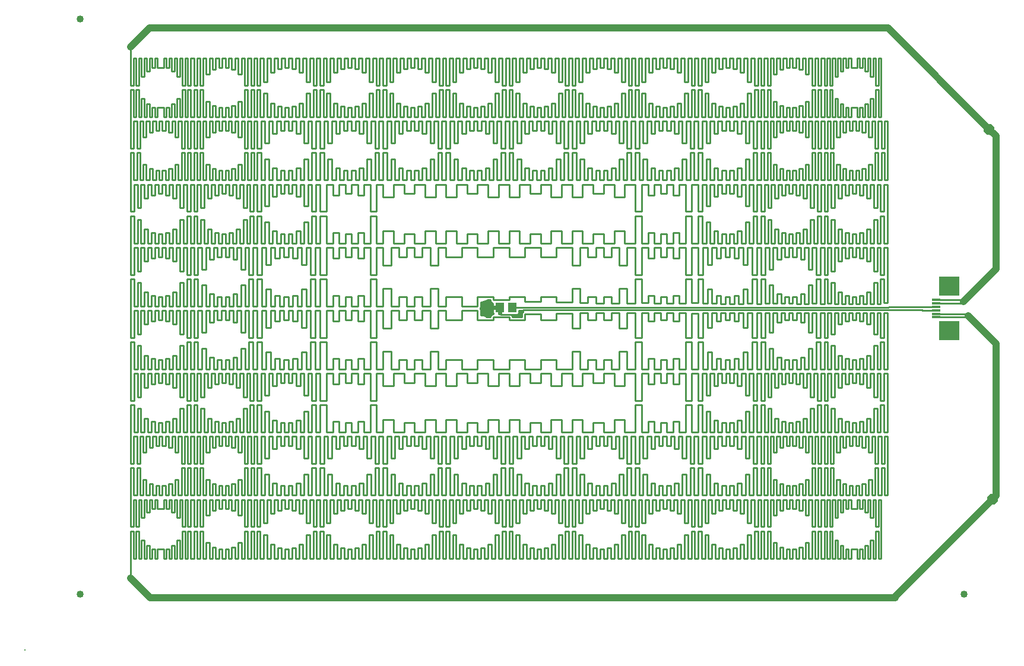
<source format=gbl>
G75*
%MOIN*%
%OFA0B0*%
%FSLAX25Y25*%
%IPPOS*%
%LPD*%
%AMOC8*
5,1,8,0,0,1.08239X$1,22.5*
%
%ADD10C,0.00000*%
%ADD11C,0.04000*%
%ADD12R,0.04650X0.05425*%
%ADD13R,0.04724X0.01181*%
%ADD14R,0.11811X0.10630*%
%ADD15C,0.01600*%
%ADD16C,0.01000*%
%ADD17C,0.04000*%
%ADD18OC8,0.06000*%
D10*
X0053944Y0044867D02*
X0053946Y0044872D01*
X0053950Y0044876D01*
X0053955Y0044877D01*
X0053961Y0044875D01*
X0053964Y0044870D01*
X0053964Y0044864D01*
X0053961Y0044859D01*
X0053955Y0044857D01*
X0053950Y0044858D01*
X0053946Y0044862D01*
X0053944Y0044867D01*
X0053944Y0044902D02*
X0053946Y0044907D01*
X0053950Y0044911D01*
X0053955Y0044912D01*
X0053961Y0044910D01*
X0053964Y0044905D01*
X0053964Y0044899D01*
X0053961Y0044894D01*
X0053955Y0044892D01*
X0053950Y0044893D01*
X0053946Y0044897D01*
X0053944Y0044902D01*
X0053944Y0044937D02*
X0053946Y0044942D01*
X0053950Y0044946D01*
X0053955Y0044947D01*
X0053961Y0044945D01*
X0053964Y0044940D01*
X0053964Y0044934D01*
X0053961Y0044929D01*
X0053955Y0044927D01*
X0053950Y0044928D01*
X0053946Y0044932D01*
X0053944Y0044937D01*
X0053944Y0044972D02*
X0053946Y0044977D01*
X0053950Y0044981D01*
X0053955Y0044982D01*
X0053961Y0044980D01*
X0053964Y0044975D01*
X0053964Y0044969D01*
X0053961Y0044964D01*
X0053955Y0044962D01*
X0053950Y0044963D01*
X0053946Y0044967D01*
X0053944Y0044972D01*
X0053944Y0045007D02*
X0053946Y0045012D01*
X0053950Y0045016D01*
X0053955Y0045017D01*
X0053961Y0045015D01*
X0053964Y0045010D01*
X0053964Y0045004D01*
X0053961Y0044999D01*
X0053955Y0044997D01*
X0053950Y0044998D01*
X0053946Y0045002D01*
X0053944Y0045007D01*
X0053944Y0045042D02*
X0053946Y0045047D01*
X0053950Y0045051D01*
X0053955Y0045052D01*
X0053961Y0045050D01*
X0053964Y0045045D01*
X0053964Y0045039D01*
X0053961Y0045034D01*
X0053955Y0045032D01*
X0053950Y0045033D01*
X0053946Y0045037D01*
X0053944Y0045042D01*
X0053979Y0045042D02*
X0053981Y0045047D01*
X0053985Y0045051D01*
X0053990Y0045052D01*
X0053996Y0045050D01*
X0053999Y0045045D01*
X0053999Y0045039D01*
X0053996Y0045034D01*
X0053990Y0045032D01*
X0053985Y0045033D01*
X0053981Y0045037D01*
X0053979Y0045042D01*
X0053979Y0045007D02*
X0053981Y0045012D01*
X0053985Y0045016D01*
X0053990Y0045017D01*
X0053996Y0045015D01*
X0053999Y0045010D01*
X0053999Y0045004D01*
X0053996Y0044999D01*
X0053990Y0044997D01*
X0053985Y0044998D01*
X0053981Y0045002D01*
X0053979Y0045007D01*
X0053979Y0044972D02*
X0053981Y0044977D01*
X0053985Y0044981D01*
X0053990Y0044982D01*
X0053996Y0044980D01*
X0053999Y0044975D01*
X0053999Y0044969D01*
X0053996Y0044964D01*
X0053990Y0044962D01*
X0053985Y0044963D01*
X0053981Y0044967D01*
X0053979Y0044972D01*
X0053979Y0044937D02*
X0053981Y0044942D01*
X0053985Y0044946D01*
X0053990Y0044947D01*
X0053996Y0044945D01*
X0053999Y0044940D01*
X0053999Y0044934D01*
X0053996Y0044929D01*
X0053990Y0044927D01*
X0053985Y0044928D01*
X0053981Y0044932D01*
X0053979Y0044937D01*
X0053979Y0044902D02*
X0053981Y0044907D01*
X0053985Y0044911D01*
X0053990Y0044912D01*
X0053996Y0044910D01*
X0053999Y0044905D01*
X0053999Y0044899D01*
X0053996Y0044894D01*
X0053990Y0044892D01*
X0053985Y0044893D01*
X0053981Y0044897D01*
X0053979Y0044902D01*
X0053979Y0044867D02*
X0053981Y0044872D01*
X0053985Y0044876D01*
X0053990Y0044877D01*
X0053996Y0044875D01*
X0053999Y0044870D01*
X0053999Y0044864D01*
X0053996Y0044859D01*
X0053990Y0044857D01*
X0053985Y0044858D01*
X0053981Y0044862D01*
X0053979Y0044867D01*
X0053979Y0044832D02*
X0053981Y0044837D01*
X0053985Y0044841D01*
X0053990Y0044842D01*
X0053996Y0044840D01*
X0053999Y0044835D01*
X0053999Y0044829D01*
X0053996Y0044824D01*
X0053990Y0044822D01*
X0053985Y0044823D01*
X0053981Y0044827D01*
X0053979Y0044832D01*
X0054014Y0044832D02*
X0054016Y0044837D01*
X0054020Y0044841D01*
X0054025Y0044842D01*
X0054031Y0044840D01*
X0054034Y0044835D01*
X0054034Y0044829D01*
X0054031Y0044824D01*
X0054025Y0044822D01*
X0054020Y0044823D01*
X0054016Y0044827D01*
X0054014Y0044832D01*
X0054014Y0044867D02*
X0054016Y0044872D01*
X0054020Y0044876D01*
X0054025Y0044877D01*
X0054031Y0044875D01*
X0054034Y0044870D01*
X0054034Y0044864D01*
X0054031Y0044859D01*
X0054025Y0044857D01*
X0054020Y0044858D01*
X0054016Y0044862D01*
X0054014Y0044867D01*
X0054014Y0044902D02*
X0054016Y0044907D01*
X0054020Y0044911D01*
X0054025Y0044912D01*
X0054031Y0044910D01*
X0054034Y0044905D01*
X0054034Y0044899D01*
X0054031Y0044894D01*
X0054025Y0044892D01*
X0054020Y0044893D01*
X0054016Y0044897D01*
X0054014Y0044902D01*
X0054014Y0044937D02*
X0054016Y0044942D01*
X0054020Y0044946D01*
X0054025Y0044947D01*
X0054031Y0044945D01*
X0054034Y0044940D01*
X0054034Y0044934D01*
X0054031Y0044929D01*
X0054025Y0044927D01*
X0054020Y0044928D01*
X0054016Y0044932D01*
X0054014Y0044937D01*
X0054014Y0044972D02*
X0054016Y0044977D01*
X0054020Y0044981D01*
X0054025Y0044982D01*
X0054031Y0044980D01*
X0054034Y0044975D01*
X0054034Y0044969D01*
X0054031Y0044964D01*
X0054025Y0044962D01*
X0054020Y0044963D01*
X0054016Y0044967D01*
X0054014Y0044972D01*
X0054014Y0045007D02*
X0054016Y0045012D01*
X0054020Y0045016D01*
X0054025Y0045017D01*
X0054031Y0045015D01*
X0054034Y0045010D01*
X0054034Y0045004D01*
X0054031Y0044999D01*
X0054025Y0044997D01*
X0054020Y0044998D01*
X0054016Y0045002D01*
X0054014Y0045007D01*
X0054014Y0045042D02*
X0054016Y0045047D01*
X0054020Y0045051D01*
X0054025Y0045052D01*
X0054031Y0045050D01*
X0054034Y0045045D01*
X0054034Y0045039D01*
X0054031Y0045034D01*
X0054025Y0045032D01*
X0054020Y0045033D01*
X0054016Y0045037D01*
X0054014Y0045042D01*
X0054014Y0045077D02*
X0054016Y0045082D01*
X0054020Y0045086D01*
X0054025Y0045087D01*
X0054031Y0045085D01*
X0054034Y0045080D01*
X0054034Y0045074D01*
X0054031Y0045069D01*
X0054025Y0045067D01*
X0054020Y0045068D01*
X0054016Y0045072D01*
X0054014Y0045077D01*
X0054049Y0045077D02*
X0054051Y0045082D01*
X0054055Y0045086D01*
X0054060Y0045087D01*
X0054066Y0045085D01*
X0054069Y0045080D01*
X0054069Y0045074D01*
X0054066Y0045069D01*
X0054060Y0045067D01*
X0054055Y0045068D01*
X0054051Y0045072D01*
X0054049Y0045077D01*
X0054049Y0045042D02*
X0054051Y0045047D01*
X0054055Y0045051D01*
X0054060Y0045052D01*
X0054066Y0045050D01*
X0054069Y0045045D01*
X0054069Y0045039D01*
X0054066Y0045034D01*
X0054060Y0045032D01*
X0054055Y0045033D01*
X0054051Y0045037D01*
X0054049Y0045042D01*
X0054049Y0045007D02*
X0054051Y0045012D01*
X0054055Y0045016D01*
X0054060Y0045017D01*
X0054066Y0045015D01*
X0054069Y0045010D01*
X0054069Y0045004D01*
X0054066Y0044999D01*
X0054060Y0044997D01*
X0054055Y0044998D01*
X0054051Y0045002D01*
X0054049Y0045007D01*
X0054049Y0044972D02*
X0054051Y0044977D01*
X0054055Y0044981D01*
X0054060Y0044982D01*
X0054066Y0044980D01*
X0054069Y0044975D01*
X0054069Y0044969D01*
X0054066Y0044964D01*
X0054060Y0044962D01*
X0054055Y0044963D01*
X0054051Y0044967D01*
X0054049Y0044972D01*
X0054049Y0044937D02*
X0054051Y0044942D01*
X0054055Y0044946D01*
X0054060Y0044947D01*
X0054066Y0044945D01*
X0054069Y0044940D01*
X0054069Y0044934D01*
X0054066Y0044929D01*
X0054060Y0044927D01*
X0054055Y0044928D01*
X0054051Y0044932D01*
X0054049Y0044937D01*
X0054049Y0044902D02*
X0054051Y0044907D01*
X0054055Y0044911D01*
X0054060Y0044912D01*
X0054066Y0044910D01*
X0054069Y0044905D01*
X0054069Y0044899D01*
X0054066Y0044894D01*
X0054060Y0044892D01*
X0054055Y0044893D01*
X0054051Y0044897D01*
X0054049Y0044902D01*
X0054049Y0044867D02*
X0054051Y0044872D01*
X0054055Y0044876D01*
X0054060Y0044877D01*
X0054066Y0044875D01*
X0054069Y0044870D01*
X0054069Y0044864D01*
X0054066Y0044859D01*
X0054060Y0044857D01*
X0054055Y0044858D01*
X0054051Y0044862D01*
X0054049Y0044867D01*
X0054049Y0044832D02*
X0054051Y0044837D01*
X0054055Y0044841D01*
X0054060Y0044842D01*
X0054066Y0044840D01*
X0054069Y0044835D01*
X0054069Y0044829D01*
X0054066Y0044824D01*
X0054060Y0044822D01*
X0054055Y0044823D01*
X0054051Y0044827D01*
X0054049Y0044832D01*
X0054084Y0044832D02*
X0054086Y0044837D01*
X0054090Y0044841D01*
X0054095Y0044842D01*
X0054101Y0044840D01*
X0054104Y0044835D01*
X0054104Y0044829D01*
X0054101Y0044824D01*
X0054095Y0044822D01*
X0054090Y0044823D01*
X0054086Y0044827D01*
X0054084Y0044832D01*
X0054084Y0044867D02*
X0054086Y0044872D01*
X0054090Y0044876D01*
X0054095Y0044877D01*
X0054101Y0044875D01*
X0054104Y0044870D01*
X0054104Y0044864D01*
X0054101Y0044859D01*
X0054095Y0044857D01*
X0054090Y0044858D01*
X0054086Y0044862D01*
X0054084Y0044867D01*
X0054084Y0044902D02*
X0054086Y0044907D01*
X0054090Y0044911D01*
X0054095Y0044912D01*
X0054101Y0044910D01*
X0054104Y0044905D01*
X0054104Y0044899D01*
X0054101Y0044894D01*
X0054095Y0044892D01*
X0054090Y0044893D01*
X0054086Y0044897D01*
X0054084Y0044902D01*
X0054084Y0044937D02*
X0054086Y0044942D01*
X0054090Y0044946D01*
X0054095Y0044947D01*
X0054101Y0044945D01*
X0054104Y0044940D01*
X0054104Y0044934D01*
X0054101Y0044929D01*
X0054095Y0044927D01*
X0054090Y0044928D01*
X0054086Y0044932D01*
X0054084Y0044937D01*
X0054084Y0044972D02*
X0054086Y0044977D01*
X0054090Y0044981D01*
X0054095Y0044982D01*
X0054101Y0044980D01*
X0054104Y0044975D01*
X0054104Y0044969D01*
X0054101Y0044964D01*
X0054095Y0044962D01*
X0054090Y0044963D01*
X0054086Y0044967D01*
X0054084Y0044972D01*
X0054084Y0045007D02*
X0054086Y0045012D01*
X0054090Y0045016D01*
X0054095Y0045017D01*
X0054101Y0045015D01*
X0054104Y0045010D01*
X0054104Y0045004D01*
X0054101Y0044999D01*
X0054095Y0044997D01*
X0054090Y0044998D01*
X0054086Y0045002D01*
X0054084Y0045007D01*
X0054084Y0045042D02*
X0054086Y0045047D01*
X0054090Y0045051D01*
X0054095Y0045052D01*
X0054101Y0045050D01*
X0054104Y0045045D01*
X0054104Y0045039D01*
X0054101Y0045034D01*
X0054095Y0045032D01*
X0054090Y0045033D01*
X0054086Y0045037D01*
X0054084Y0045042D01*
X0054084Y0045077D02*
X0054086Y0045082D01*
X0054090Y0045086D01*
X0054095Y0045087D01*
X0054101Y0045085D01*
X0054104Y0045080D01*
X0054104Y0045074D01*
X0054101Y0045069D01*
X0054095Y0045067D01*
X0054090Y0045068D01*
X0054086Y0045072D01*
X0054084Y0045077D01*
X0054119Y0045077D02*
X0054121Y0045082D01*
X0054125Y0045086D01*
X0054130Y0045087D01*
X0054136Y0045085D01*
X0054139Y0045080D01*
X0054139Y0045074D01*
X0054136Y0045069D01*
X0054130Y0045067D01*
X0054125Y0045068D01*
X0054121Y0045072D01*
X0054119Y0045077D01*
X0054119Y0045042D02*
X0054121Y0045047D01*
X0054125Y0045051D01*
X0054130Y0045052D01*
X0054136Y0045050D01*
X0054139Y0045045D01*
X0054139Y0045039D01*
X0054136Y0045034D01*
X0054130Y0045032D01*
X0054125Y0045033D01*
X0054121Y0045037D01*
X0054119Y0045042D01*
X0054119Y0045007D02*
X0054121Y0045012D01*
X0054125Y0045016D01*
X0054130Y0045017D01*
X0054136Y0045015D01*
X0054139Y0045010D01*
X0054139Y0045004D01*
X0054136Y0044999D01*
X0054130Y0044997D01*
X0054125Y0044998D01*
X0054121Y0045002D01*
X0054119Y0045007D01*
X0054119Y0044972D02*
X0054121Y0044977D01*
X0054125Y0044981D01*
X0054130Y0044982D01*
X0054136Y0044980D01*
X0054139Y0044975D01*
X0054139Y0044969D01*
X0054136Y0044964D01*
X0054130Y0044962D01*
X0054125Y0044963D01*
X0054121Y0044967D01*
X0054119Y0044972D01*
X0054119Y0044937D02*
X0054121Y0044942D01*
X0054125Y0044946D01*
X0054130Y0044947D01*
X0054136Y0044945D01*
X0054139Y0044940D01*
X0054139Y0044934D01*
X0054136Y0044929D01*
X0054130Y0044927D01*
X0054125Y0044928D01*
X0054121Y0044932D01*
X0054119Y0044937D01*
X0054119Y0044902D02*
X0054121Y0044907D01*
X0054125Y0044911D01*
X0054130Y0044912D01*
X0054136Y0044910D01*
X0054139Y0044905D01*
X0054139Y0044899D01*
X0054136Y0044894D01*
X0054130Y0044892D01*
X0054125Y0044893D01*
X0054121Y0044897D01*
X0054119Y0044902D01*
X0054119Y0044867D02*
X0054121Y0044872D01*
X0054125Y0044876D01*
X0054130Y0044877D01*
X0054136Y0044875D01*
X0054139Y0044870D01*
X0054139Y0044864D01*
X0054136Y0044859D01*
X0054130Y0044857D01*
X0054125Y0044858D01*
X0054121Y0044862D01*
X0054119Y0044867D01*
X0054119Y0044832D02*
X0054121Y0044837D01*
X0054125Y0044841D01*
X0054130Y0044842D01*
X0054136Y0044840D01*
X0054139Y0044835D01*
X0054139Y0044829D01*
X0054136Y0044824D01*
X0054130Y0044822D01*
X0054125Y0044823D01*
X0054121Y0044827D01*
X0054119Y0044832D01*
X0054154Y0044832D02*
X0054156Y0044837D01*
X0054160Y0044841D01*
X0054165Y0044842D01*
X0054171Y0044840D01*
X0054174Y0044835D01*
X0054174Y0044829D01*
X0054171Y0044824D01*
X0054165Y0044822D01*
X0054160Y0044823D01*
X0054156Y0044827D01*
X0054154Y0044832D01*
X0054154Y0044867D02*
X0054156Y0044872D01*
X0054160Y0044876D01*
X0054165Y0044877D01*
X0054171Y0044875D01*
X0054174Y0044870D01*
X0054174Y0044864D01*
X0054171Y0044859D01*
X0054165Y0044857D01*
X0054160Y0044858D01*
X0054156Y0044862D01*
X0054154Y0044867D01*
X0054154Y0044902D02*
X0054156Y0044907D01*
X0054160Y0044911D01*
X0054165Y0044912D01*
X0054171Y0044910D01*
X0054174Y0044905D01*
X0054174Y0044899D01*
X0054171Y0044894D01*
X0054165Y0044892D01*
X0054160Y0044893D01*
X0054156Y0044897D01*
X0054154Y0044902D01*
X0054154Y0044937D02*
X0054156Y0044942D01*
X0054160Y0044946D01*
X0054165Y0044947D01*
X0054171Y0044945D01*
X0054174Y0044940D01*
X0054174Y0044934D01*
X0054171Y0044929D01*
X0054165Y0044927D01*
X0054160Y0044928D01*
X0054156Y0044932D01*
X0054154Y0044937D01*
X0054154Y0044972D02*
X0054156Y0044977D01*
X0054160Y0044981D01*
X0054165Y0044982D01*
X0054171Y0044980D01*
X0054174Y0044975D01*
X0054174Y0044969D01*
X0054171Y0044964D01*
X0054165Y0044962D01*
X0054160Y0044963D01*
X0054156Y0044967D01*
X0054154Y0044972D01*
X0054154Y0045007D02*
X0054156Y0045012D01*
X0054160Y0045016D01*
X0054165Y0045017D01*
X0054171Y0045015D01*
X0054174Y0045010D01*
X0054174Y0045004D01*
X0054171Y0044999D01*
X0054165Y0044997D01*
X0054160Y0044998D01*
X0054156Y0045002D01*
X0054154Y0045007D01*
X0054154Y0045042D02*
X0054156Y0045047D01*
X0054160Y0045051D01*
X0054165Y0045052D01*
X0054171Y0045050D01*
X0054174Y0045045D01*
X0054174Y0045039D01*
X0054171Y0045034D01*
X0054165Y0045032D01*
X0054160Y0045033D01*
X0054156Y0045037D01*
X0054154Y0045042D01*
X0054154Y0045077D02*
X0054156Y0045082D01*
X0054160Y0045086D01*
X0054165Y0045087D01*
X0054171Y0045085D01*
X0054174Y0045080D01*
X0054174Y0045074D01*
X0054171Y0045069D01*
X0054165Y0045067D01*
X0054160Y0045068D01*
X0054156Y0045072D01*
X0054154Y0045077D01*
X0054189Y0045077D02*
X0054191Y0045082D01*
X0054195Y0045086D01*
X0054200Y0045087D01*
X0054206Y0045085D01*
X0054209Y0045080D01*
X0054209Y0045074D01*
X0054206Y0045069D01*
X0054200Y0045067D01*
X0054195Y0045068D01*
X0054191Y0045072D01*
X0054189Y0045077D01*
X0054189Y0045042D02*
X0054191Y0045047D01*
X0054195Y0045051D01*
X0054200Y0045052D01*
X0054206Y0045050D01*
X0054209Y0045045D01*
X0054209Y0045039D01*
X0054206Y0045034D01*
X0054200Y0045032D01*
X0054195Y0045033D01*
X0054191Y0045037D01*
X0054189Y0045042D01*
X0054189Y0045007D02*
X0054191Y0045012D01*
X0054195Y0045016D01*
X0054200Y0045017D01*
X0054206Y0045015D01*
X0054209Y0045010D01*
X0054209Y0045004D01*
X0054206Y0044999D01*
X0054200Y0044997D01*
X0054195Y0044998D01*
X0054191Y0045002D01*
X0054189Y0045007D01*
X0054189Y0044972D02*
X0054191Y0044977D01*
X0054195Y0044981D01*
X0054200Y0044982D01*
X0054206Y0044980D01*
X0054209Y0044975D01*
X0054209Y0044969D01*
X0054206Y0044964D01*
X0054200Y0044962D01*
X0054195Y0044963D01*
X0054191Y0044967D01*
X0054189Y0044972D01*
X0054189Y0044937D02*
X0054191Y0044942D01*
X0054195Y0044946D01*
X0054200Y0044947D01*
X0054206Y0044945D01*
X0054209Y0044940D01*
X0054209Y0044934D01*
X0054206Y0044929D01*
X0054200Y0044927D01*
X0054195Y0044928D01*
X0054191Y0044932D01*
X0054189Y0044937D01*
X0054189Y0044902D02*
X0054191Y0044907D01*
X0054195Y0044911D01*
X0054200Y0044912D01*
X0054206Y0044910D01*
X0054209Y0044905D01*
X0054209Y0044899D01*
X0054206Y0044894D01*
X0054200Y0044892D01*
X0054195Y0044893D01*
X0054191Y0044897D01*
X0054189Y0044902D01*
X0054189Y0044867D02*
X0054191Y0044872D01*
X0054195Y0044876D01*
X0054200Y0044877D01*
X0054206Y0044875D01*
X0054209Y0044870D01*
X0054209Y0044864D01*
X0054206Y0044859D01*
X0054200Y0044857D01*
X0054195Y0044858D01*
X0054191Y0044862D01*
X0054189Y0044867D01*
X0054189Y0044832D02*
X0054191Y0044837D01*
X0054195Y0044841D01*
X0054200Y0044842D01*
X0054206Y0044840D01*
X0054209Y0044835D01*
X0054209Y0044829D01*
X0054206Y0044824D01*
X0054200Y0044822D01*
X0054195Y0044823D01*
X0054191Y0044827D01*
X0054189Y0044832D01*
X0054224Y0044832D02*
X0054226Y0044837D01*
X0054230Y0044841D01*
X0054235Y0044842D01*
X0054241Y0044840D01*
X0054244Y0044835D01*
X0054244Y0044829D01*
X0054241Y0044824D01*
X0054235Y0044822D01*
X0054230Y0044823D01*
X0054226Y0044827D01*
X0054224Y0044832D01*
X0054224Y0044867D02*
X0054226Y0044872D01*
X0054230Y0044876D01*
X0054235Y0044877D01*
X0054241Y0044875D01*
X0054244Y0044870D01*
X0054244Y0044864D01*
X0054241Y0044859D01*
X0054235Y0044857D01*
X0054230Y0044858D01*
X0054226Y0044862D01*
X0054224Y0044867D01*
X0054224Y0044902D02*
X0054226Y0044907D01*
X0054230Y0044911D01*
X0054235Y0044912D01*
X0054241Y0044910D01*
X0054244Y0044905D01*
X0054244Y0044899D01*
X0054241Y0044894D01*
X0054235Y0044892D01*
X0054230Y0044893D01*
X0054226Y0044897D01*
X0054224Y0044902D01*
X0054224Y0044937D02*
X0054226Y0044942D01*
X0054230Y0044946D01*
X0054235Y0044947D01*
X0054241Y0044945D01*
X0054244Y0044940D01*
X0054244Y0044934D01*
X0054241Y0044929D01*
X0054235Y0044927D01*
X0054230Y0044928D01*
X0054226Y0044932D01*
X0054224Y0044937D01*
X0054224Y0044972D02*
X0054226Y0044977D01*
X0054230Y0044981D01*
X0054235Y0044982D01*
X0054241Y0044980D01*
X0054244Y0044975D01*
X0054244Y0044969D01*
X0054241Y0044964D01*
X0054235Y0044962D01*
X0054230Y0044963D01*
X0054226Y0044967D01*
X0054224Y0044972D01*
X0054224Y0045007D02*
X0054226Y0045012D01*
X0054230Y0045016D01*
X0054235Y0045017D01*
X0054241Y0045015D01*
X0054244Y0045010D01*
X0054244Y0045004D01*
X0054241Y0044999D01*
X0054235Y0044997D01*
X0054230Y0044998D01*
X0054226Y0045002D01*
X0054224Y0045007D01*
X0054224Y0045042D02*
X0054226Y0045047D01*
X0054230Y0045051D01*
X0054235Y0045052D01*
X0054241Y0045050D01*
X0054244Y0045045D01*
X0054244Y0045039D01*
X0054241Y0045034D01*
X0054235Y0045032D01*
X0054230Y0045033D01*
X0054226Y0045037D01*
X0054224Y0045042D01*
X0054224Y0045077D02*
X0054226Y0045082D01*
X0054230Y0045086D01*
X0054235Y0045087D01*
X0054241Y0045085D01*
X0054244Y0045080D01*
X0054244Y0045074D01*
X0054241Y0045069D01*
X0054235Y0045067D01*
X0054230Y0045068D01*
X0054226Y0045072D01*
X0054224Y0045077D01*
X0054259Y0045077D02*
X0054261Y0045082D01*
X0054265Y0045086D01*
X0054270Y0045087D01*
X0054276Y0045085D01*
X0054279Y0045080D01*
X0054279Y0045074D01*
X0054276Y0045069D01*
X0054270Y0045067D01*
X0054265Y0045068D01*
X0054261Y0045072D01*
X0054259Y0045077D01*
X0054259Y0045042D02*
X0054261Y0045047D01*
X0054265Y0045051D01*
X0054270Y0045052D01*
X0054276Y0045050D01*
X0054279Y0045045D01*
X0054279Y0045039D01*
X0054276Y0045034D01*
X0054270Y0045032D01*
X0054265Y0045033D01*
X0054261Y0045037D01*
X0054259Y0045042D01*
X0054259Y0045007D02*
X0054261Y0045012D01*
X0054265Y0045016D01*
X0054270Y0045017D01*
X0054276Y0045015D01*
X0054279Y0045010D01*
X0054279Y0045004D01*
X0054276Y0044999D01*
X0054270Y0044997D01*
X0054265Y0044998D01*
X0054261Y0045002D01*
X0054259Y0045007D01*
X0054259Y0044972D02*
X0054261Y0044977D01*
X0054265Y0044981D01*
X0054270Y0044982D01*
X0054276Y0044980D01*
X0054279Y0044975D01*
X0054279Y0044969D01*
X0054276Y0044964D01*
X0054270Y0044962D01*
X0054265Y0044963D01*
X0054261Y0044967D01*
X0054259Y0044972D01*
X0054259Y0044937D02*
X0054261Y0044942D01*
X0054265Y0044946D01*
X0054270Y0044947D01*
X0054276Y0044945D01*
X0054279Y0044940D01*
X0054279Y0044934D01*
X0054276Y0044929D01*
X0054270Y0044927D01*
X0054265Y0044928D01*
X0054261Y0044932D01*
X0054259Y0044937D01*
X0054259Y0044902D02*
X0054261Y0044907D01*
X0054265Y0044911D01*
X0054270Y0044912D01*
X0054276Y0044910D01*
X0054279Y0044905D01*
X0054279Y0044899D01*
X0054276Y0044894D01*
X0054270Y0044892D01*
X0054265Y0044893D01*
X0054261Y0044897D01*
X0054259Y0044902D01*
X0054259Y0044867D02*
X0054261Y0044872D01*
X0054265Y0044876D01*
X0054270Y0044877D01*
X0054276Y0044875D01*
X0054279Y0044870D01*
X0054279Y0044864D01*
X0054276Y0044859D01*
X0054270Y0044857D01*
X0054265Y0044858D01*
X0054261Y0044862D01*
X0054259Y0044867D01*
X0054259Y0044832D02*
X0054261Y0044837D01*
X0054265Y0044841D01*
X0054270Y0044842D01*
X0054276Y0044840D01*
X0054279Y0044835D01*
X0054279Y0044829D01*
X0054276Y0044824D01*
X0054270Y0044822D01*
X0054265Y0044823D01*
X0054261Y0044827D01*
X0054259Y0044832D01*
X0054294Y0044832D02*
X0054296Y0044837D01*
X0054300Y0044841D01*
X0054305Y0044842D01*
X0054311Y0044840D01*
X0054314Y0044835D01*
X0054314Y0044829D01*
X0054311Y0044824D01*
X0054305Y0044822D01*
X0054300Y0044823D01*
X0054296Y0044827D01*
X0054294Y0044832D01*
X0054294Y0044867D02*
X0054296Y0044872D01*
X0054300Y0044876D01*
X0054305Y0044877D01*
X0054311Y0044875D01*
X0054314Y0044870D01*
X0054314Y0044864D01*
X0054311Y0044859D01*
X0054305Y0044857D01*
X0054300Y0044858D01*
X0054296Y0044862D01*
X0054294Y0044867D01*
X0054294Y0044902D02*
X0054296Y0044907D01*
X0054300Y0044911D01*
X0054305Y0044912D01*
X0054311Y0044910D01*
X0054314Y0044905D01*
X0054314Y0044899D01*
X0054311Y0044894D01*
X0054305Y0044892D01*
X0054300Y0044893D01*
X0054296Y0044897D01*
X0054294Y0044902D01*
X0054294Y0044937D02*
X0054296Y0044942D01*
X0054300Y0044946D01*
X0054305Y0044947D01*
X0054311Y0044945D01*
X0054314Y0044940D01*
X0054314Y0044934D01*
X0054311Y0044929D01*
X0054305Y0044927D01*
X0054300Y0044928D01*
X0054296Y0044932D01*
X0054294Y0044937D01*
X0054294Y0044972D02*
X0054296Y0044977D01*
X0054300Y0044981D01*
X0054305Y0044982D01*
X0054311Y0044980D01*
X0054314Y0044975D01*
X0054314Y0044969D01*
X0054311Y0044964D01*
X0054305Y0044962D01*
X0054300Y0044963D01*
X0054296Y0044967D01*
X0054294Y0044972D01*
X0054294Y0045007D02*
X0054296Y0045012D01*
X0054300Y0045016D01*
X0054305Y0045017D01*
X0054311Y0045015D01*
X0054314Y0045010D01*
X0054314Y0045004D01*
X0054311Y0044999D01*
X0054305Y0044997D01*
X0054300Y0044998D01*
X0054296Y0045002D01*
X0054294Y0045007D01*
X0054294Y0045042D02*
X0054296Y0045047D01*
X0054300Y0045051D01*
X0054305Y0045052D01*
X0054311Y0045050D01*
X0054314Y0045045D01*
X0054314Y0045039D01*
X0054311Y0045034D01*
X0054305Y0045032D01*
X0054300Y0045033D01*
X0054296Y0045037D01*
X0054294Y0045042D01*
X0054294Y0045077D02*
X0054296Y0045082D01*
X0054300Y0045086D01*
X0054305Y0045087D01*
X0054311Y0045085D01*
X0054314Y0045080D01*
X0054314Y0045074D01*
X0054311Y0045069D01*
X0054305Y0045067D01*
X0054300Y0045068D01*
X0054296Y0045072D01*
X0054294Y0045077D01*
X0054329Y0045042D02*
X0054331Y0045047D01*
X0054335Y0045051D01*
X0054340Y0045052D01*
X0054346Y0045050D01*
X0054349Y0045045D01*
X0054349Y0045039D01*
X0054346Y0045034D01*
X0054340Y0045032D01*
X0054335Y0045033D01*
X0054331Y0045037D01*
X0054329Y0045042D01*
X0054329Y0045007D02*
X0054331Y0045012D01*
X0054335Y0045016D01*
X0054340Y0045017D01*
X0054346Y0045015D01*
X0054349Y0045010D01*
X0054349Y0045004D01*
X0054346Y0044999D01*
X0054340Y0044997D01*
X0054335Y0044998D01*
X0054331Y0045002D01*
X0054329Y0045007D01*
X0054329Y0044972D02*
X0054331Y0044977D01*
X0054335Y0044981D01*
X0054340Y0044982D01*
X0054346Y0044980D01*
X0054349Y0044975D01*
X0054349Y0044969D01*
X0054346Y0044964D01*
X0054340Y0044962D01*
X0054335Y0044963D01*
X0054331Y0044967D01*
X0054329Y0044972D01*
X0054329Y0044937D02*
X0054331Y0044942D01*
X0054335Y0044946D01*
X0054340Y0044947D01*
X0054346Y0044945D01*
X0054349Y0044940D01*
X0054349Y0044934D01*
X0054346Y0044929D01*
X0054340Y0044927D01*
X0054335Y0044928D01*
X0054331Y0044932D01*
X0054329Y0044937D01*
X0054329Y0044902D02*
X0054331Y0044907D01*
X0054335Y0044911D01*
X0054340Y0044912D01*
X0054346Y0044910D01*
X0054349Y0044905D01*
X0054349Y0044899D01*
X0054346Y0044894D01*
X0054340Y0044892D01*
X0054335Y0044893D01*
X0054331Y0044897D01*
X0054329Y0044902D01*
X0054329Y0044867D02*
X0054331Y0044872D01*
X0054335Y0044876D01*
X0054340Y0044877D01*
X0054346Y0044875D01*
X0054349Y0044870D01*
X0054349Y0044864D01*
X0054346Y0044859D01*
X0054340Y0044857D01*
X0054335Y0044858D01*
X0054331Y0044862D01*
X0054329Y0044867D01*
X0054329Y0044832D02*
X0054331Y0044837D01*
X0054335Y0044841D01*
X0054340Y0044842D01*
X0054346Y0044840D01*
X0054349Y0044835D01*
X0054349Y0044829D01*
X0054346Y0044824D01*
X0054340Y0044822D01*
X0054335Y0044823D01*
X0054331Y0044827D01*
X0054329Y0044832D01*
D11*
X0085394Y0076283D03*
X0085394Y0399118D03*
X0581457Y0076283D03*
D12*
X0327926Y0237109D03*
X0320839Y0237109D03*
D13*
X0565917Y0237672D03*
X0565917Y0239640D03*
X0565917Y0241609D03*
X0565917Y0235703D03*
X0565917Y0233735D03*
X0565917Y0231766D03*
D14*
X0573398Y0224168D03*
X0573398Y0249207D03*
D15*
X0333728Y0235287D02*
X0332898Y0234457D01*
X0332898Y0232387D01*
X0328198Y0232387D01*
X0328198Y0232657D01*
X0328058Y0232797D01*
X0330914Y0232797D01*
X0331851Y0233734D01*
X0331851Y0235287D01*
X0333728Y0235287D01*
X0333451Y0235010D02*
X0331851Y0235010D01*
X0331529Y0233412D02*
X0332898Y0233412D01*
X0321202Y0233887D02*
X0320477Y0233887D01*
X0320477Y0236747D01*
X0321202Y0236747D01*
X0321202Y0233887D01*
X0321202Y0235010D02*
X0320477Y0235010D01*
X0320477Y0236609D02*
X0321202Y0236609D01*
X0320477Y0236747D02*
X0316714Y0236747D01*
X0316714Y0234160D01*
X0316787Y0233887D01*
X0316328Y0233887D01*
X0315098Y0232657D01*
X0315098Y0232387D01*
X0313706Y0232387D01*
X0313075Y0232752D01*
X0310498Y0233443D01*
X0310498Y0236457D01*
X0310167Y0236787D01*
X0310498Y0237118D01*
X0310498Y0239912D01*
X0313075Y0240602D01*
X0314088Y0241187D01*
X0315098Y0241187D01*
X0315098Y0240618D01*
X0316328Y0239387D01*
X0316714Y0239387D01*
X0316714Y0237472D01*
X0320477Y0237472D01*
X0320477Y0236747D01*
X0316714Y0236609D02*
X0310346Y0236609D01*
X0310498Y0238207D02*
X0316714Y0238207D01*
X0315909Y0239806D02*
X0310498Y0239806D01*
X0310498Y0235010D02*
X0316714Y0235010D01*
X0315852Y0233412D02*
X0310613Y0233412D01*
D16*
X0308398Y0235587D02*
X0308398Y0230287D01*
X0317198Y0230287D01*
X0317198Y0231787D01*
X0326098Y0231787D01*
X0326098Y0230287D01*
X0334998Y0230287D01*
X0334998Y0233587D01*
X0343798Y0233587D01*
X0343798Y0230287D01*
X0352598Y0230287D01*
X0352598Y0233987D01*
X0361498Y0233987D01*
X0361498Y0225587D01*
X0365998Y0225587D01*
X0365998Y0234087D01*
X0370398Y0234087D01*
X0370398Y0230287D01*
X0374798Y0230287D01*
X0374798Y0234187D01*
X0379198Y0234187D01*
X0379198Y0230287D01*
X0383598Y0230287D01*
X0383598Y0234287D01*
X0387998Y0234287D01*
X0387998Y0225587D01*
X0392398Y0225587D01*
X0392398Y0234187D01*
X0396898Y0234187D01*
X0396898Y0220287D01*
X0400498Y0220287D01*
X0400498Y0234187D01*
X0404098Y0234187D01*
X0404098Y0229587D01*
X0407598Y0229587D01*
X0407598Y0234187D01*
X0411098Y0234187D01*
X0411098Y0230287D01*
X0414598Y0230287D01*
X0414598Y0234287D01*
X0418098Y0234287D01*
X0418098Y0229587D01*
X0421598Y0229587D01*
X0421598Y0234187D01*
X0425098Y0234187D01*
X0425098Y0220287D01*
X0428698Y0220287D01*
X0428698Y0233987D01*
X0432298Y0233987D01*
X0432298Y0220287D01*
X0434898Y0220287D01*
X0434898Y0234187D01*
X0437498Y0234187D01*
X0437498Y0225987D01*
X0439998Y0225987D01*
X0439998Y0234187D01*
X0442498Y0234187D01*
X0442498Y0229587D01*
X0444998Y0229587D01*
X0444998Y0234287D01*
X0447498Y0234287D01*
X0447498Y0230287D01*
X0449998Y0230287D01*
X0449998Y0234087D01*
X0452498Y0234087D01*
X0452498Y0229587D01*
X0454998Y0229587D01*
X0454998Y0234187D01*
X0457498Y0234187D01*
X0457498Y0225987D01*
X0459998Y0225987D01*
X0459998Y0234187D01*
X0462498Y0234187D01*
X0462498Y0220287D01*
X0465098Y0220287D01*
X0465098Y0234287D01*
X0467698Y0234287D01*
X0467698Y0220287D01*
X0469998Y0220287D01*
X0469998Y0234287D01*
X0472198Y0234287D01*
X0472198Y0223287D01*
X0474398Y0223287D01*
X0474398Y0234087D01*
X0476598Y0234087D01*
X0476598Y0228787D01*
X0478798Y0228787D01*
X0478798Y0234187D01*
X0480998Y0234187D01*
X0480998Y0230287D01*
X0483198Y0230287D01*
X0483198Y0234287D01*
X0485398Y0234287D01*
X0485398Y0230287D01*
X0487598Y0230287D01*
X0487598Y0234287D01*
X0489798Y0234287D01*
X0489798Y0228787D01*
X0491998Y0228787D01*
X0491998Y0234087D01*
X0494198Y0234087D01*
X0494198Y0223287D01*
X0496398Y0223287D01*
X0496398Y0234087D01*
X0498598Y0234087D01*
X0498598Y0220287D01*
X0500798Y0220287D01*
X0500798Y0234087D01*
X0503098Y0234087D01*
X0503098Y0220287D01*
X0504998Y0220287D01*
X0504998Y0234087D01*
X0506898Y0234087D01*
X0506898Y0222287D01*
X0508798Y0222287D01*
X0508798Y0234287D01*
X0510798Y0234287D01*
X0510798Y0227787D01*
X0512798Y0227787D01*
X0512798Y0234187D01*
X0514798Y0234187D01*
X0514798Y0229587D01*
X0516798Y0229587D01*
X0516798Y0234187D01*
X0518798Y0234187D01*
X0518798Y0230287D01*
X0520798Y0230287D01*
X0520798Y0234087D01*
X0522798Y0234087D01*
X0522798Y0229587D01*
X0524798Y0229587D01*
X0524798Y0234187D01*
X0526798Y0234187D01*
X0526798Y0227787D01*
X0528798Y0227787D01*
X0528798Y0234287D01*
X0530798Y0234287D01*
X0530798Y0222287D01*
X0532798Y0222287D01*
X0532798Y0234087D01*
X0534698Y0234087D01*
X0534698Y0220287D01*
X0536598Y0220287D01*
X0536598Y0234087D01*
X0538498Y0234087D01*
X0538498Y0202587D01*
X0536598Y0202587D01*
X0536598Y0217887D01*
X0534698Y0217887D01*
X0534698Y0202587D01*
X0532798Y0202587D01*
X0532798Y0215887D01*
X0530798Y0215887D01*
X0530798Y0202587D01*
X0528798Y0202587D01*
X0528798Y0210387D01*
X0526798Y0210387D01*
X0526798Y0202587D01*
X0524798Y0202587D01*
X0524798Y0208587D01*
X0522798Y0208587D01*
X0522798Y0202587D01*
X0520798Y0202587D01*
X0520798Y0207887D01*
X0518798Y0207887D01*
X0518798Y0202587D01*
X0516798Y0202587D01*
X0516798Y0208587D01*
X0514798Y0208587D01*
X0514798Y0202587D01*
X0512798Y0202587D01*
X0512798Y0210387D01*
X0510798Y0210387D01*
X0510798Y0202587D01*
X0508798Y0202587D01*
X0508798Y0215887D01*
X0506898Y0215887D01*
X0506898Y0202587D01*
X0504998Y0202587D01*
X0504998Y0217887D01*
X0503098Y0217887D01*
X0503098Y0202587D01*
X0500798Y0202587D01*
X0500798Y0217887D01*
X0498598Y0217887D01*
X0498598Y0202587D01*
X0496398Y0202587D01*
X0496398Y0214387D01*
X0494198Y0214387D01*
X0494198Y0202587D01*
X0491998Y0202587D01*
X0491998Y0209387D01*
X0489798Y0209387D01*
X0489798Y0202587D01*
X0487598Y0202587D01*
X0487598Y0207887D01*
X0485398Y0207887D01*
X0485398Y0202587D01*
X0483198Y0202587D01*
X0483198Y0207887D01*
X0480998Y0207887D01*
X0480998Y0202587D01*
X0478798Y0202587D01*
X0478798Y0209387D01*
X0476598Y0209387D01*
X0476598Y0202587D01*
X0474398Y0202587D01*
X0474398Y0214387D01*
X0472198Y0214387D01*
X0472198Y0202587D01*
X0469998Y0202587D01*
X0469998Y0217887D01*
X0467698Y0217887D01*
X0467698Y0202587D01*
X0465098Y0202587D01*
X0465098Y0217887D01*
X0462498Y0217887D01*
X0462498Y0202587D01*
X0459998Y0202587D01*
X0459998Y0212187D01*
X0457498Y0212187D01*
X0457498Y0202587D01*
X0454998Y0202587D01*
X0454998Y0208587D01*
X0452498Y0208587D01*
X0452498Y0202587D01*
X0449998Y0202587D01*
X0449998Y0207887D01*
X0447498Y0207887D01*
X0447498Y0202587D01*
X0444998Y0202587D01*
X0444998Y0208587D01*
X0442498Y0208587D01*
X0442498Y0202587D01*
X0439998Y0202587D01*
X0439998Y0212187D01*
X0437498Y0212187D01*
X0437498Y0202587D01*
X0434898Y0202587D01*
X0434898Y0217887D01*
X0432298Y0217887D01*
X0432298Y0202587D01*
X0428698Y0202587D01*
X0428698Y0217887D01*
X0425098Y0217887D01*
X0425098Y0202587D01*
X0421598Y0202587D01*
X0421598Y0208587D01*
X0418098Y0208587D01*
X0418098Y0202587D01*
X0414598Y0202587D01*
X0414598Y0207887D01*
X0411098Y0207887D01*
X0411098Y0202587D01*
X0407598Y0202587D01*
X0407598Y0208587D01*
X0404098Y0208587D01*
X0404098Y0202587D01*
X0400498Y0202587D01*
X0400498Y0217887D01*
X0396898Y0217887D01*
X0396898Y0202587D01*
X0392398Y0202587D01*
X0392398Y0212587D01*
X0387998Y0212587D01*
X0387998Y0202587D01*
X0383598Y0202587D01*
X0383598Y0207887D01*
X0379198Y0207887D01*
X0379198Y0202587D01*
X0374798Y0202587D01*
X0374798Y0207887D01*
X0370398Y0207887D01*
X0370398Y0202587D01*
X0365998Y0202587D01*
X0365998Y0212587D01*
X0361498Y0212587D01*
X0361498Y0202587D01*
X0352598Y0202587D01*
X0352598Y0207887D01*
X0343798Y0207887D01*
X0343798Y0202587D01*
X0334998Y0202587D01*
X0334998Y0207887D01*
X0326098Y0207887D01*
X0326098Y0202587D01*
X0317198Y0202587D01*
X0317198Y0207887D01*
X0308398Y0207887D01*
X0308398Y0202587D01*
X0299598Y0202587D01*
X0299598Y0207887D01*
X0290698Y0207887D01*
X0290698Y0202587D01*
X0286198Y0202587D01*
X0286198Y0212587D01*
X0281798Y0212587D01*
X0281798Y0202587D01*
X0277398Y0202587D01*
X0277398Y0207887D01*
X0272998Y0207887D01*
X0272998Y0202587D01*
X0268598Y0202587D01*
X0268598Y0207887D01*
X0264198Y0207887D01*
X0264198Y0202587D01*
X0259798Y0202587D01*
X0259798Y0212587D01*
X0255298Y0212587D01*
X0255298Y0202587D01*
X0251698Y0202587D01*
X0251698Y0217887D01*
X0248098Y0217887D01*
X0248098Y0202587D01*
X0244598Y0202587D01*
X0244598Y0208587D01*
X0241098Y0208587D01*
X0241098Y0202587D01*
X0237598Y0202587D01*
X0237598Y0207887D01*
X0234098Y0207887D01*
X0234098Y0202587D01*
X0230598Y0202587D01*
X0230598Y0208587D01*
X0227098Y0208587D01*
X0227098Y0202587D01*
X0223498Y0202587D01*
X0223498Y0217887D01*
X0219898Y0217887D01*
X0219898Y0202587D01*
X0217298Y0202587D01*
X0217298Y0217887D01*
X0214698Y0217887D01*
X0214698Y0202587D01*
X0212198Y0202587D01*
X0212198Y0212187D01*
X0209698Y0212187D01*
X0209698Y0202587D01*
X0207198Y0202587D01*
X0207198Y0208587D01*
X0204698Y0208587D01*
X0204698Y0202587D01*
X0202198Y0202587D01*
X0202198Y0207887D01*
X0199698Y0207887D01*
X0199698Y0202587D01*
X0197198Y0202587D01*
X0197198Y0208587D01*
X0194698Y0208587D01*
X0194698Y0202587D01*
X0192198Y0202587D01*
X0192198Y0212187D01*
X0189698Y0212187D01*
X0189698Y0202587D01*
X0187098Y0202587D01*
X0187098Y0217887D01*
X0184498Y0217887D01*
X0184498Y0202587D01*
X0182198Y0202587D01*
X0182198Y0217887D01*
X0179998Y0217887D01*
X0179998Y0202587D01*
X0177798Y0202587D01*
X0177798Y0214387D01*
X0175598Y0214387D01*
X0175598Y0202587D01*
X0173398Y0202587D01*
X0173398Y0209387D01*
X0171198Y0209387D01*
X0171198Y0202587D01*
X0168998Y0202587D01*
X0168998Y0207887D01*
X0166798Y0207887D01*
X0166798Y0202587D01*
X0164598Y0202587D01*
X0164598Y0207887D01*
X0162398Y0207887D01*
X0162398Y0202587D01*
X0160198Y0202587D01*
X0160198Y0209387D01*
X0157998Y0209387D01*
X0157998Y0202587D01*
X0155798Y0202587D01*
X0155798Y0214387D01*
X0153598Y0214387D01*
X0153598Y0202587D01*
X0151398Y0202587D01*
X0151398Y0217887D01*
X0149098Y0217887D01*
X0149098Y0202587D01*
X0147198Y0202587D01*
X0147198Y0217887D01*
X0145298Y0217887D01*
X0145298Y0202587D01*
X0143398Y0202587D01*
X0143398Y0215887D01*
X0141398Y0215887D01*
X0141398Y0202587D01*
X0139398Y0202587D01*
X0139398Y0210387D01*
X0137398Y0210387D01*
X0137398Y0202587D01*
X0135398Y0202587D01*
X0135398Y0208587D01*
X0133398Y0208587D01*
X0133398Y0202587D01*
X0131398Y0202587D01*
X0131398Y0207887D01*
X0129398Y0207887D01*
X0129398Y0202587D01*
X0127398Y0202587D01*
X0127398Y0208587D01*
X0125398Y0208587D01*
X0125398Y0202587D01*
X0123398Y0202587D01*
X0123398Y0210387D01*
X0121398Y0210387D01*
X0121398Y0202587D01*
X0119398Y0202587D01*
X0119398Y0215887D01*
X0117498Y0215887D01*
X0117498Y0202587D01*
X0115598Y0202587D01*
X0115598Y0217887D01*
X0113698Y0217887D01*
X0113698Y0184887D01*
X0115598Y0184887D01*
X0115598Y0200187D01*
X0117498Y0200187D01*
X0117498Y0186887D01*
X0119398Y0186887D01*
X0119398Y0200187D01*
X0121398Y0200187D01*
X0121398Y0192387D01*
X0123398Y0192387D01*
X0123398Y0200187D01*
X0125398Y0200187D01*
X0125398Y0194187D01*
X0127398Y0194187D01*
X0127398Y0200187D01*
X0129398Y0200187D01*
X0129398Y0194887D01*
X0131398Y0194887D01*
X0131398Y0200187D01*
X0133398Y0200187D01*
X0133398Y0194187D01*
X0135398Y0194187D01*
X0135398Y0200187D01*
X0137398Y0200187D01*
X0137398Y0192387D01*
X0139398Y0192387D01*
X0139398Y0200187D01*
X0141398Y0200187D01*
X0141398Y0186887D01*
X0143398Y0186887D01*
X0143398Y0200187D01*
X0145298Y0200187D01*
X0145298Y0184887D01*
X0147198Y0184887D01*
X0147198Y0200187D01*
X0149098Y0200187D01*
X0149098Y0184887D01*
X0150998Y0184887D01*
X0150998Y0200187D01*
X0152898Y0200187D01*
X0152898Y0186887D01*
X0154798Y0186887D01*
X0154798Y0200187D01*
X0156798Y0200187D01*
X0156798Y0192387D01*
X0158798Y0192387D01*
X0158798Y0200187D01*
X0160798Y0200187D01*
X0160798Y0194187D01*
X0162798Y0194187D01*
X0162798Y0200187D01*
X0164798Y0200187D01*
X0164798Y0194887D01*
X0166798Y0194887D01*
X0166798Y0200187D01*
X0168798Y0200187D01*
X0168798Y0194187D01*
X0170798Y0194187D01*
X0170798Y0200187D01*
X0172798Y0200187D01*
X0172798Y0192387D01*
X0174798Y0192387D01*
X0174798Y0200187D01*
X0176798Y0200187D01*
X0176798Y0186887D01*
X0178798Y0186887D01*
X0178798Y0200187D01*
X0180698Y0200187D01*
X0180698Y0184887D01*
X0182598Y0184887D01*
X0182598Y0200187D01*
X0184498Y0200187D01*
X0184498Y0184887D01*
X0186798Y0184887D01*
X0186798Y0200187D01*
X0188998Y0200187D01*
X0188998Y0187887D01*
X0191198Y0187887D01*
X0191198Y0200187D01*
X0193398Y0200187D01*
X0193398Y0193387D01*
X0195598Y0193387D01*
X0195598Y0200187D01*
X0197798Y0200187D01*
X0197798Y0194887D01*
X0199998Y0194887D01*
X0199998Y0200187D01*
X0202198Y0200187D01*
X0202198Y0194887D01*
X0204398Y0194887D01*
X0204398Y0200187D01*
X0206598Y0200187D01*
X0206598Y0193387D01*
X0208798Y0193387D01*
X0208798Y0200187D01*
X0210998Y0200187D01*
X0210998Y0187887D01*
X0213198Y0187887D01*
X0213198Y0200187D01*
X0215398Y0200187D01*
X0215398Y0184887D01*
X0217598Y0184887D01*
X0217598Y0200187D01*
X0219898Y0200187D01*
X0219898Y0184887D01*
X0223498Y0184887D01*
X0223498Y0200187D01*
X0227098Y0200187D01*
X0227098Y0194187D01*
X0230598Y0194187D01*
X0230598Y0200187D01*
X0234098Y0200187D01*
X0234098Y0194887D01*
X0237598Y0194887D01*
X0237598Y0200187D01*
X0241098Y0200187D01*
X0241098Y0194187D01*
X0244598Y0194187D01*
X0244598Y0200187D01*
X0248098Y0200187D01*
X0248098Y0184887D01*
X0251698Y0184887D01*
X0251698Y0200187D01*
X0255298Y0200187D01*
X0255298Y0193187D01*
X0261198Y0193187D01*
X0261198Y0200187D01*
X0267098Y0200187D01*
X0267098Y0194887D01*
X0272998Y0194887D01*
X0272998Y0200187D01*
X0278898Y0200187D01*
X0278898Y0193187D01*
X0284798Y0193187D01*
X0284798Y0200187D01*
X0290698Y0200187D01*
X0290698Y0193187D01*
X0296598Y0193187D01*
X0296598Y0200187D01*
X0302498Y0200187D01*
X0302498Y0194887D01*
X0308398Y0194887D01*
X0308398Y0200187D01*
X0314298Y0200187D01*
X0314298Y0193187D01*
X0320198Y0193187D01*
X0320198Y0200187D01*
X0326098Y0200187D01*
X0326098Y0193187D01*
X0331998Y0193187D01*
X0331998Y0200187D01*
X0337898Y0200187D01*
X0337898Y0194887D01*
X0343798Y0194887D01*
X0343798Y0200187D01*
X0349698Y0200187D01*
X0349698Y0193187D01*
X0355598Y0193187D01*
X0355598Y0200187D01*
X0361498Y0200187D01*
X0361498Y0193187D01*
X0367398Y0193187D01*
X0367398Y0200187D01*
X0373298Y0200187D01*
X0373298Y0194887D01*
X0379198Y0194887D01*
X0379198Y0200187D01*
X0385098Y0200187D01*
X0385098Y0193187D01*
X0390998Y0193187D01*
X0390998Y0200187D01*
X0396898Y0200187D01*
X0396898Y0184887D01*
X0400498Y0184887D01*
X0400498Y0200187D01*
X0404098Y0200187D01*
X0404098Y0194187D01*
X0407598Y0194187D01*
X0407598Y0200187D01*
X0411098Y0200187D01*
X0411098Y0194887D01*
X0414598Y0194887D01*
X0414598Y0200187D01*
X0418098Y0200187D01*
X0418098Y0194187D01*
X0421598Y0194187D01*
X0421598Y0200187D01*
X0425098Y0200187D01*
X0425098Y0184887D01*
X0428698Y0184887D01*
X0428698Y0200187D01*
X0432298Y0200187D01*
X0432298Y0184887D01*
X0434598Y0184887D01*
X0434598Y0200187D01*
X0436798Y0200187D01*
X0436798Y0187887D01*
X0438998Y0187887D01*
X0438998Y0200187D01*
X0441198Y0200187D01*
X0441198Y0193387D01*
X0443398Y0193387D01*
X0443398Y0200187D01*
X0445598Y0200187D01*
X0445598Y0194887D01*
X0447798Y0194887D01*
X0447798Y0200187D01*
X0449998Y0200187D01*
X0449998Y0194887D01*
X0452198Y0194887D01*
X0452198Y0200187D01*
X0454398Y0200187D01*
X0454398Y0193387D01*
X0456598Y0193387D01*
X0456598Y0200187D01*
X0458798Y0200187D01*
X0458798Y0187887D01*
X0460998Y0187887D01*
X0460998Y0200187D01*
X0463198Y0200187D01*
X0463198Y0184887D01*
X0465398Y0184887D01*
X0465398Y0200187D01*
X0467698Y0200187D01*
X0467698Y0184887D01*
X0469598Y0184887D01*
X0469598Y0200187D01*
X0471498Y0200187D01*
X0471498Y0186887D01*
X0473398Y0186887D01*
X0473398Y0200187D01*
X0475398Y0200187D01*
X0475398Y0192387D01*
X0477398Y0192387D01*
X0477398Y0200187D01*
X0479398Y0200187D01*
X0479398Y0194187D01*
X0481398Y0194187D01*
X0481398Y0200187D01*
X0483398Y0200187D01*
X0483398Y0194887D01*
X0485398Y0194887D01*
X0485398Y0200187D01*
X0487398Y0200187D01*
X0487398Y0194187D01*
X0489398Y0194187D01*
X0489398Y0200187D01*
X0491398Y0200187D01*
X0491398Y0192387D01*
X0493398Y0192387D01*
X0493398Y0200187D01*
X0495398Y0200187D01*
X0495398Y0186887D01*
X0497398Y0186887D01*
X0497398Y0200187D01*
X0499298Y0200187D01*
X0499298Y0184887D01*
X0501198Y0184887D01*
X0501198Y0200187D01*
X0503098Y0200187D01*
X0503098Y0184887D01*
X0504998Y0184887D01*
X0504998Y0200187D01*
X0506898Y0200187D01*
X0506898Y0186887D01*
X0508798Y0186887D01*
X0508798Y0200187D01*
X0510798Y0200187D01*
X0510798Y0192387D01*
X0512798Y0192387D01*
X0512798Y0200187D01*
X0514798Y0200187D01*
X0514798Y0194187D01*
X0516798Y0194187D01*
X0516798Y0200187D01*
X0518798Y0200187D01*
X0518798Y0194887D01*
X0520798Y0194887D01*
X0520798Y0200187D01*
X0522798Y0200187D01*
X0522798Y0194187D01*
X0524798Y0194187D01*
X0524798Y0200187D01*
X0526798Y0200187D01*
X0526798Y0192387D01*
X0528798Y0192387D01*
X0528798Y0200187D01*
X0530798Y0200187D01*
X0530798Y0186887D01*
X0532798Y0186887D01*
X0532798Y0200187D01*
X0534698Y0200187D01*
X0534698Y0184887D01*
X0536598Y0184887D01*
X0536598Y0200187D01*
X0538498Y0200187D01*
X0538498Y0167187D01*
X0536598Y0167187D01*
X0536598Y0182487D01*
X0534698Y0182487D01*
X0534698Y0167187D01*
X0532798Y0167187D01*
X0532798Y0180487D01*
X0530798Y0180487D01*
X0530798Y0167187D01*
X0528798Y0167187D01*
X0528798Y0174987D01*
X0526798Y0174987D01*
X0526798Y0167187D01*
X0524798Y0167187D01*
X0524798Y0173187D01*
X0522798Y0173187D01*
X0522798Y0167187D01*
X0520798Y0167187D01*
X0520798Y0172487D01*
X0518798Y0172487D01*
X0518798Y0167187D01*
X0516798Y0167187D01*
X0516798Y0173187D01*
X0514798Y0173187D01*
X0514798Y0167187D01*
X0512798Y0167187D01*
X0512798Y0174987D01*
X0510798Y0174987D01*
X0510798Y0167187D01*
X0508798Y0167187D01*
X0508798Y0180487D01*
X0506898Y0180487D01*
X0506898Y0167187D01*
X0504998Y0167187D01*
X0504998Y0182487D01*
X0503098Y0182487D01*
X0503098Y0167187D01*
X0501198Y0167187D01*
X0501198Y0182487D01*
X0499298Y0182487D01*
X0499298Y0167187D01*
X0497398Y0167187D01*
X0497398Y0180487D01*
X0495398Y0180487D01*
X0495398Y0167187D01*
X0493398Y0167187D01*
X0493398Y0174987D01*
X0491398Y0174987D01*
X0491398Y0167187D01*
X0489398Y0167187D01*
X0489398Y0173187D01*
X0487398Y0173187D01*
X0487398Y0167187D01*
X0485398Y0167187D01*
X0485398Y0172487D01*
X0483398Y0172487D01*
X0483398Y0167187D01*
X0481398Y0167187D01*
X0481398Y0173187D01*
X0479398Y0173187D01*
X0479398Y0167187D01*
X0477398Y0167187D01*
X0477398Y0174987D01*
X0475398Y0174987D01*
X0475398Y0167187D01*
X0473398Y0167187D01*
X0473398Y0180487D01*
X0471498Y0180487D01*
X0471498Y0167187D01*
X0469598Y0167187D01*
X0469598Y0182487D01*
X0467698Y0182487D01*
X0467698Y0167187D01*
X0465398Y0167187D01*
X0465398Y0182487D01*
X0463198Y0182487D01*
X0463198Y0167187D01*
X0460998Y0167187D01*
X0460998Y0178987D01*
X0458798Y0178987D01*
X0458798Y0167187D01*
X0456598Y0167187D01*
X0456598Y0173987D01*
X0454398Y0173987D01*
X0454398Y0167187D01*
X0452198Y0167187D01*
X0452198Y0172487D01*
X0449998Y0172487D01*
X0449998Y0167187D01*
X0447798Y0167187D01*
X0447798Y0172487D01*
X0445598Y0172487D01*
X0445598Y0167187D01*
X0443398Y0167187D01*
X0443398Y0173987D01*
X0441198Y0173987D01*
X0441198Y0167187D01*
X0438998Y0167187D01*
X0438998Y0178987D01*
X0436798Y0178987D01*
X0436798Y0167187D01*
X0434598Y0167187D01*
X0434598Y0182487D01*
X0432298Y0182487D01*
X0432298Y0167187D01*
X0428698Y0167187D01*
X0428698Y0182487D01*
X0425098Y0182487D01*
X0425098Y0167187D01*
X0421598Y0167187D01*
X0421598Y0173187D01*
X0418098Y0173187D01*
X0418098Y0167187D01*
X0414598Y0167187D01*
X0414598Y0172487D01*
X0411098Y0172487D01*
X0411098Y0167187D01*
X0407598Y0167187D01*
X0407598Y0173187D01*
X0404098Y0173187D01*
X0404098Y0167187D01*
X0400498Y0167187D01*
X0400498Y0182487D01*
X0396898Y0182487D01*
X0396898Y0167187D01*
X0390998Y0167187D01*
X0390998Y0174187D01*
X0385098Y0174187D01*
X0385098Y0167187D01*
X0379198Y0167187D01*
X0379198Y0172487D01*
X0373298Y0172487D01*
X0373298Y0167187D01*
X0367398Y0167187D01*
X0367398Y0174187D01*
X0361498Y0174187D01*
X0361498Y0167187D01*
X0355598Y0167187D01*
X0355598Y0174187D01*
X0349698Y0174187D01*
X0349698Y0167187D01*
X0343798Y0167187D01*
X0343798Y0172487D01*
X0337898Y0172487D01*
X0337898Y0167187D01*
X0331998Y0167187D01*
X0331998Y0174187D01*
X0326098Y0174187D01*
X0326098Y0167187D01*
X0320198Y0167187D01*
X0320198Y0174187D01*
X0314298Y0174187D01*
X0314298Y0167187D01*
X0308398Y0167187D01*
X0308398Y0172487D01*
X0302498Y0172487D01*
X0302498Y0167187D01*
X0296598Y0167187D01*
X0296598Y0174187D01*
X0290698Y0174187D01*
X0290698Y0167187D01*
X0284798Y0167187D01*
X0284798Y0174187D01*
X0278898Y0174187D01*
X0278898Y0167187D01*
X0272998Y0167187D01*
X0272998Y0172487D01*
X0267098Y0172487D01*
X0267098Y0167187D01*
X0261198Y0167187D01*
X0261198Y0174187D01*
X0255298Y0174187D01*
X0255298Y0167187D01*
X0251698Y0167187D01*
X0251698Y0182487D01*
X0248098Y0182487D01*
X0248098Y0167187D01*
X0244598Y0167187D01*
X0244598Y0173187D01*
X0241098Y0173187D01*
X0241098Y0167187D01*
X0237598Y0167187D01*
X0237598Y0172487D01*
X0234098Y0172487D01*
X0234098Y0167187D01*
X0230598Y0167187D01*
X0230598Y0173187D01*
X0227098Y0173187D01*
X0227098Y0167187D01*
X0223498Y0167187D01*
X0223498Y0182487D01*
X0219898Y0182487D01*
X0219898Y0167187D01*
X0217598Y0167187D01*
X0217598Y0182487D01*
X0215398Y0182487D01*
X0215398Y0167187D01*
X0213198Y0167187D01*
X0213198Y0178987D01*
X0210998Y0178987D01*
X0210998Y0167187D01*
X0208798Y0167187D01*
X0208798Y0173987D01*
X0206598Y0173987D01*
X0206598Y0167187D01*
X0204398Y0167187D01*
X0204398Y0172487D01*
X0202198Y0172487D01*
X0202198Y0167187D01*
X0199998Y0167187D01*
X0199998Y0172487D01*
X0197798Y0172487D01*
X0197798Y0167187D01*
X0195598Y0167187D01*
X0195598Y0173987D01*
X0193398Y0173987D01*
X0193398Y0167187D01*
X0191198Y0167187D01*
X0191198Y0178987D01*
X0188998Y0178987D01*
X0188998Y0167187D01*
X0186798Y0167187D01*
X0186798Y0182487D01*
X0184498Y0182487D01*
X0184498Y0167187D01*
X0182598Y0167187D01*
X0182598Y0182487D01*
X0180698Y0182487D01*
X0180698Y0167187D01*
X0178798Y0167187D01*
X0178798Y0180487D01*
X0176798Y0180487D01*
X0176798Y0167187D01*
X0174798Y0167187D01*
X0174798Y0174987D01*
X0172798Y0174987D01*
X0172798Y0167187D01*
X0170798Y0167187D01*
X0170798Y0173187D01*
X0168798Y0173187D01*
X0168798Y0167187D01*
X0166798Y0167187D01*
X0166798Y0172487D01*
X0164798Y0172487D01*
X0164798Y0167187D01*
X0162798Y0167187D01*
X0162798Y0173187D01*
X0160798Y0173187D01*
X0160798Y0167187D01*
X0158798Y0167187D01*
X0158798Y0174987D01*
X0156798Y0174987D01*
X0156798Y0167187D01*
X0154798Y0167187D01*
X0154798Y0180487D01*
X0152898Y0180487D01*
X0152898Y0167187D01*
X0150998Y0167187D01*
X0150998Y0182487D01*
X0149098Y0182487D01*
X0149098Y0167187D01*
X0147198Y0167187D01*
X0147198Y0182487D01*
X0145298Y0182487D01*
X0145298Y0167187D01*
X0143398Y0167187D01*
X0143398Y0180487D01*
X0141398Y0180487D01*
X0141398Y0167187D01*
X0139398Y0167187D01*
X0139398Y0174987D01*
X0137398Y0174987D01*
X0137398Y0167187D01*
X0135398Y0167187D01*
X0135398Y0173187D01*
X0133398Y0173187D01*
X0133398Y0167187D01*
X0131398Y0167187D01*
X0131398Y0172487D01*
X0129398Y0172487D01*
X0129398Y0167187D01*
X0127398Y0167187D01*
X0127398Y0173187D01*
X0125398Y0173187D01*
X0125398Y0167187D01*
X0123398Y0167187D01*
X0123398Y0174987D01*
X0121398Y0174987D01*
X0121398Y0167187D01*
X0119398Y0167187D01*
X0119398Y0180487D01*
X0117498Y0180487D01*
X0117498Y0167187D01*
X0115598Y0167187D01*
X0115598Y0182487D01*
X0113698Y0182487D01*
X0113698Y0149487D01*
X0115398Y0149487D01*
X0115398Y0164787D01*
X0117098Y0164787D01*
X0117098Y0149487D01*
X0118798Y0149487D01*
X0118798Y0164787D01*
X0120598Y0164787D01*
X0120598Y0155987D01*
X0122398Y0155987D01*
X0122398Y0164787D01*
X0124198Y0164787D01*
X0124198Y0158487D01*
X0125998Y0158487D01*
X0125998Y0164787D01*
X0127798Y0164787D01*
X0127798Y0159487D01*
X0129598Y0159487D01*
X0129598Y0164787D01*
X0131398Y0164787D01*
X0131398Y0159487D01*
X0133198Y0159487D01*
X0133198Y0164787D01*
X0134998Y0164787D01*
X0134998Y0158487D01*
X0136798Y0158487D01*
X0136798Y0164787D01*
X0138598Y0164787D01*
X0138598Y0155987D01*
X0140398Y0155987D01*
X0140398Y0164787D01*
X0142198Y0164787D01*
X0142198Y0149487D01*
X0143998Y0149487D01*
X0143998Y0164787D01*
X0145698Y0164787D01*
X0145698Y0149487D01*
X0147398Y0149487D01*
X0147398Y0164787D01*
X0149098Y0164787D01*
X0149098Y0149487D01*
X0150798Y0149487D01*
X0150798Y0164787D01*
X0152498Y0164787D01*
X0152498Y0149487D01*
X0154198Y0149487D01*
X0154198Y0164787D01*
X0155998Y0164787D01*
X0155998Y0155987D01*
X0157798Y0155987D01*
X0157798Y0164787D01*
X0159598Y0164787D01*
X0159598Y0158487D01*
X0161398Y0158487D01*
X0161398Y0164787D01*
X0163198Y0164787D01*
X0163198Y0159487D01*
X0164998Y0159487D01*
X0164998Y0164787D01*
X0166798Y0164787D01*
X0166798Y0159487D01*
X0168598Y0159487D01*
X0168598Y0164787D01*
X0170398Y0164787D01*
X0170398Y0158487D01*
X0172198Y0158487D01*
X0172198Y0164787D01*
X0173998Y0164787D01*
X0173998Y0155987D01*
X0175798Y0155987D01*
X0175798Y0164787D01*
X0177598Y0164787D01*
X0177598Y0149487D01*
X0179398Y0149487D01*
X0179398Y0164787D01*
X0181098Y0164787D01*
X0181098Y0149487D01*
X0182798Y0149487D01*
X0182798Y0164787D01*
X0184498Y0164787D01*
X0184498Y0149487D01*
X0186798Y0149487D01*
X0186798Y0164787D01*
X0188998Y0164787D01*
X0188998Y0152487D01*
X0191198Y0152487D01*
X0191198Y0164787D01*
X0193398Y0164787D01*
X0193398Y0157987D01*
X0195598Y0157987D01*
X0195598Y0164787D01*
X0197798Y0164787D01*
X0197798Y0159487D01*
X0199998Y0159487D01*
X0199998Y0164787D01*
X0202198Y0164787D01*
X0202198Y0159487D01*
X0204398Y0159487D01*
X0204398Y0164787D01*
X0206598Y0164787D01*
X0206598Y0157987D01*
X0208798Y0157987D01*
X0208798Y0164787D01*
X0210998Y0164787D01*
X0210998Y0152487D01*
X0213198Y0152487D01*
X0213198Y0164787D01*
X0215398Y0164787D01*
X0215398Y0149487D01*
X0217598Y0149487D01*
X0217598Y0164787D01*
X0219898Y0164787D01*
X0219898Y0149487D01*
X0222198Y0149487D01*
X0222198Y0164787D01*
X0224398Y0164787D01*
X0224398Y0152487D01*
X0226598Y0152487D01*
X0226598Y0164787D01*
X0228798Y0164787D01*
X0228798Y0157987D01*
X0230998Y0157987D01*
X0230998Y0164787D01*
X0233198Y0164787D01*
X0233198Y0159487D01*
X0235398Y0159487D01*
X0235398Y0164787D01*
X0237598Y0164787D01*
X0237598Y0159487D01*
X0239798Y0159487D01*
X0239798Y0164787D01*
X0241998Y0164787D01*
X0241998Y0157987D01*
X0244198Y0157987D01*
X0244198Y0164787D01*
X0246398Y0164787D01*
X0246398Y0152487D01*
X0248598Y0152487D01*
X0248598Y0164787D01*
X0250798Y0164787D01*
X0250798Y0149487D01*
X0252998Y0149487D01*
X0252998Y0164787D01*
X0255298Y0164787D01*
X0255298Y0149487D01*
X0257598Y0149487D01*
X0257598Y0164787D01*
X0259798Y0164787D01*
X0259798Y0152487D01*
X0261998Y0152487D01*
X0261998Y0164787D01*
X0264198Y0164787D01*
X0264198Y0157987D01*
X0266398Y0157987D01*
X0266398Y0164787D01*
X0268598Y0164787D01*
X0268598Y0159487D01*
X0270798Y0159487D01*
X0270798Y0164787D01*
X0272998Y0164787D01*
X0272998Y0159487D01*
X0275198Y0159487D01*
X0275198Y0164787D01*
X0277398Y0164787D01*
X0277398Y0157987D01*
X0279598Y0157987D01*
X0279598Y0164787D01*
X0281798Y0164787D01*
X0281798Y0152487D01*
X0283998Y0152487D01*
X0283998Y0164787D01*
X0286198Y0164787D01*
X0286198Y0149487D01*
X0288398Y0149487D01*
X0288398Y0164787D01*
X0290698Y0164787D01*
X0290698Y0149487D01*
X0292998Y0149487D01*
X0292998Y0164787D01*
X0295198Y0164787D01*
X0295198Y0152487D01*
X0297398Y0152487D01*
X0297398Y0164787D01*
X0299598Y0164787D01*
X0299598Y0157987D01*
X0301798Y0157987D01*
X0301798Y0164787D01*
X0303998Y0164787D01*
X0303998Y0159487D01*
X0306198Y0159487D01*
X0306198Y0164787D01*
X0308398Y0164787D01*
X0308398Y0159487D01*
X0310598Y0159487D01*
X0310598Y0164787D01*
X0312798Y0164787D01*
X0312798Y0157987D01*
X0314998Y0157987D01*
X0314998Y0164787D01*
X0317198Y0164787D01*
X0317198Y0152487D01*
X0319398Y0152487D01*
X0319398Y0164787D01*
X0321598Y0164787D01*
X0321598Y0149487D01*
X0323798Y0149487D01*
X0323798Y0164787D01*
X0326098Y0164787D01*
X0326098Y0149487D01*
X0328398Y0149487D01*
X0328398Y0164787D01*
X0330598Y0164787D01*
X0330598Y0152487D01*
X0332798Y0152487D01*
X0332798Y0164787D01*
X0334998Y0164787D01*
X0334998Y0157987D01*
X0337198Y0157987D01*
X0337198Y0164787D01*
X0339398Y0164787D01*
X0339398Y0159487D01*
X0341598Y0159487D01*
X0341598Y0164787D01*
X0343798Y0164787D01*
X0343798Y0159487D01*
X0345998Y0159487D01*
X0345998Y0164787D01*
X0348198Y0164787D01*
X0348198Y0157987D01*
X0350398Y0157987D01*
X0350398Y0164787D01*
X0352598Y0164787D01*
X0352598Y0152487D01*
X0354798Y0152487D01*
X0354798Y0164787D01*
X0356998Y0164787D01*
X0356998Y0149487D01*
X0359198Y0149487D01*
X0359198Y0164787D01*
X0361498Y0164787D01*
X0361498Y0149487D01*
X0363798Y0149487D01*
X0363798Y0164787D01*
X0365998Y0164787D01*
X0365998Y0152487D01*
X0368198Y0152487D01*
X0368198Y0164787D01*
X0370398Y0164787D01*
X0370398Y0157987D01*
X0372598Y0157987D01*
X0372598Y0164787D01*
X0374798Y0164787D01*
X0374798Y0159487D01*
X0376998Y0159487D01*
X0376998Y0164787D01*
X0379198Y0164787D01*
X0379198Y0159487D01*
X0381398Y0159487D01*
X0381398Y0164787D01*
X0383598Y0164787D01*
X0383598Y0157987D01*
X0385798Y0157987D01*
X0385798Y0164787D01*
X0387998Y0164787D01*
X0387998Y0152487D01*
X0390198Y0152487D01*
X0390198Y0164787D01*
X0392398Y0164787D01*
X0392398Y0149487D01*
X0394598Y0149487D01*
X0394598Y0164787D01*
X0396898Y0164787D01*
X0396898Y0149487D01*
X0399198Y0149487D01*
X0399198Y0164787D01*
X0401398Y0164787D01*
X0401398Y0152487D01*
X0403598Y0152487D01*
X0403598Y0164787D01*
X0405798Y0164787D01*
X0405798Y0157987D01*
X0407998Y0157987D01*
X0407998Y0164787D01*
X0410198Y0164787D01*
X0410198Y0159487D01*
X0412398Y0159487D01*
X0412398Y0164787D01*
X0414598Y0164787D01*
X0414598Y0159487D01*
X0416798Y0159487D01*
X0416798Y0164787D01*
X0418998Y0164787D01*
X0418998Y0157987D01*
X0421198Y0157987D01*
X0421198Y0164787D01*
X0423398Y0164787D01*
X0423398Y0152487D01*
X0425598Y0152487D01*
X0425598Y0164787D01*
X0427798Y0164787D01*
X0427798Y0149487D01*
X0429998Y0149487D01*
X0429998Y0164787D01*
X0432298Y0164787D01*
X0432298Y0149487D01*
X0434598Y0149487D01*
X0434598Y0164787D01*
X0436798Y0164787D01*
X0436798Y0152487D01*
X0438998Y0152487D01*
X0438998Y0164787D01*
X0441198Y0164787D01*
X0441198Y0157987D01*
X0443398Y0157987D01*
X0443398Y0164787D01*
X0445598Y0164787D01*
X0445598Y0159487D01*
X0447798Y0159487D01*
X0447798Y0164787D01*
X0449998Y0164787D01*
X0449998Y0159487D01*
X0452198Y0159487D01*
X0452198Y0164787D01*
X0454398Y0164787D01*
X0454398Y0157987D01*
X0456598Y0157987D01*
X0456598Y0164787D01*
X0458798Y0164787D01*
X0458798Y0152487D01*
X0460998Y0152487D01*
X0460998Y0164787D01*
X0463198Y0164787D01*
X0463198Y0149487D01*
X0465398Y0149487D01*
X0465398Y0164787D01*
X0467698Y0164787D01*
X0467698Y0149487D01*
X0469398Y0149487D01*
X0469398Y0164787D01*
X0471098Y0164787D01*
X0471098Y0149487D01*
X0472798Y0149487D01*
X0472798Y0164787D01*
X0474598Y0164787D01*
X0474598Y0155987D01*
X0476398Y0155987D01*
X0476398Y0164787D01*
X0478198Y0164787D01*
X0478198Y0158487D01*
X0479998Y0158487D01*
X0479998Y0164787D01*
X0481798Y0164787D01*
X0481798Y0159487D01*
X0483598Y0159487D01*
X0483598Y0164787D01*
X0485398Y0164787D01*
X0485398Y0159487D01*
X0487198Y0159487D01*
X0487198Y0164787D01*
X0488998Y0164787D01*
X0488998Y0158487D01*
X0490798Y0158487D01*
X0490798Y0164787D01*
X0492598Y0164787D01*
X0492598Y0155987D01*
X0494398Y0155987D01*
X0494398Y0164787D01*
X0496198Y0164787D01*
X0496198Y0149487D01*
X0497998Y0149487D01*
X0497998Y0164787D01*
X0499698Y0164787D01*
X0499698Y0149487D01*
X0501398Y0149487D01*
X0501398Y0164787D01*
X0503098Y0164787D01*
X0503098Y0149487D01*
X0504798Y0149487D01*
X0504798Y0164787D01*
X0506498Y0164787D01*
X0506498Y0149487D01*
X0508198Y0149487D01*
X0508198Y0164787D01*
X0509998Y0164787D01*
X0509998Y0155987D01*
X0511798Y0155987D01*
X0511798Y0164787D01*
X0513598Y0164787D01*
X0513598Y0158487D01*
X0515398Y0158487D01*
X0515398Y0164787D01*
X0517198Y0164787D01*
X0517198Y0159487D01*
X0518998Y0159487D01*
X0518998Y0164787D01*
X0520798Y0164787D01*
X0520798Y0159487D01*
X0522598Y0159487D01*
X0522598Y0164787D01*
X0524398Y0164787D01*
X0524398Y0158487D01*
X0526198Y0158487D01*
X0526198Y0164787D01*
X0527998Y0164787D01*
X0527998Y0155987D01*
X0529798Y0155987D01*
X0529798Y0164787D01*
X0531598Y0164787D01*
X0531598Y0149487D01*
X0533398Y0149487D01*
X0533398Y0164787D01*
X0535098Y0164787D01*
X0535098Y0149487D01*
X0536798Y0149487D01*
X0536798Y0164787D01*
X0538498Y0164787D01*
X0538498Y0131787D01*
X0536798Y0131787D01*
X0536798Y0147087D01*
X0535098Y0147087D01*
X0535098Y0131787D01*
X0533398Y0131787D01*
X0533398Y0147087D01*
X0531598Y0147087D01*
X0531598Y0131787D01*
X0529798Y0131787D01*
X0529798Y0140587D01*
X0527998Y0140587D01*
X0527998Y0131787D01*
X0526198Y0131787D01*
X0526198Y0138087D01*
X0524398Y0138087D01*
X0524398Y0131787D01*
X0522598Y0131787D01*
X0522598Y0137087D01*
X0520798Y0137087D01*
X0520798Y0131787D01*
X0518998Y0131787D01*
X0518998Y0137087D01*
X0517198Y0137087D01*
X0517198Y0131787D01*
X0515398Y0131787D01*
X0515398Y0138087D01*
X0513598Y0138087D01*
X0513598Y0131787D01*
X0511798Y0131787D01*
X0511798Y0140587D01*
X0509998Y0140587D01*
X0509998Y0131787D01*
X0508198Y0131787D01*
X0508198Y0147087D01*
X0506498Y0147087D01*
X0506498Y0131787D01*
X0504798Y0131787D01*
X0504798Y0147087D01*
X0503098Y0147087D01*
X0503098Y0131787D01*
X0501398Y0131787D01*
X0501398Y0147087D01*
X0499698Y0147087D01*
X0499698Y0131787D01*
X0497998Y0131787D01*
X0497998Y0147087D01*
X0496198Y0147087D01*
X0496198Y0131787D01*
X0494398Y0131787D01*
X0494398Y0140587D01*
X0492598Y0140587D01*
X0492598Y0131787D01*
X0490798Y0131787D01*
X0490798Y0138087D01*
X0488998Y0138087D01*
X0488998Y0131787D01*
X0487198Y0131787D01*
X0487198Y0137087D01*
X0485398Y0137087D01*
X0485398Y0131787D01*
X0483598Y0131787D01*
X0483598Y0137087D01*
X0481798Y0137087D01*
X0481798Y0131787D01*
X0479998Y0131787D01*
X0479998Y0138087D01*
X0478198Y0138087D01*
X0478198Y0131787D01*
X0476398Y0131787D01*
X0476398Y0140587D01*
X0474598Y0140587D01*
X0474598Y0131787D01*
X0472798Y0131787D01*
X0472798Y0147087D01*
X0471098Y0147087D01*
X0471098Y0131787D01*
X0469398Y0131787D01*
X0469398Y0147087D01*
X0467698Y0147087D01*
X0467698Y0131787D01*
X0465398Y0131787D01*
X0465398Y0147087D01*
X0463198Y0147087D01*
X0463198Y0131787D01*
X0460998Y0131787D01*
X0460998Y0143587D01*
X0458798Y0143587D01*
X0458798Y0131787D01*
X0456598Y0131787D01*
X0456598Y0138587D01*
X0454398Y0138587D01*
X0454398Y0131787D01*
X0452198Y0131787D01*
X0452198Y0137087D01*
X0449998Y0137087D01*
X0449998Y0131787D01*
X0447798Y0131787D01*
X0447798Y0137087D01*
X0445598Y0137087D01*
X0445598Y0131787D01*
X0443398Y0131787D01*
X0443398Y0138587D01*
X0441198Y0138587D01*
X0441198Y0131787D01*
X0438998Y0131787D01*
X0438998Y0143587D01*
X0436798Y0143587D01*
X0436798Y0131787D01*
X0434598Y0131787D01*
X0434598Y0147087D01*
X0432298Y0147087D01*
X0432298Y0131787D01*
X0429998Y0131787D01*
X0429998Y0147087D01*
X0427798Y0147087D01*
X0427798Y0131787D01*
X0425598Y0131787D01*
X0425598Y0143587D01*
X0423398Y0143587D01*
X0423398Y0131787D01*
X0421198Y0131787D01*
X0421198Y0138587D01*
X0418998Y0138587D01*
X0418998Y0131787D01*
X0416798Y0131787D01*
X0416798Y0137087D01*
X0414598Y0137087D01*
X0414598Y0131787D01*
X0412398Y0131787D01*
X0412398Y0137087D01*
X0410198Y0137087D01*
X0410198Y0131787D01*
X0407998Y0131787D01*
X0407998Y0138587D01*
X0405798Y0138587D01*
X0405798Y0131787D01*
X0403598Y0131787D01*
X0403598Y0143587D01*
X0401398Y0143587D01*
X0401398Y0131787D01*
X0399198Y0131787D01*
X0399198Y0147087D01*
X0396898Y0147087D01*
X0396898Y0131787D01*
X0394598Y0131787D01*
X0394598Y0147087D01*
X0392398Y0147087D01*
X0392398Y0131787D01*
X0390198Y0131787D01*
X0390198Y0143587D01*
X0387998Y0143587D01*
X0387998Y0131787D01*
X0385798Y0131787D01*
X0385798Y0138587D01*
X0383598Y0138587D01*
X0383598Y0131787D01*
X0381398Y0131787D01*
X0381398Y0137087D01*
X0379198Y0137087D01*
X0379198Y0131787D01*
X0376998Y0131787D01*
X0376998Y0137087D01*
X0374798Y0137087D01*
X0374798Y0131787D01*
X0372598Y0131787D01*
X0372598Y0138587D01*
X0370398Y0138587D01*
X0370398Y0131787D01*
X0368198Y0131787D01*
X0368198Y0143587D01*
X0365998Y0143587D01*
X0365998Y0131787D01*
X0363798Y0131787D01*
X0363798Y0147087D01*
X0361498Y0147087D01*
X0361498Y0131787D01*
X0359198Y0131787D01*
X0359198Y0147087D01*
X0356998Y0147087D01*
X0356998Y0131787D01*
X0354798Y0131787D01*
X0354798Y0143587D01*
X0352598Y0143587D01*
X0352598Y0131787D01*
X0350398Y0131787D01*
X0350398Y0138587D01*
X0348198Y0138587D01*
X0348198Y0131787D01*
X0345998Y0131787D01*
X0345998Y0137087D01*
X0343798Y0137087D01*
X0343798Y0131787D01*
X0341598Y0131787D01*
X0341598Y0137087D01*
X0339398Y0137087D01*
X0339398Y0131787D01*
X0337198Y0131787D01*
X0337198Y0138587D01*
X0334998Y0138587D01*
X0334998Y0131787D01*
X0332798Y0131787D01*
X0332798Y0143587D01*
X0330598Y0143587D01*
X0330598Y0131787D01*
X0328398Y0131787D01*
X0328398Y0147087D01*
X0326098Y0147087D01*
X0326098Y0131787D01*
X0323798Y0131787D01*
X0323798Y0147087D01*
X0321598Y0147087D01*
X0321598Y0131787D01*
X0319398Y0131787D01*
X0319398Y0143587D01*
X0317198Y0143587D01*
X0317198Y0131787D01*
X0314998Y0131787D01*
X0314998Y0138587D01*
X0312798Y0138587D01*
X0312798Y0131787D01*
X0310598Y0131787D01*
X0310598Y0137087D01*
X0308398Y0137087D01*
X0308398Y0131787D01*
X0306198Y0131787D01*
X0306198Y0137087D01*
X0303998Y0137087D01*
X0303998Y0131787D01*
X0301798Y0131787D01*
X0301798Y0138587D01*
X0299598Y0138587D01*
X0299598Y0131787D01*
X0297398Y0131787D01*
X0297398Y0143587D01*
X0295198Y0143587D01*
X0295198Y0131787D01*
X0292998Y0131787D01*
X0292998Y0147087D01*
X0290698Y0147087D01*
X0290698Y0131787D01*
X0288398Y0131787D01*
X0288398Y0147087D01*
X0286198Y0147087D01*
X0286198Y0131787D01*
X0283998Y0131787D01*
X0283998Y0143587D01*
X0281798Y0143587D01*
X0281798Y0131787D01*
X0279598Y0131787D01*
X0279598Y0138587D01*
X0277398Y0138587D01*
X0277398Y0131787D01*
X0275198Y0131787D01*
X0275198Y0137087D01*
X0272998Y0137087D01*
X0272998Y0131787D01*
X0270798Y0131787D01*
X0270798Y0137087D01*
X0268598Y0137087D01*
X0268598Y0131787D01*
X0266398Y0131787D01*
X0266398Y0138587D01*
X0264198Y0138587D01*
X0264198Y0131787D01*
X0261998Y0131787D01*
X0261998Y0143587D01*
X0259798Y0143587D01*
X0259798Y0131787D01*
X0257598Y0131787D01*
X0257598Y0147087D01*
X0255298Y0147087D01*
X0255298Y0131787D01*
X0252998Y0131787D01*
X0252998Y0147087D01*
X0250798Y0147087D01*
X0250798Y0131787D01*
X0248598Y0131787D01*
X0248598Y0143587D01*
X0246398Y0143587D01*
X0246398Y0131787D01*
X0244198Y0131787D01*
X0244198Y0138587D01*
X0241998Y0138587D01*
X0241998Y0131787D01*
X0239798Y0131787D01*
X0239798Y0137087D01*
X0237598Y0137087D01*
X0237598Y0131787D01*
X0235398Y0131787D01*
X0235398Y0137087D01*
X0233198Y0137087D01*
X0233198Y0131787D01*
X0230998Y0131787D01*
X0230998Y0138587D01*
X0228798Y0138587D01*
X0228798Y0131787D01*
X0226598Y0131787D01*
X0226598Y0143587D01*
X0224398Y0143587D01*
X0224398Y0131787D01*
X0222198Y0131787D01*
X0222198Y0147087D01*
X0219898Y0147087D01*
X0219898Y0131787D01*
X0217598Y0131787D01*
X0217598Y0147087D01*
X0215398Y0147087D01*
X0215398Y0131787D01*
X0213198Y0131787D01*
X0213198Y0143587D01*
X0210998Y0143587D01*
X0210998Y0131787D01*
X0208798Y0131787D01*
X0208798Y0138587D01*
X0206598Y0138587D01*
X0206598Y0131787D01*
X0204398Y0131787D01*
X0204398Y0137087D01*
X0202198Y0137087D01*
X0202198Y0131787D01*
X0199998Y0131787D01*
X0199998Y0137087D01*
X0197798Y0137087D01*
X0197798Y0131787D01*
X0195598Y0131787D01*
X0195598Y0138587D01*
X0193398Y0138587D01*
X0193398Y0131787D01*
X0191198Y0131787D01*
X0191198Y0143587D01*
X0188998Y0143587D01*
X0188998Y0131787D01*
X0186798Y0131787D01*
X0186798Y0147087D01*
X0184498Y0147087D01*
X0184498Y0131787D01*
X0182798Y0131787D01*
X0182798Y0147087D01*
X0181098Y0147087D01*
X0181098Y0131787D01*
X0179398Y0131787D01*
X0179398Y0147087D01*
X0177598Y0147087D01*
X0177598Y0131787D01*
X0175798Y0131787D01*
X0175798Y0140587D01*
X0173998Y0140587D01*
X0173998Y0131787D01*
X0172198Y0131787D01*
X0172198Y0138087D01*
X0170398Y0138087D01*
X0170398Y0131787D01*
X0168598Y0131787D01*
X0168598Y0137087D01*
X0166798Y0137087D01*
X0166798Y0131787D01*
X0164998Y0131787D01*
X0164998Y0137087D01*
X0163198Y0137087D01*
X0163198Y0131787D01*
X0161398Y0131787D01*
X0161398Y0138087D01*
X0159598Y0138087D01*
X0159598Y0131787D01*
X0157798Y0131787D01*
X0157798Y0140587D01*
X0155998Y0140587D01*
X0155998Y0131787D01*
X0154198Y0131787D01*
X0154198Y0147087D01*
X0152498Y0147087D01*
X0152498Y0131787D01*
X0150798Y0131787D01*
X0150798Y0147087D01*
X0149098Y0147087D01*
X0149098Y0131787D01*
X0147398Y0131787D01*
X0147398Y0147087D01*
X0145698Y0147087D01*
X0145698Y0131787D01*
X0143998Y0131787D01*
X0143998Y0147087D01*
X0142198Y0147087D01*
X0142198Y0131787D01*
X0140398Y0131787D01*
X0140398Y0140587D01*
X0138598Y0140587D01*
X0138598Y0131787D01*
X0136798Y0131787D01*
X0136798Y0138087D01*
X0134998Y0138087D01*
X0134998Y0131787D01*
X0133198Y0131787D01*
X0133198Y0137087D01*
X0131398Y0137087D01*
X0131398Y0131787D01*
X0129598Y0131787D01*
X0129598Y0137087D01*
X0127798Y0137087D01*
X0127798Y0131787D01*
X0125998Y0131787D01*
X0125998Y0138087D01*
X0124198Y0138087D01*
X0124198Y0131787D01*
X0122398Y0131787D01*
X0122398Y0140587D01*
X0120598Y0140587D01*
X0120598Y0131787D01*
X0118798Y0131787D01*
X0118798Y0147087D01*
X0117098Y0147087D01*
X0117098Y0131787D01*
X0115398Y0131787D01*
X0115398Y0147087D01*
X0113698Y0147087D01*
X0113698Y0114087D01*
X0115198Y0114087D01*
X0115198Y0129387D01*
X0116698Y0129387D01*
X0116698Y0114087D01*
X0118198Y0114087D01*
X0118198Y0129387D01*
X0119698Y0129387D01*
X0119698Y0119087D01*
X0121198Y0119087D01*
X0121198Y0129387D01*
X0122698Y0129387D01*
X0122698Y0122087D01*
X0124198Y0122087D01*
X0124198Y0129387D01*
X0125698Y0129387D01*
X0125698Y0124087D01*
X0127198Y0124087D01*
X0127198Y0129387D01*
X0128698Y0129387D01*
X0128698Y0124087D01*
X0132098Y0124087D01*
X0132098Y0129387D01*
X0133598Y0129387D01*
X0133598Y0124087D01*
X0135098Y0124087D01*
X0135098Y0129387D01*
X0136598Y0129387D01*
X0136598Y0122087D01*
X0138098Y0122087D01*
X0138098Y0129387D01*
X0139598Y0129387D01*
X0139598Y0119087D01*
X0141098Y0119087D01*
X0141098Y0129387D01*
X0142598Y0129387D01*
X0142598Y0114087D01*
X0144098Y0114087D01*
X0144098Y0129387D01*
X0145598Y0129387D01*
X0145598Y0114087D01*
X0147098Y0114087D01*
X0147098Y0129387D01*
X0149098Y0129387D01*
X0149098Y0114087D01*
X0150798Y0114087D01*
X0150798Y0129387D01*
X0152498Y0129387D01*
X0152498Y0114087D01*
X0154198Y0114087D01*
X0154198Y0129387D01*
X0155998Y0129387D01*
X0155998Y0120587D01*
X0157798Y0120587D01*
X0157798Y0129387D01*
X0159598Y0129387D01*
X0159598Y0123087D01*
X0161398Y0123087D01*
X0161398Y0129387D01*
X0163198Y0129387D01*
X0163198Y0124087D01*
X0164998Y0124087D01*
X0164998Y0129387D01*
X0166798Y0129387D01*
X0166798Y0124087D01*
X0168598Y0124087D01*
X0168598Y0129387D01*
X0170398Y0129387D01*
X0170398Y0123087D01*
X0172198Y0123087D01*
X0172198Y0129387D01*
X0173998Y0129387D01*
X0173998Y0120587D01*
X0175798Y0120587D01*
X0175798Y0129387D01*
X0177598Y0129387D01*
X0177598Y0114087D01*
X0179398Y0114087D01*
X0179398Y0129387D01*
X0181098Y0129387D01*
X0181098Y0114087D01*
X0182798Y0114087D01*
X0182798Y0129387D01*
X0184498Y0129387D01*
X0184498Y0114087D01*
X0186398Y0114087D01*
X0186398Y0129387D01*
X0188298Y0129387D01*
X0188298Y0116087D01*
X0190198Y0116087D01*
X0190198Y0129387D01*
X0192198Y0129387D01*
X0192198Y0121587D01*
X0194198Y0121587D01*
X0194198Y0129387D01*
X0196198Y0129387D01*
X0196198Y0123387D01*
X0198198Y0123387D01*
X0198198Y0129387D01*
X0200198Y0129387D01*
X0200198Y0124087D01*
X0202198Y0124087D01*
X0202198Y0129387D01*
X0204198Y0129387D01*
X0204198Y0123387D01*
X0206198Y0123387D01*
X0206198Y0129387D01*
X0208198Y0129387D01*
X0208198Y0121587D01*
X0210198Y0121587D01*
X0210198Y0129387D01*
X0212198Y0129387D01*
X0212198Y0116087D01*
X0214198Y0116087D01*
X0214198Y0129387D01*
X0216098Y0129387D01*
X0216098Y0114087D01*
X0217998Y0114087D01*
X0217998Y0129387D01*
X0219898Y0129387D01*
X0219898Y0114087D01*
X0221798Y0114087D01*
X0221798Y0129387D01*
X0223698Y0129387D01*
X0223698Y0116087D01*
X0225598Y0116087D01*
X0225598Y0129387D01*
X0227598Y0129387D01*
X0227598Y0121587D01*
X0229598Y0121587D01*
X0229598Y0129387D01*
X0231598Y0129387D01*
X0231598Y0123387D01*
X0233598Y0123387D01*
X0233598Y0129387D01*
X0235598Y0129387D01*
X0235598Y0124087D01*
X0237598Y0124087D01*
X0237598Y0129387D01*
X0239598Y0129387D01*
X0239598Y0123387D01*
X0241598Y0123387D01*
X0241598Y0129387D01*
X0243598Y0129387D01*
X0243598Y0121587D01*
X0245598Y0121587D01*
X0245598Y0129387D01*
X0247598Y0129387D01*
X0247598Y0116087D01*
X0249598Y0116087D01*
X0249598Y0129387D01*
X0251498Y0129387D01*
X0251498Y0114087D01*
X0253398Y0114087D01*
X0253398Y0129387D01*
X0255298Y0129387D01*
X0255298Y0114087D01*
X0257198Y0114087D01*
X0257198Y0129387D01*
X0259098Y0129387D01*
X0259098Y0116087D01*
X0260998Y0116087D01*
X0260998Y0129387D01*
X0262998Y0129387D01*
X0262998Y0121587D01*
X0264998Y0121587D01*
X0264998Y0129387D01*
X0266998Y0129387D01*
X0266998Y0123387D01*
X0268998Y0123387D01*
X0268998Y0129387D01*
X0270998Y0129387D01*
X0270998Y0124087D01*
X0272998Y0124087D01*
X0272998Y0129387D01*
X0274998Y0129387D01*
X0274998Y0123387D01*
X0276998Y0123387D01*
X0276998Y0129387D01*
X0278998Y0129387D01*
X0278998Y0121587D01*
X0280998Y0121587D01*
X0280998Y0129387D01*
X0282998Y0129387D01*
X0282998Y0116087D01*
X0284998Y0116087D01*
X0284998Y0129387D01*
X0286898Y0129387D01*
X0286898Y0114087D01*
X0288798Y0114087D01*
X0288798Y0129387D01*
X0290698Y0129387D01*
X0290698Y0114087D01*
X0292598Y0114087D01*
X0292598Y0129387D01*
X0294498Y0129387D01*
X0294498Y0116087D01*
X0296398Y0116087D01*
X0296398Y0129387D01*
X0298398Y0129387D01*
X0298398Y0121587D01*
X0300398Y0121587D01*
X0300398Y0129387D01*
X0302398Y0129387D01*
X0302398Y0123387D01*
X0304398Y0123387D01*
X0304398Y0129387D01*
X0306398Y0129387D01*
X0306398Y0124087D01*
X0308398Y0124087D01*
X0308398Y0129387D01*
X0310398Y0129387D01*
X0310398Y0123387D01*
X0312398Y0123387D01*
X0312398Y0129387D01*
X0314398Y0129387D01*
X0314398Y0121587D01*
X0316398Y0121587D01*
X0316398Y0129387D01*
X0318398Y0129387D01*
X0318398Y0116087D01*
X0320398Y0116087D01*
X0320398Y0129387D01*
X0322298Y0129387D01*
X0322298Y0114087D01*
X0324198Y0114087D01*
X0324198Y0129387D01*
X0326098Y0129387D01*
X0326098Y0114087D01*
X0327998Y0114087D01*
X0327998Y0129387D01*
X0329898Y0129387D01*
X0329898Y0116087D01*
X0331798Y0116087D01*
X0331798Y0129387D01*
X0333798Y0129387D01*
X0333798Y0121587D01*
X0335798Y0121587D01*
X0335798Y0129387D01*
X0337798Y0129387D01*
X0337798Y0123387D01*
X0339798Y0123387D01*
X0339798Y0129387D01*
X0341798Y0129387D01*
X0341798Y0124087D01*
X0343798Y0124087D01*
X0343798Y0129387D01*
X0345798Y0129387D01*
X0345798Y0123387D01*
X0347798Y0123387D01*
X0347798Y0129387D01*
X0349798Y0129387D01*
X0349798Y0121587D01*
X0351798Y0121587D01*
X0351798Y0129387D01*
X0353798Y0129387D01*
X0353798Y0116087D01*
X0355798Y0116087D01*
X0355798Y0129387D01*
X0357698Y0129387D01*
X0357698Y0114087D01*
X0359598Y0114087D01*
X0359598Y0129387D01*
X0361498Y0129387D01*
X0361498Y0114087D01*
X0363398Y0114087D01*
X0363398Y0129387D01*
X0365298Y0129387D01*
X0365298Y0116087D01*
X0367198Y0116087D01*
X0367198Y0129387D01*
X0369198Y0129387D01*
X0369198Y0121587D01*
X0371198Y0121587D01*
X0371198Y0129387D01*
X0373198Y0129387D01*
X0373198Y0123387D01*
X0375198Y0123387D01*
X0375198Y0129387D01*
X0377198Y0129387D01*
X0377198Y0124087D01*
X0379198Y0124087D01*
X0379198Y0129387D01*
X0381198Y0129387D01*
X0381198Y0123387D01*
X0383198Y0123387D01*
X0383198Y0129387D01*
X0385198Y0129387D01*
X0385198Y0121587D01*
X0387198Y0121587D01*
X0387198Y0129387D01*
X0389198Y0129387D01*
X0389198Y0116087D01*
X0391198Y0116087D01*
X0391198Y0129387D01*
X0393098Y0129387D01*
X0393098Y0114087D01*
X0394998Y0114087D01*
X0394998Y0129387D01*
X0396898Y0129387D01*
X0396898Y0114087D01*
X0398798Y0114087D01*
X0398798Y0129387D01*
X0400698Y0129387D01*
X0400698Y0116087D01*
X0402598Y0116087D01*
X0402598Y0129387D01*
X0404598Y0129387D01*
X0404598Y0121587D01*
X0406598Y0121587D01*
X0406598Y0129387D01*
X0408598Y0129387D01*
X0408598Y0123387D01*
X0410598Y0123387D01*
X0410598Y0129387D01*
X0412598Y0129387D01*
X0412598Y0124087D01*
X0414598Y0124087D01*
X0414598Y0129387D01*
X0416598Y0129387D01*
X0416598Y0123387D01*
X0418598Y0123387D01*
X0418598Y0129387D01*
X0420598Y0129387D01*
X0420598Y0121587D01*
X0422598Y0121587D01*
X0422598Y0129387D01*
X0424598Y0129387D01*
X0424598Y0116087D01*
X0426598Y0116087D01*
X0426598Y0129387D01*
X0428498Y0129387D01*
X0428498Y0114087D01*
X0430398Y0114087D01*
X0430398Y0129387D01*
X0432298Y0129387D01*
X0432298Y0114087D01*
X0434198Y0114087D01*
X0434198Y0129387D01*
X0436098Y0129387D01*
X0436098Y0116087D01*
X0437998Y0116087D01*
X0437998Y0129387D01*
X0439998Y0129387D01*
X0439998Y0121587D01*
X0441998Y0121587D01*
X0441998Y0129387D01*
X0443998Y0129387D01*
X0443998Y0123387D01*
X0445998Y0123387D01*
X0445998Y0129387D01*
X0447998Y0129387D01*
X0447998Y0124087D01*
X0449998Y0124087D01*
X0449998Y0129387D01*
X0451998Y0129387D01*
X0451998Y0123387D01*
X0453998Y0123387D01*
X0453998Y0129387D01*
X0455998Y0129387D01*
X0455998Y0121587D01*
X0457998Y0121587D01*
X0457998Y0129387D01*
X0459998Y0129387D01*
X0459998Y0116087D01*
X0461998Y0116087D01*
X0461998Y0129387D01*
X0463898Y0129387D01*
X0463898Y0114087D01*
X0465798Y0114087D01*
X0465798Y0129387D01*
X0467698Y0129387D01*
X0467698Y0114087D01*
X0469398Y0114087D01*
X0469398Y0129387D01*
X0471098Y0129387D01*
X0471098Y0114087D01*
X0472798Y0114087D01*
X0472798Y0129387D01*
X0474598Y0129387D01*
X0474598Y0120587D01*
X0476398Y0120587D01*
X0476398Y0129387D01*
X0478198Y0129387D01*
X0478198Y0123087D01*
X0479998Y0123087D01*
X0479998Y0129387D01*
X0481798Y0129387D01*
X0481798Y0124087D01*
X0483598Y0124087D01*
X0483598Y0129387D01*
X0485398Y0129387D01*
X0485398Y0124087D01*
X0487198Y0124087D01*
X0487198Y0129387D01*
X0488998Y0129387D01*
X0488998Y0123087D01*
X0490798Y0123087D01*
X0490798Y0129387D01*
X0492598Y0129387D01*
X0492598Y0120587D01*
X0494398Y0120587D01*
X0494398Y0129387D01*
X0496198Y0129387D01*
X0496198Y0114087D01*
X0497998Y0114087D01*
X0497998Y0129387D01*
X0499698Y0129387D01*
X0499698Y0114087D01*
X0501398Y0114087D01*
X0501398Y0129387D01*
X0503098Y0129387D01*
X0503098Y0114087D01*
X0504598Y0114087D01*
X0504598Y0129387D01*
X0506098Y0129387D01*
X0506098Y0114087D01*
X0507598Y0114087D01*
X0507598Y0129387D01*
X0509098Y0129387D01*
X0509098Y0119087D01*
X0510598Y0119087D01*
X0510598Y0129387D01*
X0512098Y0129387D01*
X0512098Y0122087D01*
X0513598Y0122087D01*
X0513598Y0129387D01*
X0515098Y0129387D01*
X0515098Y0124087D01*
X0516598Y0124087D01*
X0516598Y0129387D01*
X0518098Y0129387D01*
X0518098Y0124087D01*
X0521498Y0124087D01*
X0521498Y0129387D01*
X0522998Y0129387D01*
X0522998Y0124087D01*
X0524498Y0124087D01*
X0524498Y0129387D01*
X0525998Y0129387D01*
X0525998Y0122087D01*
X0527498Y0122087D01*
X0527498Y0129387D01*
X0528998Y0129387D01*
X0528998Y0119087D01*
X0530498Y0119087D01*
X0530498Y0129387D01*
X0531998Y0129387D01*
X0531998Y0114087D01*
X0533498Y0114087D01*
X0533498Y0129387D01*
X0534998Y0129387D01*
X0534998Y0096387D01*
X0533498Y0096387D01*
X0533498Y0111687D01*
X0531998Y0111687D01*
X0531998Y0096387D01*
X0530498Y0096387D01*
X0530498Y0106687D01*
X0528998Y0106687D01*
X0528998Y0096387D01*
X0527498Y0096387D01*
X0527498Y0103687D01*
X0525998Y0103687D01*
X0525998Y0096387D01*
X0524498Y0096387D01*
X0524498Y0101687D01*
X0522998Y0101687D01*
X0522998Y0096387D01*
X0521498Y0096387D01*
X0521498Y0101687D01*
X0518098Y0101687D01*
X0518098Y0096387D01*
X0516598Y0096387D01*
X0516598Y0101687D01*
X0515098Y0101687D01*
X0515098Y0096387D01*
X0513598Y0096387D01*
X0513598Y0103687D01*
X0512098Y0103687D01*
X0512098Y0096387D01*
X0510598Y0096387D01*
X0510598Y0106687D01*
X0509098Y0106687D01*
X0509098Y0096387D01*
X0507598Y0096387D01*
X0507598Y0111687D01*
X0506098Y0111687D01*
X0506098Y0096387D01*
X0504598Y0096387D01*
X0504598Y0111687D01*
X0503098Y0111687D01*
X0503098Y0096387D01*
X0501398Y0096387D01*
X0501398Y0111687D01*
X0499698Y0111687D01*
X0499698Y0096387D01*
X0497998Y0096387D01*
X0497998Y0111687D01*
X0496198Y0111687D01*
X0496198Y0096387D01*
X0494398Y0096387D01*
X0494398Y0105187D01*
X0492598Y0105187D01*
X0492598Y0096387D01*
X0490798Y0096387D01*
X0490798Y0102687D01*
X0488998Y0102687D01*
X0488998Y0096387D01*
X0487198Y0096387D01*
X0487198Y0101687D01*
X0485398Y0101687D01*
X0485398Y0096387D01*
X0483598Y0096387D01*
X0483598Y0101687D01*
X0481798Y0101687D01*
X0481798Y0096387D01*
X0479998Y0096387D01*
X0479998Y0102687D01*
X0478198Y0102687D01*
X0478198Y0096387D01*
X0476398Y0096387D01*
X0476398Y0105187D01*
X0474598Y0105187D01*
X0474598Y0096387D01*
X0472798Y0096387D01*
X0472798Y0111687D01*
X0471098Y0111687D01*
X0471098Y0096387D01*
X0469398Y0096387D01*
X0469398Y0111687D01*
X0467698Y0111687D01*
X0467698Y0096387D01*
X0465798Y0096387D01*
X0465798Y0111687D01*
X0463898Y0111687D01*
X0463898Y0096387D01*
X0461998Y0096387D01*
X0461998Y0109687D01*
X0459998Y0109687D01*
X0459998Y0096387D01*
X0457998Y0096387D01*
X0457998Y0104187D01*
X0455998Y0104187D01*
X0455998Y0096387D01*
X0453998Y0096387D01*
X0453998Y0102387D01*
X0451998Y0102387D01*
X0451998Y0096387D01*
X0449998Y0096387D01*
X0449998Y0101687D01*
X0447998Y0101687D01*
X0447998Y0096387D01*
X0445998Y0096387D01*
X0445998Y0102387D01*
X0443998Y0102387D01*
X0443998Y0096387D01*
X0441998Y0096387D01*
X0441998Y0104187D01*
X0439998Y0104187D01*
X0439998Y0096387D01*
X0437998Y0096387D01*
X0437998Y0109687D01*
X0436098Y0109687D01*
X0436098Y0096387D01*
X0434198Y0096387D01*
X0434198Y0111687D01*
X0432298Y0111687D01*
X0432298Y0096387D01*
X0430398Y0096387D01*
X0430398Y0111687D01*
X0428498Y0111687D01*
X0428498Y0096387D01*
X0426598Y0096387D01*
X0426598Y0109687D01*
X0424598Y0109687D01*
X0424598Y0096387D01*
X0422598Y0096387D01*
X0422598Y0104187D01*
X0420598Y0104187D01*
X0420598Y0096387D01*
X0418598Y0096387D01*
X0418598Y0102387D01*
X0416598Y0102387D01*
X0416598Y0096387D01*
X0414598Y0096387D01*
X0414598Y0101687D01*
X0412598Y0101687D01*
X0412598Y0096387D01*
X0410598Y0096387D01*
X0410598Y0102387D01*
X0408598Y0102387D01*
X0408598Y0096387D01*
X0406598Y0096387D01*
X0406598Y0104187D01*
X0404598Y0104187D01*
X0404598Y0096387D01*
X0402598Y0096387D01*
X0402598Y0109687D01*
X0400698Y0109687D01*
X0400698Y0096387D01*
X0398798Y0096387D01*
X0398798Y0111687D01*
X0396898Y0111687D01*
X0396898Y0096387D01*
X0394998Y0096387D01*
X0394998Y0111687D01*
X0393098Y0111687D01*
X0393098Y0096387D01*
X0391198Y0096387D01*
X0391198Y0109687D01*
X0389198Y0109687D01*
X0389198Y0096387D01*
X0387198Y0096387D01*
X0387198Y0104187D01*
X0385198Y0104187D01*
X0385198Y0096387D01*
X0383198Y0096387D01*
X0383198Y0102387D01*
X0381198Y0102387D01*
X0381198Y0096387D01*
X0379198Y0096387D01*
X0379198Y0101687D01*
X0377198Y0101687D01*
X0377198Y0096387D01*
X0375198Y0096387D01*
X0375198Y0102387D01*
X0373198Y0102387D01*
X0373198Y0096387D01*
X0371198Y0096387D01*
X0371198Y0104187D01*
X0369198Y0104187D01*
X0369198Y0096387D01*
X0367198Y0096387D01*
X0367198Y0109687D01*
X0365298Y0109687D01*
X0365298Y0096387D01*
X0363398Y0096387D01*
X0363398Y0111687D01*
X0361498Y0111687D01*
X0361498Y0096387D01*
X0359598Y0096387D01*
X0359598Y0111687D01*
X0357698Y0111687D01*
X0357698Y0096387D01*
X0355798Y0096387D01*
X0355798Y0109687D01*
X0353798Y0109687D01*
X0353798Y0096387D01*
X0351798Y0096387D01*
X0351798Y0104187D01*
X0349798Y0104187D01*
X0349798Y0096387D01*
X0347798Y0096387D01*
X0347798Y0102387D01*
X0345798Y0102387D01*
X0345798Y0096387D01*
X0343798Y0096387D01*
X0343798Y0101687D01*
X0341798Y0101687D01*
X0341798Y0096387D01*
X0339798Y0096387D01*
X0339798Y0102387D01*
X0337798Y0102387D01*
X0337798Y0096387D01*
X0335798Y0096387D01*
X0335798Y0104187D01*
X0333798Y0104187D01*
X0333798Y0096387D01*
X0331798Y0096387D01*
X0331798Y0109687D01*
X0329898Y0109687D01*
X0329898Y0096387D01*
X0327998Y0096387D01*
X0327998Y0111687D01*
X0326098Y0111687D01*
X0326098Y0096387D01*
X0324198Y0096387D01*
X0324198Y0111687D01*
X0322298Y0111687D01*
X0322298Y0096387D01*
X0320398Y0096387D01*
X0320398Y0109687D01*
X0318398Y0109687D01*
X0318398Y0096387D01*
X0316398Y0096387D01*
X0316398Y0104187D01*
X0314398Y0104187D01*
X0314398Y0096387D01*
X0312398Y0096387D01*
X0312398Y0102387D01*
X0310398Y0102387D01*
X0310398Y0096387D01*
X0308398Y0096387D01*
X0308398Y0101687D01*
X0306398Y0101687D01*
X0306398Y0096387D01*
X0304398Y0096387D01*
X0304398Y0102387D01*
X0302398Y0102387D01*
X0302398Y0096387D01*
X0300398Y0096387D01*
X0300398Y0104187D01*
X0298398Y0104187D01*
X0298398Y0096387D01*
X0296398Y0096387D01*
X0296398Y0109687D01*
X0294498Y0109687D01*
X0294498Y0096387D01*
X0292598Y0096387D01*
X0292598Y0111687D01*
X0290698Y0111687D01*
X0290698Y0096387D01*
X0288798Y0096387D01*
X0288798Y0111687D01*
X0286898Y0111687D01*
X0286898Y0096387D01*
X0284998Y0096387D01*
X0284998Y0109687D01*
X0282998Y0109687D01*
X0282998Y0096387D01*
X0280998Y0096387D01*
X0280998Y0104187D01*
X0278998Y0104187D01*
X0278998Y0096387D01*
X0276998Y0096387D01*
X0276998Y0102387D01*
X0274998Y0102387D01*
X0274998Y0096387D01*
X0272998Y0096387D01*
X0272998Y0101687D01*
X0270998Y0101687D01*
X0270998Y0096387D01*
X0268998Y0096387D01*
X0268998Y0102387D01*
X0266998Y0102387D01*
X0266998Y0096387D01*
X0264998Y0096387D01*
X0264998Y0104187D01*
X0262998Y0104187D01*
X0262998Y0096387D01*
X0260998Y0096387D01*
X0260998Y0109687D01*
X0259098Y0109687D01*
X0259098Y0096387D01*
X0257198Y0096387D01*
X0257198Y0111687D01*
X0255298Y0111687D01*
X0255298Y0096387D01*
X0253398Y0096387D01*
X0253398Y0111687D01*
X0251498Y0111687D01*
X0251498Y0096387D01*
X0249598Y0096387D01*
X0249598Y0109687D01*
X0247598Y0109687D01*
X0247598Y0096387D01*
X0245598Y0096387D01*
X0245598Y0104187D01*
X0243598Y0104187D01*
X0243598Y0096387D01*
X0241598Y0096387D01*
X0241598Y0102387D01*
X0239598Y0102387D01*
X0239598Y0096387D01*
X0237598Y0096387D01*
X0237598Y0101687D01*
X0235598Y0101687D01*
X0235598Y0096387D01*
X0233598Y0096387D01*
X0233598Y0102387D01*
X0231598Y0102387D01*
X0231598Y0096387D01*
X0229598Y0096387D01*
X0229598Y0104187D01*
X0227598Y0104187D01*
X0227598Y0096387D01*
X0225598Y0096387D01*
X0225598Y0109687D01*
X0223698Y0109687D01*
X0223698Y0096387D01*
X0221798Y0096387D01*
X0221798Y0111687D01*
X0219898Y0111687D01*
X0219898Y0096387D01*
X0217998Y0096387D01*
X0217998Y0111687D01*
X0216098Y0111687D01*
X0216098Y0096387D01*
X0214198Y0096387D01*
X0214198Y0109687D01*
X0212198Y0109687D01*
X0212198Y0096387D01*
X0210198Y0096387D01*
X0210198Y0104187D01*
X0208198Y0104187D01*
X0208198Y0096387D01*
X0206198Y0096387D01*
X0206198Y0102387D01*
X0204198Y0102387D01*
X0204198Y0096387D01*
X0202198Y0096387D01*
X0202198Y0101687D01*
X0200198Y0101687D01*
X0200198Y0096387D01*
X0198198Y0096387D01*
X0198198Y0102387D01*
X0196198Y0102387D01*
X0196198Y0096387D01*
X0194198Y0096387D01*
X0194198Y0104187D01*
X0192198Y0104187D01*
X0192198Y0096387D01*
X0190198Y0096387D01*
X0190198Y0109687D01*
X0188298Y0109687D01*
X0188298Y0096387D01*
X0186398Y0096387D01*
X0186398Y0111687D01*
X0184498Y0111687D01*
X0184498Y0096387D01*
X0182798Y0096387D01*
X0182798Y0111687D01*
X0181098Y0111687D01*
X0181098Y0096387D01*
X0179398Y0096387D01*
X0179398Y0111687D01*
X0177598Y0111687D01*
X0177598Y0096387D01*
X0175798Y0096387D01*
X0175798Y0105187D01*
X0173998Y0105187D01*
X0173998Y0096387D01*
X0172198Y0096387D01*
X0172198Y0102687D01*
X0170398Y0102687D01*
X0170398Y0096387D01*
X0168598Y0096387D01*
X0168598Y0101687D01*
X0166798Y0101687D01*
X0166798Y0096387D01*
X0164998Y0096387D01*
X0164998Y0101687D01*
X0163198Y0101687D01*
X0163198Y0096387D01*
X0161398Y0096387D01*
X0161398Y0102687D01*
X0159598Y0102687D01*
X0159598Y0096387D01*
X0157798Y0096387D01*
X0157798Y0105187D01*
X0155998Y0105187D01*
X0155998Y0096387D01*
X0154198Y0096387D01*
X0154198Y0111687D01*
X0152498Y0111687D01*
X0152498Y0096387D01*
X0150798Y0096387D01*
X0150798Y0111687D01*
X0149098Y0111687D01*
X0149098Y0096387D01*
X0147098Y0096387D01*
X0147098Y0111687D01*
X0145598Y0111687D01*
X0145598Y0096387D01*
X0144098Y0096387D01*
X0144098Y0111687D01*
X0142598Y0111687D01*
X0142598Y0096387D01*
X0141098Y0096387D01*
X0141098Y0106687D01*
X0139598Y0106687D01*
X0139598Y0096387D01*
X0138098Y0096387D01*
X0138098Y0103687D01*
X0136598Y0103687D01*
X0136598Y0096387D01*
X0135098Y0096387D01*
X0135098Y0101687D01*
X0133598Y0101687D01*
X0133598Y0096387D01*
X0132098Y0096387D01*
X0132098Y0101687D01*
X0128698Y0101687D01*
X0128698Y0096387D01*
X0127198Y0096387D01*
X0127198Y0101687D01*
X0125698Y0101687D01*
X0125698Y0096387D01*
X0124198Y0096387D01*
X0124198Y0103687D01*
X0122698Y0103687D01*
X0122698Y0096387D01*
X0121198Y0096387D01*
X0121198Y0106687D01*
X0119698Y0106687D01*
X0119698Y0096387D01*
X0118198Y0096387D01*
X0118198Y0111687D01*
X0116698Y0111687D01*
X0116698Y0096387D01*
X0115198Y0096387D01*
X0115198Y0111687D01*
X0113698Y0111687D01*
X0113698Y0085287D01*
X0113698Y0220287D02*
X0115598Y0220287D01*
X0115598Y0235587D01*
X0117498Y0235587D01*
X0117498Y0222287D01*
X0119398Y0222287D01*
X0119398Y0235587D01*
X0121398Y0235587D01*
X0121398Y0227787D01*
X0123398Y0227787D01*
X0123398Y0235587D01*
X0125398Y0235587D01*
X0125398Y0229587D01*
X0127398Y0229587D01*
X0127398Y0235587D01*
X0129398Y0235587D01*
X0129398Y0230287D01*
X0131398Y0230287D01*
X0131398Y0235587D01*
X0133398Y0235587D01*
X0133398Y0229587D01*
X0135398Y0229587D01*
X0135398Y0235587D01*
X0137398Y0235587D01*
X0137398Y0227787D01*
X0139398Y0227787D01*
X0139398Y0235587D01*
X0141398Y0235587D01*
X0141398Y0222287D01*
X0143398Y0222287D01*
X0143398Y0235587D01*
X0145298Y0235587D01*
X0145298Y0220287D01*
X0147198Y0220287D01*
X0147198Y0235587D01*
X0149098Y0235587D01*
X0149098Y0220287D01*
X0151398Y0220287D01*
X0151398Y0235587D01*
X0153598Y0235587D01*
X0153598Y0223287D01*
X0155798Y0223287D01*
X0155798Y0235587D01*
X0157998Y0235587D01*
X0157998Y0228787D01*
X0160198Y0228787D01*
X0160198Y0235587D01*
X0162398Y0235587D01*
X0162398Y0230287D01*
X0164598Y0230287D01*
X0164598Y0235587D01*
X0166798Y0235587D01*
X0166798Y0230287D01*
X0168998Y0230287D01*
X0168998Y0235587D01*
X0171198Y0235587D01*
X0171198Y0228787D01*
X0173398Y0228787D01*
X0173398Y0235587D01*
X0175598Y0235587D01*
X0175598Y0223287D01*
X0177798Y0223287D01*
X0177798Y0235587D01*
X0179998Y0235587D01*
X0179998Y0220287D01*
X0182198Y0220287D01*
X0182198Y0235587D01*
X0184498Y0235587D01*
X0184498Y0220287D01*
X0187098Y0220287D01*
X0187098Y0235587D01*
X0189698Y0235587D01*
X0189698Y0225987D01*
X0192198Y0225987D01*
X0192198Y0235587D01*
X0194698Y0235587D01*
X0194698Y0229587D01*
X0197198Y0229587D01*
X0197198Y0235587D01*
X0199698Y0235587D01*
X0199698Y0230287D01*
X0202198Y0230287D01*
X0202198Y0235587D01*
X0204698Y0235587D01*
X0204698Y0229587D01*
X0207198Y0229587D01*
X0207198Y0235587D01*
X0209698Y0235587D01*
X0209698Y0225987D01*
X0212198Y0225987D01*
X0212198Y0235587D01*
X0214698Y0235587D01*
X0214698Y0220287D01*
X0217298Y0220287D01*
X0217298Y0235587D01*
X0219898Y0235587D01*
X0219898Y0220287D01*
X0223498Y0220287D01*
X0223498Y0235587D01*
X0227098Y0235587D01*
X0227098Y0229587D01*
X0230598Y0229587D01*
X0230598Y0235587D01*
X0234098Y0235587D01*
X0234098Y0230287D01*
X0237598Y0230287D01*
X0237598Y0235587D01*
X0241098Y0235587D01*
X0241098Y0229587D01*
X0244598Y0229587D01*
X0244598Y0235587D01*
X0248098Y0235587D01*
X0248098Y0220287D01*
X0251698Y0220287D01*
X0251698Y0235587D01*
X0255298Y0235587D01*
X0255298Y0225587D01*
X0259798Y0225587D01*
X0259798Y0235587D01*
X0264198Y0235587D01*
X0264198Y0230287D01*
X0268598Y0230287D01*
X0268598Y0235587D01*
X0272998Y0235587D01*
X0272998Y0230287D01*
X0277398Y0230287D01*
X0277398Y0235587D01*
X0281798Y0235587D01*
X0281798Y0225587D01*
X0286198Y0225587D01*
X0286198Y0235587D01*
X0290698Y0235587D01*
X0290698Y0230287D01*
X0299598Y0230287D01*
X0299598Y0235587D01*
X0308398Y0235587D01*
X0308398Y0237987D02*
X0299598Y0237987D01*
X0299598Y0243287D01*
X0290698Y0243287D01*
X0290698Y0237987D01*
X0286198Y0237987D01*
X0286198Y0247987D01*
X0281798Y0247987D01*
X0281798Y0237987D01*
X0277398Y0237987D01*
X0277398Y0243287D01*
X0272998Y0243287D01*
X0272998Y0237987D01*
X0268598Y0237987D01*
X0268598Y0243287D01*
X0264198Y0243287D01*
X0264198Y0237987D01*
X0259798Y0237987D01*
X0259798Y0247987D01*
X0255298Y0247987D01*
X0255298Y0237987D01*
X0251698Y0237987D01*
X0251698Y0253287D01*
X0248098Y0253287D01*
X0248098Y0237987D01*
X0244598Y0237987D01*
X0244598Y0243987D01*
X0241098Y0243987D01*
X0241098Y0237987D01*
X0237598Y0237987D01*
X0237598Y0243287D01*
X0234098Y0243287D01*
X0234098Y0237987D01*
X0230598Y0237987D01*
X0230598Y0243987D01*
X0227098Y0243987D01*
X0227098Y0237987D01*
X0223498Y0237987D01*
X0223498Y0253287D01*
X0219898Y0253287D01*
X0219898Y0237987D01*
X0217298Y0237987D01*
X0217298Y0253287D01*
X0214698Y0253287D01*
X0214698Y0237987D01*
X0212198Y0237987D01*
X0212198Y0247587D01*
X0209698Y0247587D01*
X0209698Y0237987D01*
X0207198Y0237987D01*
X0207198Y0243987D01*
X0204698Y0243987D01*
X0204698Y0237987D01*
X0202198Y0237987D01*
X0202198Y0243287D01*
X0199698Y0243287D01*
X0199698Y0237987D01*
X0197198Y0237987D01*
X0197198Y0243987D01*
X0194698Y0243987D01*
X0194698Y0237987D01*
X0192198Y0237987D01*
X0192198Y0247587D01*
X0189698Y0247587D01*
X0189698Y0237987D01*
X0187098Y0237987D01*
X0187098Y0253287D01*
X0184498Y0253287D01*
X0184498Y0237987D01*
X0182198Y0237987D01*
X0182198Y0253287D01*
X0179998Y0253287D01*
X0179998Y0237987D01*
X0177798Y0237987D01*
X0177798Y0249787D01*
X0175598Y0249787D01*
X0175598Y0237987D01*
X0173398Y0237987D01*
X0173398Y0244787D01*
X0171198Y0244787D01*
X0171198Y0237987D01*
X0168998Y0237987D01*
X0168998Y0243287D01*
X0166798Y0243287D01*
X0166798Y0237987D01*
X0164598Y0237987D01*
X0164598Y0243287D01*
X0162398Y0243287D01*
X0162398Y0237987D01*
X0160198Y0237987D01*
X0160198Y0244787D01*
X0157998Y0244787D01*
X0157998Y0237987D01*
X0155798Y0237987D01*
X0155798Y0249787D01*
X0153598Y0249787D01*
X0153598Y0237987D01*
X0151398Y0237987D01*
X0151398Y0253287D01*
X0149098Y0253287D01*
X0149098Y0237987D01*
X0147198Y0237987D01*
X0147198Y0253287D01*
X0145298Y0253287D01*
X0145298Y0237987D01*
X0143398Y0237987D01*
X0143398Y0251287D01*
X0141398Y0251287D01*
X0141398Y0237987D01*
X0139398Y0237987D01*
X0139398Y0245787D01*
X0137398Y0245787D01*
X0137398Y0237987D01*
X0135398Y0237987D01*
X0135398Y0243987D01*
X0133398Y0243987D01*
X0133398Y0237987D01*
X0131398Y0237987D01*
X0131398Y0243287D01*
X0129398Y0243287D01*
X0129398Y0237987D01*
X0127398Y0237987D01*
X0127398Y0243987D01*
X0125398Y0243987D01*
X0125398Y0237987D01*
X0123398Y0237987D01*
X0123398Y0245787D01*
X0121398Y0245787D01*
X0121398Y0237987D01*
X0119398Y0237987D01*
X0119398Y0251287D01*
X0117498Y0251287D01*
X0117498Y0237987D01*
X0115598Y0237987D01*
X0115598Y0253287D01*
X0113698Y0253287D01*
X0113698Y0220287D01*
X0113698Y0255687D02*
X0115598Y0255687D01*
X0115598Y0270987D01*
X0117498Y0270987D01*
X0117498Y0257687D01*
X0119398Y0257687D01*
X0119398Y0270987D01*
X0121398Y0270987D01*
X0121398Y0263187D01*
X0123398Y0263187D01*
X0123398Y0270987D01*
X0125398Y0270987D01*
X0125398Y0264987D01*
X0127398Y0264987D01*
X0127398Y0270987D01*
X0129398Y0270987D01*
X0129398Y0265687D01*
X0131398Y0265687D01*
X0131398Y0270987D01*
X0133398Y0270987D01*
X0133398Y0264987D01*
X0135398Y0264987D01*
X0135398Y0270987D01*
X0137398Y0270987D01*
X0137398Y0263187D01*
X0139398Y0263187D01*
X0139398Y0270987D01*
X0141398Y0270987D01*
X0141398Y0257687D01*
X0143398Y0257687D01*
X0143398Y0270987D01*
X0145298Y0270987D01*
X0145298Y0255687D01*
X0147198Y0255687D01*
X0147198Y0270987D01*
X0149098Y0270987D01*
X0149098Y0255687D01*
X0151398Y0255687D01*
X0151398Y0270987D01*
X0153598Y0270987D01*
X0153598Y0258687D01*
X0155798Y0258687D01*
X0155798Y0270987D01*
X0157998Y0270987D01*
X0157998Y0264187D01*
X0160198Y0264187D01*
X0160198Y0270987D01*
X0162398Y0270987D01*
X0162398Y0265687D01*
X0164598Y0265687D01*
X0164598Y0270987D01*
X0166798Y0270987D01*
X0166798Y0265687D01*
X0168998Y0265687D01*
X0168998Y0270987D01*
X0171198Y0270987D01*
X0171198Y0264187D01*
X0173398Y0264187D01*
X0173398Y0270987D01*
X0175598Y0270987D01*
X0175598Y0258687D01*
X0177798Y0258687D01*
X0177798Y0270987D01*
X0179998Y0270987D01*
X0179998Y0255687D01*
X0182198Y0255687D01*
X0182198Y0270987D01*
X0184498Y0270987D01*
X0184498Y0255687D01*
X0187098Y0255687D01*
X0187098Y0270987D01*
X0189698Y0270987D01*
X0189698Y0261387D01*
X0192198Y0261387D01*
X0192198Y0270987D01*
X0194698Y0270987D01*
X0194698Y0264987D01*
X0197198Y0264987D01*
X0197198Y0270987D01*
X0199698Y0270987D01*
X0199698Y0265687D01*
X0202198Y0265687D01*
X0202198Y0270987D01*
X0204698Y0270987D01*
X0204698Y0264987D01*
X0207198Y0264987D01*
X0207198Y0270987D01*
X0209698Y0270987D01*
X0209698Y0261387D01*
X0212198Y0261387D01*
X0212198Y0270987D01*
X0214698Y0270987D01*
X0214698Y0255687D01*
X0217298Y0255687D01*
X0217298Y0270987D01*
X0219898Y0270987D01*
X0219898Y0255687D01*
X0223498Y0255687D01*
X0223498Y0270987D01*
X0227098Y0270987D01*
X0227098Y0264987D01*
X0230598Y0264987D01*
X0230598Y0270987D01*
X0234098Y0270987D01*
X0234098Y0265687D01*
X0237598Y0265687D01*
X0237598Y0270987D01*
X0241098Y0270987D01*
X0241098Y0264987D01*
X0244598Y0264987D01*
X0244598Y0270987D01*
X0248098Y0270987D01*
X0248098Y0255687D01*
X0251698Y0255687D01*
X0251698Y0270987D01*
X0255298Y0270987D01*
X0255298Y0260987D01*
X0259798Y0260987D01*
X0259798Y0270987D01*
X0264198Y0270987D01*
X0264198Y0265687D01*
X0268598Y0265687D01*
X0268598Y0270987D01*
X0272998Y0270987D01*
X0272998Y0265687D01*
X0277398Y0265687D01*
X0277398Y0270987D01*
X0281798Y0270987D01*
X0281798Y0260987D01*
X0286198Y0260987D01*
X0286198Y0270987D01*
X0290698Y0270987D01*
X0290698Y0265687D01*
X0299598Y0265687D01*
X0299598Y0270987D01*
X0308398Y0270987D01*
X0308398Y0265687D01*
X0317198Y0265687D01*
X0317198Y0270987D01*
X0326098Y0270987D01*
X0326098Y0265687D01*
X0334998Y0265687D01*
X0334998Y0270987D01*
X0343798Y0270987D01*
X0343798Y0265687D01*
X0352598Y0265687D01*
X0352598Y0270987D01*
X0361498Y0270987D01*
X0361498Y0260987D01*
X0365998Y0260987D01*
X0365998Y0270987D01*
X0370398Y0270987D01*
X0370398Y0265687D01*
X0374798Y0265687D01*
X0374798Y0270987D01*
X0379198Y0270987D01*
X0379198Y0265687D01*
X0383598Y0265687D01*
X0383598Y0270987D01*
X0387998Y0270987D01*
X0387998Y0260987D01*
X0392398Y0260987D01*
X0392398Y0270987D01*
X0396898Y0270987D01*
X0396898Y0255687D01*
X0400498Y0255687D01*
X0400498Y0270987D01*
X0404098Y0270987D01*
X0404098Y0264987D01*
X0407598Y0264987D01*
X0407598Y0270987D01*
X0411098Y0270987D01*
X0411098Y0265687D01*
X0414598Y0265687D01*
X0414598Y0270987D01*
X0418098Y0270987D01*
X0418098Y0264987D01*
X0421598Y0264987D01*
X0421598Y0270987D01*
X0425098Y0270987D01*
X0425098Y0255687D01*
X0428698Y0255687D01*
X0428698Y0270987D01*
X0432298Y0270987D01*
X0432298Y0255687D01*
X0434898Y0255687D01*
X0434898Y0270987D01*
X0437498Y0270987D01*
X0437498Y0261387D01*
X0439998Y0261387D01*
X0439998Y0270987D01*
X0442498Y0270987D01*
X0442498Y0264987D01*
X0444998Y0264987D01*
X0444998Y0270987D01*
X0447498Y0270987D01*
X0447498Y0265687D01*
X0449998Y0265687D01*
X0449998Y0270987D01*
X0452498Y0270987D01*
X0452498Y0264987D01*
X0454998Y0264987D01*
X0454998Y0270987D01*
X0457498Y0270987D01*
X0457498Y0261387D01*
X0459998Y0261387D01*
X0459998Y0270987D01*
X0462498Y0270987D01*
X0462498Y0255687D01*
X0465098Y0255687D01*
X0465098Y0270987D01*
X0467698Y0270987D01*
X0467698Y0255687D01*
X0469998Y0255687D01*
X0469998Y0270987D01*
X0472198Y0270987D01*
X0472198Y0258687D01*
X0474398Y0258687D01*
X0474398Y0270987D01*
X0476598Y0270987D01*
X0476598Y0264187D01*
X0478798Y0264187D01*
X0478798Y0270987D01*
X0480998Y0270987D01*
X0480998Y0265687D01*
X0483198Y0265687D01*
X0483198Y0270987D01*
X0485398Y0270987D01*
X0485398Y0265687D01*
X0487598Y0265687D01*
X0487598Y0270987D01*
X0489798Y0270987D01*
X0489798Y0264187D01*
X0491998Y0264187D01*
X0491998Y0270987D01*
X0494198Y0270987D01*
X0494198Y0258687D01*
X0496398Y0258687D01*
X0496398Y0270987D01*
X0498598Y0270987D01*
X0498598Y0255687D01*
X0500798Y0255687D01*
X0500798Y0270987D01*
X0503098Y0270987D01*
X0503098Y0255687D01*
X0504998Y0255687D01*
X0504998Y0270987D01*
X0506898Y0270987D01*
X0506898Y0257687D01*
X0508798Y0257687D01*
X0508798Y0270987D01*
X0510798Y0270987D01*
X0510798Y0263187D01*
X0512798Y0263187D01*
X0512798Y0270987D01*
X0514798Y0270987D01*
X0514798Y0264987D01*
X0516798Y0264987D01*
X0516798Y0270987D01*
X0518798Y0270987D01*
X0518798Y0265687D01*
X0520798Y0265687D01*
X0520798Y0270987D01*
X0522798Y0270987D01*
X0522798Y0264987D01*
X0524798Y0264987D01*
X0524798Y0270987D01*
X0526798Y0270987D01*
X0526798Y0263187D01*
X0528798Y0263187D01*
X0528798Y0270987D01*
X0530798Y0270987D01*
X0530798Y0257687D01*
X0532798Y0257687D01*
X0532798Y0270987D01*
X0534698Y0270987D01*
X0534698Y0255687D01*
X0536598Y0255687D01*
X0536598Y0270987D01*
X0538498Y0270987D01*
X0538498Y0239887D01*
X0536598Y0239887D01*
X0536598Y0253287D01*
X0534698Y0253287D01*
X0534698Y0239287D01*
X0532798Y0239287D01*
X0532798Y0251287D01*
X0530798Y0251287D01*
X0530798Y0239287D01*
X0528798Y0239287D01*
X0528798Y0245787D01*
X0526798Y0245787D01*
X0526798Y0239387D01*
X0524798Y0239387D01*
X0524798Y0243987D01*
X0522798Y0243987D01*
X0522798Y0239287D01*
X0520798Y0239287D01*
X0520798Y0243287D01*
X0518798Y0243287D01*
X0518798Y0239387D01*
X0516798Y0239387D01*
X0516798Y0243987D01*
X0514798Y0243987D01*
X0514798Y0239387D01*
X0512798Y0239387D01*
X0512798Y0245787D01*
X0510798Y0245787D01*
X0510798Y0239387D01*
X0508798Y0239387D01*
X0508798Y0251287D01*
X0506898Y0251287D01*
X0506898Y0239487D01*
X0504998Y0239487D01*
X0504998Y0253287D01*
X0503098Y0253287D01*
X0503098Y0239287D01*
X0500798Y0239287D01*
X0500798Y0253287D01*
X0498598Y0253287D01*
X0498598Y0239487D01*
X0496398Y0239487D01*
X0496398Y0249787D01*
X0494198Y0249787D01*
X0494198Y0239287D01*
X0491998Y0239287D01*
X0491998Y0244787D01*
X0489798Y0244787D01*
X0489798Y0239387D01*
X0487598Y0239387D01*
X0487598Y0243287D01*
X0485398Y0243287D01*
X0485398Y0239487D01*
X0483198Y0239487D01*
X0483198Y0243287D01*
X0480998Y0243287D01*
X0480998Y0239487D01*
X0478798Y0239487D01*
X0478798Y0244787D01*
X0476598Y0244787D01*
X0476598Y0239487D01*
X0474398Y0239487D01*
X0474398Y0249787D01*
X0472198Y0249787D01*
X0472198Y0239487D01*
X0469998Y0239487D01*
X0469998Y0253287D01*
X0467698Y0253287D01*
X0467698Y0239287D01*
X0465098Y0239287D01*
X0465098Y0253287D01*
X0462498Y0253287D01*
X0462498Y0239587D01*
X0459998Y0239587D01*
X0459998Y0247587D01*
X0457498Y0247587D01*
X0457498Y0239287D01*
X0454998Y0239287D01*
X0454998Y0243987D01*
X0452498Y0243987D01*
X0452498Y0239287D01*
X0449998Y0239287D01*
X0449998Y0243287D01*
X0447498Y0243287D01*
X0447498Y0239387D01*
X0444998Y0239387D01*
X0444998Y0243987D01*
X0442498Y0243987D01*
X0442498Y0239587D01*
X0439998Y0239587D01*
X0439998Y0247587D01*
X0437498Y0247587D01*
X0437498Y0239587D01*
X0434898Y0239587D01*
X0434898Y0253287D01*
X0432298Y0253287D01*
X0432298Y0239787D01*
X0428698Y0239787D01*
X0428698Y0253287D01*
X0425098Y0253287D01*
X0425098Y0239587D01*
X0421598Y0239587D01*
X0421598Y0243987D01*
X0418098Y0243987D01*
X0418098Y0239487D01*
X0414598Y0239487D01*
X0414598Y0243287D01*
X0411098Y0243287D01*
X0411098Y0239587D01*
X0407598Y0239587D01*
X0407598Y0243987D01*
X0404098Y0243987D01*
X0404098Y0239787D01*
X0400498Y0239787D01*
X0400498Y0253287D01*
X0396898Y0253287D01*
X0396898Y0239487D01*
X0392398Y0239487D01*
X0392398Y0247987D01*
X0387998Y0247987D01*
X0387998Y0239587D01*
X0383598Y0239587D01*
X0383598Y0243287D01*
X0379198Y0243287D01*
X0379198Y0239487D01*
X0374798Y0239487D01*
X0374798Y0243287D01*
X0370398Y0243287D01*
X0370398Y0239987D01*
X0365998Y0239987D01*
X0365998Y0247987D01*
X0361498Y0247987D01*
X0361498Y0240387D01*
X0352598Y0240387D01*
X0352598Y0243287D01*
X0343798Y0243287D01*
X0343798Y0240487D01*
X0334998Y0240487D01*
X0334998Y0243287D01*
X0326098Y0243287D01*
X0326098Y0241487D01*
X0317198Y0241487D01*
X0317198Y0243287D01*
X0308398Y0243287D01*
X0308398Y0237987D01*
X0320839Y0237109D02*
X0320839Y0234246D01*
X0321698Y0233387D01*
X0331798Y0233387D01*
X0334298Y0235887D01*
X0557898Y0235887D01*
X0558098Y0235687D01*
X0558113Y0235703D01*
X0565917Y0235703D01*
X0565917Y0233735D02*
X0582550Y0233735D01*
X0583848Y0232437D01*
X0584519Y0231766D01*
X0586698Y0229587D01*
X0584519Y0231766D02*
X0565917Y0231766D01*
X0565917Y0237672D02*
X0539382Y0237672D01*
X0539098Y0237387D01*
X0328698Y0237387D01*
X0327098Y0238987D01*
X0327098Y0237938D01*
X0327926Y0237109D01*
X0326098Y0273387D02*
X0320198Y0273387D01*
X0320198Y0280387D01*
X0314298Y0280387D01*
X0314298Y0273387D01*
X0308398Y0273387D01*
X0308398Y0278687D01*
X0302498Y0278687D01*
X0302498Y0273387D01*
X0296598Y0273387D01*
X0296598Y0280387D01*
X0290698Y0280387D01*
X0290698Y0273387D01*
X0284798Y0273387D01*
X0284798Y0280387D01*
X0278898Y0280387D01*
X0278898Y0273387D01*
X0272998Y0273387D01*
X0272998Y0278687D01*
X0267098Y0278687D01*
X0267098Y0273387D01*
X0261198Y0273387D01*
X0261198Y0280387D01*
X0255298Y0280387D01*
X0255298Y0273387D01*
X0251698Y0273387D01*
X0251698Y0288687D01*
X0248098Y0288687D01*
X0248098Y0273387D01*
X0244598Y0273387D01*
X0244598Y0279387D01*
X0241098Y0279387D01*
X0241098Y0273387D01*
X0237598Y0273387D01*
X0237598Y0278687D01*
X0234098Y0278687D01*
X0234098Y0273387D01*
X0230598Y0273387D01*
X0230598Y0279387D01*
X0227098Y0279387D01*
X0227098Y0273387D01*
X0223498Y0273387D01*
X0223498Y0288687D01*
X0219898Y0288687D01*
X0219898Y0273387D01*
X0217598Y0273387D01*
X0217598Y0288687D01*
X0215398Y0288687D01*
X0215398Y0273387D01*
X0213198Y0273387D01*
X0213198Y0285187D01*
X0210998Y0285187D01*
X0210998Y0273387D01*
X0208798Y0273387D01*
X0208798Y0280187D01*
X0206598Y0280187D01*
X0206598Y0273387D01*
X0204398Y0273387D01*
X0204398Y0278687D01*
X0202198Y0278687D01*
X0202198Y0273387D01*
X0199998Y0273387D01*
X0199998Y0278687D01*
X0197798Y0278687D01*
X0197798Y0273387D01*
X0195598Y0273387D01*
X0195598Y0280187D01*
X0193398Y0280187D01*
X0193398Y0273387D01*
X0191198Y0273387D01*
X0191198Y0285187D01*
X0188998Y0285187D01*
X0188998Y0273387D01*
X0186798Y0273387D01*
X0186798Y0288687D01*
X0184498Y0288687D01*
X0184498Y0273387D01*
X0182598Y0273387D01*
X0182598Y0288687D01*
X0180698Y0288687D01*
X0180698Y0273387D01*
X0178798Y0273387D01*
X0178798Y0286687D01*
X0176798Y0286687D01*
X0176798Y0273387D01*
X0174798Y0273387D01*
X0174798Y0281187D01*
X0172798Y0281187D01*
X0172798Y0273387D01*
X0170798Y0273387D01*
X0170798Y0279387D01*
X0168798Y0279387D01*
X0168798Y0273387D01*
X0166798Y0273387D01*
X0166798Y0278687D01*
X0164798Y0278687D01*
X0164798Y0273387D01*
X0162798Y0273387D01*
X0162798Y0279387D01*
X0160798Y0279387D01*
X0160798Y0273387D01*
X0158798Y0273387D01*
X0158798Y0281187D01*
X0156798Y0281187D01*
X0156798Y0273387D01*
X0154798Y0273387D01*
X0154798Y0286687D01*
X0152898Y0286687D01*
X0152898Y0273387D01*
X0150998Y0273387D01*
X0150998Y0288687D01*
X0149098Y0288687D01*
X0149098Y0273387D01*
X0147198Y0273387D01*
X0147198Y0288687D01*
X0145298Y0288687D01*
X0145298Y0273387D01*
X0143398Y0273387D01*
X0143398Y0286687D01*
X0141398Y0286687D01*
X0141398Y0273387D01*
X0139398Y0273387D01*
X0139398Y0281187D01*
X0137398Y0281187D01*
X0137398Y0273387D01*
X0135398Y0273387D01*
X0135398Y0279387D01*
X0133398Y0279387D01*
X0133398Y0273387D01*
X0131398Y0273387D01*
X0131398Y0278687D01*
X0129398Y0278687D01*
X0129398Y0273387D01*
X0127398Y0273387D01*
X0127398Y0279387D01*
X0125398Y0279387D01*
X0125398Y0273387D01*
X0123398Y0273387D01*
X0123398Y0281187D01*
X0121398Y0281187D01*
X0121398Y0273387D01*
X0119398Y0273387D01*
X0119398Y0286687D01*
X0117498Y0286687D01*
X0117498Y0273387D01*
X0115598Y0273387D01*
X0115598Y0288687D01*
X0113698Y0288687D01*
X0113698Y0255687D01*
X0113698Y0291087D02*
X0115598Y0291087D01*
X0115598Y0306387D01*
X0117498Y0306387D01*
X0117498Y0293087D01*
X0119398Y0293087D01*
X0119398Y0306387D01*
X0121398Y0306387D01*
X0121398Y0298587D01*
X0123398Y0298587D01*
X0123398Y0306387D01*
X0125398Y0306387D01*
X0125398Y0300387D01*
X0127398Y0300387D01*
X0127398Y0306387D01*
X0129398Y0306387D01*
X0129398Y0301087D01*
X0131398Y0301087D01*
X0131398Y0306387D01*
X0133398Y0306387D01*
X0133398Y0300387D01*
X0135398Y0300387D01*
X0135398Y0306387D01*
X0137398Y0306387D01*
X0137398Y0298587D01*
X0139398Y0298587D01*
X0139398Y0306387D01*
X0141398Y0306387D01*
X0141398Y0293087D01*
X0143398Y0293087D01*
X0143398Y0306387D01*
X0145298Y0306387D01*
X0145298Y0291087D01*
X0147198Y0291087D01*
X0147198Y0306387D01*
X0149098Y0306387D01*
X0149098Y0291087D01*
X0150998Y0291087D01*
X0150998Y0306387D01*
X0152898Y0306387D01*
X0152898Y0293087D01*
X0154798Y0293087D01*
X0154798Y0306387D01*
X0156798Y0306387D01*
X0156798Y0298587D01*
X0158798Y0298587D01*
X0158798Y0306387D01*
X0160798Y0306387D01*
X0160798Y0300387D01*
X0162798Y0300387D01*
X0162798Y0306387D01*
X0164798Y0306387D01*
X0164798Y0301087D01*
X0166798Y0301087D01*
X0166798Y0306387D01*
X0168798Y0306387D01*
X0168798Y0300387D01*
X0170798Y0300387D01*
X0170798Y0306387D01*
X0172798Y0306387D01*
X0172798Y0298587D01*
X0174798Y0298587D01*
X0174798Y0306387D01*
X0176798Y0306387D01*
X0176798Y0293087D01*
X0178798Y0293087D01*
X0178798Y0306387D01*
X0180698Y0306387D01*
X0180698Y0291087D01*
X0182598Y0291087D01*
X0182598Y0306387D01*
X0184498Y0306387D01*
X0184498Y0291087D01*
X0186798Y0291087D01*
X0186798Y0306387D01*
X0188998Y0306387D01*
X0188998Y0294087D01*
X0191198Y0294087D01*
X0191198Y0306387D01*
X0193398Y0306387D01*
X0193398Y0299587D01*
X0195598Y0299587D01*
X0195598Y0306387D01*
X0197798Y0306387D01*
X0197798Y0301087D01*
X0199998Y0301087D01*
X0199998Y0306387D01*
X0202198Y0306387D01*
X0202198Y0301087D01*
X0204398Y0301087D01*
X0204398Y0306387D01*
X0206598Y0306387D01*
X0206598Y0299587D01*
X0208798Y0299587D01*
X0208798Y0306387D01*
X0210998Y0306387D01*
X0210998Y0294087D01*
X0213198Y0294087D01*
X0213198Y0306387D01*
X0215398Y0306387D01*
X0215398Y0291087D01*
X0217598Y0291087D01*
X0217598Y0306387D01*
X0219898Y0306387D01*
X0219898Y0291087D01*
X0223498Y0291087D01*
X0223498Y0306387D01*
X0227098Y0306387D01*
X0227098Y0300387D01*
X0230598Y0300387D01*
X0230598Y0306387D01*
X0234098Y0306387D01*
X0234098Y0301087D01*
X0237598Y0301087D01*
X0237598Y0306387D01*
X0241098Y0306387D01*
X0241098Y0300387D01*
X0244598Y0300387D01*
X0244598Y0306387D01*
X0248098Y0306387D01*
X0248098Y0291087D01*
X0251698Y0291087D01*
X0251698Y0306387D01*
X0255298Y0306387D01*
X0255298Y0299387D01*
X0261198Y0299387D01*
X0261198Y0306387D01*
X0267098Y0306387D01*
X0267098Y0301087D01*
X0272998Y0301087D01*
X0272998Y0306387D01*
X0278898Y0306387D01*
X0278898Y0299387D01*
X0284798Y0299387D01*
X0284798Y0306387D01*
X0290698Y0306387D01*
X0290698Y0299387D01*
X0296598Y0299387D01*
X0296598Y0306387D01*
X0302498Y0306387D01*
X0302498Y0301087D01*
X0308398Y0301087D01*
X0308398Y0306387D01*
X0314298Y0306387D01*
X0314298Y0299387D01*
X0320198Y0299387D01*
X0320198Y0306387D01*
X0326098Y0306387D01*
X0326098Y0299387D01*
X0331998Y0299387D01*
X0331998Y0306387D01*
X0337898Y0306387D01*
X0337898Y0301087D01*
X0343798Y0301087D01*
X0343798Y0306387D01*
X0349698Y0306387D01*
X0349698Y0299387D01*
X0355598Y0299387D01*
X0355598Y0306387D01*
X0361498Y0306387D01*
X0361498Y0299387D01*
X0367398Y0299387D01*
X0367398Y0306387D01*
X0373298Y0306387D01*
X0373298Y0301087D01*
X0379198Y0301087D01*
X0379198Y0306387D01*
X0385098Y0306387D01*
X0385098Y0299387D01*
X0390998Y0299387D01*
X0390998Y0306387D01*
X0396898Y0306387D01*
X0396898Y0291087D01*
X0400498Y0291087D01*
X0400498Y0306387D01*
X0404098Y0306387D01*
X0404098Y0300387D01*
X0407598Y0300387D01*
X0407598Y0306387D01*
X0411098Y0306387D01*
X0411098Y0301087D01*
X0414598Y0301087D01*
X0414598Y0306387D01*
X0418098Y0306387D01*
X0418098Y0300387D01*
X0421598Y0300387D01*
X0421598Y0306387D01*
X0425098Y0306387D01*
X0425098Y0291087D01*
X0428698Y0291087D01*
X0428698Y0306387D01*
X0432298Y0306387D01*
X0432298Y0291087D01*
X0434598Y0291087D01*
X0434598Y0306387D01*
X0436798Y0306387D01*
X0436798Y0294087D01*
X0438998Y0294087D01*
X0438998Y0306387D01*
X0441198Y0306387D01*
X0441198Y0299587D01*
X0443398Y0299587D01*
X0443398Y0306387D01*
X0445598Y0306387D01*
X0445598Y0301087D01*
X0447798Y0301087D01*
X0447798Y0306387D01*
X0449998Y0306387D01*
X0449998Y0301087D01*
X0452198Y0301087D01*
X0452198Y0306387D01*
X0454398Y0306387D01*
X0454398Y0299587D01*
X0456598Y0299587D01*
X0456598Y0306387D01*
X0458798Y0306387D01*
X0458798Y0294087D01*
X0460998Y0294087D01*
X0460998Y0306387D01*
X0463198Y0306387D01*
X0463198Y0291087D01*
X0465398Y0291087D01*
X0465398Y0306387D01*
X0467698Y0306387D01*
X0467698Y0291087D01*
X0469598Y0291087D01*
X0469598Y0306387D01*
X0471498Y0306387D01*
X0471498Y0293087D01*
X0473398Y0293087D01*
X0473398Y0306387D01*
X0475398Y0306387D01*
X0475398Y0298587D01*
X0477398Y0298587D01*
X0477398Y0306387D01*
X0479398Y0306387D01*
X0479398Y0300387D01*
X0481398Y0300387D01*
X0481398Y0306387D01*
X0483398Y0306387D01*
X0483398Y0301087D01*
X0485398Y0301087D01*
X0485398Y0306387D01*
X0487398Y0306387D01*
X0487398Y0300387D01*
X0489398Y0300387D01*
X0489398Y0306387D01*
X0491398Y0306387D01*
X0491398Y0298587D01*
X0493398Y0298587D01*
X0493398Y0306387D01*
X0495398Y0306387D01*
X0495398Y0293087D01*
X0497398Y0293087D01*
X0497398Y0306387D01*
X0499298Y0306387D01*
X0499298Y0291087D01*
X0501198Y0291087D01*
X0501198Y0306387D01*
X0503098Y0306387D01*
X0503098Y0291087D01*
X0504998Y0291087D01*
X0504998Y0306387D01*
X0506898Y0306387D01*
X0506898Y0293087D01*
X0508798Y0293087D01*
X0508798Y0306387D01*
X0510798Y0306387D01*
X0510798Y0298587D01*
X0512798Y0298587D01*
X0512798Y0306387D01*
X0514798Y0306387D01*
X0514798Y0300387D01*
X0516798Y0300387D01*
X0516798Y0306387D01*
X0518798Y0306387D01*
X0518798Y0301087D01*
X0520798Y0301087D01*
X0520798Y0306387D01*
X0522798Y0306387D01*
X0522798Y0300387D01*
X0524798Y0300387D01*
X0524798Y0306387D01*
X0526798Y0306387D01*
X0526798Y0298587D01*
X0528798Y0298587D01*
X0528798Y0306387D01*
X0530798Y0306387D01*
X0530798Y0293087D01*
X0532798Y0293087D01*
X0532798Y0306387D01*
X0534698Y0306387D01*
X0534698Y0291087D01*
X0536598Y0291087D01*
X0536598Y0306387D01*
X0538498Y0306387D01*
X0538498Y0273387D01*
X0536598Y0273387D01*
X0536598Y0288687D01*
X0534698Y0288687D01*
X0534698Y0273387D01*
X0532798Y0273387D01*
X0532798Y0286687D01*
X0530798Y0286687D01*
X0530798Y0273387D01*
X0528798Y0273387D01*
X0528798Y0281187D01*
X0526798Y0281187D01*
X0526798Y0273387D01*
X0524798Y0273387D01*
X0524798Y0279387D01*
X0522798Y0279387D01*
X0522798Y0273387D01*
X0520798Y0273387D01*
X0520798Y0278687D01*
X0518798Y0278687D01*
X0518798Y0273387D01*
X0516798Y0273387D01*
X0516798Y0279387D01*
X0514798Y0279387D01*
X0514798Y0273387D01*
X0512798Y0273387D01*
X0512798Y0281187D01*
X0510798Y0281187D01*
X0510798Y0273387D01*
X0508798Y0273387D01*
X0508798Y0286687D01*
X0506898Y0286687D01*
X0506898Y0273387D01*
X0504998Y0273387D01*
X0504998Y0288687D01*
X0503098Y0288687D01*
X0503098Y0273387D01*
X0501198Y0273387D01*
X0501198Y0288687D01*
X0499298Y0288687D01*
X0499298Y0273387D01*
X0497398Y0273387D01*
X0497398Y0286687D01*
X0495398Y0286687D01*
X0495398Y0273387D01*
X0493398Y0273387D01*
X0493398Y0281187D01*
X0491398Y0281187D01*
X0491398Y0273387D01*
X0489398Y0273387D01*
X0489398Y0279387D01*
X0487398Y0279387D01*
X0487398Y0273387D01*
X0485398Y0273387D01*
X0485398Y0278687D01*
X0483398Y0278687D01*
X0483398Y0273387D01*
X0481398Y0273387D01*
X0481398Y0279387D01*
X0479398Y0279387D01*
X0479398Y0273387D01*
X0477398Y0273387D01*
X0477398Y0281187D01*
X0475398Y0281187D01*
X0475398Y0273387D01*
X0473398Y0273387D01*
X0473398Y0286687D01*
X0471498Y0286687D01*
X0471498Y0273387D01*
X0469598Y0273387D01*
X0469598Y0288687D01*
X0467698Y0288687D01*
X0467698Y0273387D01*
X0465398Y0273387D01*
X0465398Y0288687D01*
X0463198Y0288687D01*
X0463198Y0273387D01*
X0460998Y0273387D01*
X0460998Y0285187D01*
X0458798Y0285187D01*
X0458798Y0273387D01*
X0456598Y0273387D01*
X0456598Y0280187D01*
X0454398Y0280187D01*
X0454398Y0273387D01*
X0452198Y0273387D01*
X0452198Y0278687D01*
X0449998Y0278687D01*
X0449998Y0273387D01*
X0447798Y0273387D01*
X0447798Y0278687D01*
X0445598Y0278687D01*
X0445598Y0273387D01*
X0443398Y0273387D01*
X0443398Y0280187D01*
X0441198Y0280187D01*
X0441198Y0273387D01*
X0438998Y0273387D01*
X0438998Y0285187D01*
X0436798Y0285187D01*
X0436798Y0273387D01*
X0434598Y0273387D01*
X0434598Y0288687D01*
X0432298Y0288687D01*
X0432298Y0273387D01*
X0428698Y0273387D01*
X0428698Y0288687D01*
X0425098Y0288687D01*
X0425098Y0273387D01*
X0421598Y0273387D01*
X0421598Y0279387D01*
X0418098Y0279387D01*
X0418098Y0273387D01*
X0414598Y0273387D01*
X0414598Y0278687D01*
X0411098Y0278687D01*
X0411098Y0273387D01*
X0407598Y0273387D01*
X0407598Y0279387D01*
X0404098Y0279387D01*
X0404098Y0273387D01*
X0400498Y0273387D01*
X0400498Y0288687D01*
X0396898Y0288687D01*
X0396898Y0273387D01*
X0390998Y0273387D01*
X0390998Y0280387D01*
X0385098Y0280387D01*
X0385098Y0273387D01*
X0379198Y0273387D01*
X0379198Y0278687D01*
X0373298Y0278687D01*
X0373298Y0273387D01*
X0367398Y0273387D01*
X0367398Y0280387D01*
X0361498Y0280387D01*
X0361498Y0273387D01*
X0355598Y0273387D01*
X0355598Y0280387D01*
X0349698Y0280387D01*
X0349698Y0273387D01*
X0343798Y0273387D01*
X0343798Y0278687D01*
X0337898Y0278687D01*
X0337898Y0273387D01*
X0331998Y0273387D01*
X0331998Y0280387D01*
X0326098Y0280387D01*
X0326098Y0273387D01*
X0326098Y0308787D02*
X0323798Y0308787D01*
X0323798Y0324087D01*
X0321598Y0324087D01*
X0321598Y0308787D01*
X0319398Y0308787D01*
X0319398Y0320587D01*
X0317198Y0320587D01*
X0317198Y0308787D01*
X0314998Y0308787D01*
X0314998Y0315587D01*
X0312798Y0315587D01*
X0312798Y0308787D01*
X0310598Y0308787D01*
X0310598Y0314087D01*
X0308398Y0314087D01*
X0308398Y0308787D01*
X0306198Y0308787D01*
X0306198Y0314087D01*
X0303998Y0314087D01*
X0303998Y0308787D01*
X0301798Y0308787D01*
X0301798Y0315587D01*
X0299598Y0315587D01*
X0299598Y0308787D01*
X0297398Y0308787D01*
X0297398Y0320587D01*
X0295198Y0320587D01*
X0295198Y0308787D01*
X0292998Y0308787D01*
X0292998Y0324087D01*
X0290698Y0324087D01*
X0290698Y0308787D01*
X0288398Y0308787D01*
X0288398Y0324087D01*
X0286198Y0324087D01*
X0286198Y0308787D01*
X0283998Y0308787D01*
X0283998Y0320587D01*
X0281798Y0320587D01*
X0281798Y0308787D01*
X0279598Y0308787D01*
X0279598Y0315587D01*
X0277398Y0315587D01*
X0277398Y0308787D01*
X0275198Y0308787D01*
X0275198Y0314087D01*
X0272998Y0314087D01*
X0272998Y0308787D01*
X0270798Y0308787D01*
X0270798Y0314087D01*
X0268598Y0314087D01*
X0268598Y0308787D01*
X0266398Y0308787D01*
X0266398Y0315587D01*
X0264198Y0315587D01*
X0264198Y0308787D01*
X0261998Y0308787D01*
X0261998Y0320587D01*
X0259798Y0320587D01*
X0259798Y0308787D01*
X0257598Y0308787D01*
X0257598Y0324087D01*
X0255298Y0324087D01*
X0255298Y0308787D01*
X0252998Y0308787D01*
X0252998Y0324087D01*
X0250798Y0324087D01*
X0250798Y0308787D01*
X0248598Y0308787D01*
X0248598Y0320587D01*
X0246398Y0320587D01*
X0246398Y0308787D01*
X0244198Y0308787D01*
X0244198Y0315587D01*
X0241998Y0315587D01*
X0241998Y0308787D01*
X0239798Y0308787D01*
X0239798Y0314087D01*
X0237598Y0314087D01*
X0237598Y0308787D01*
X0235398Y0308787D01*
X0235398Y0314087D01*
X0233198Y0314087D01*
X0233198Y0308787D01*
X0230998Y0308787D01*
X0230998Y0315587D01*
X0228798Y0315587D01*
X0228798Y0308787D01*
X0226598Y0308787D01*
X0226598Y0320587D01*
X0224398Y0320587D01*
X0224398Y0308787D01*
X0222198Y0308787D01*
X0222198Y0324087D01*
X0219898Y0324087D01*
X0219898Y0308787D01*
X0217598Y0308787D01*
X0217598Y0324087D01*
X0215398Y0324087D01*
X0215398Y0308787D01*
X0213198Y0308787D01*
X0213198Y0320587D01*
X0210998Y0320587D01*
X0210998Y0308787D01*
X0208798Y0308787D01*
X0208798Y0315587D01*
X0206598Y0315587D01*
X0206598Y0308787D01*
X0204398Y0308787D01*
X0204398Y0314087D01*
X0202198Y0314087D01*
X0202198Y0308787D01*
X0199998Y0308787D01*
X0199998Y0314087D01*
X0197798Y0314087D01*
X0197798Y0308787D01*
X0195598Y0308787D01*
X0195598Y0315587D01*
X0193398Y0315587D01*
X0193398Y0308787D01*
X0191198Y0308787D01*
X0191198Y0320587D01*
X0188998Y0320587D01*
X0188998Y0308787D01*
X0186798Y0308787D01*
X0186798Y0324087D01*
X0184498Y0324087D01*
X0184498Y0308787D01*
X0182798Y0308787D01*
X0182798Y0324087D01*
X0181098Y0324087D01*
X0181098Y0308787D01*
X0179398Y0308787D01*
X0179398Y0324087D01*
X0177598Y0324087D01*
X0177598Y0308787D01*
X0175798Y0308787D01*
X0175798Y0317587D01*
X0173998Y0317587D01*
X0173998Y0308787D01*
X0172198Y0308787D01*
X0172198Y0315087D01*
X0170398Y0315087D01*
X0170398Y0308787D01*
X0168598Y0308787D01*
X0168598Y0314087D01*
X0166798Y0314087D01*
X0166798Y0308787D01*
X0164998Y0308787D01*
X0164998Y0314087D01*
X0163198Y0314087D01*
X0163198Y0308787D01*
X0161398Y0308787D01*
X0161398Y0315087D01*
X0159598Y0315087D01*
X0159598Y0308787D01*
X0157798Y0308787D01*
X0157798Y0317587D01*
X0155998Y0317587D01*
X0155998Y0308787D01*
X0154198Y0308787D01*
X0154198Y0324087D01*
X0152498Y0324087D01*
X0152498Y0308787D01*
X0150798Y0308787D01*
X0150798Y0324087D01*
X0149098Y0324087D01*
X0149098Y0308787D01*
X0147398Y0308787D01*
X0147398Y0324087D01*
X0145698Y0324087D01*
X0145698Y0308787D01*
X0143998Y0308787D01*
X0143998Y0324087D01*
X0142198Y0324087D01*
X0142198Y0308787D01*
X0140398Y0308787D01*
X0140398Y0317587D01*
X0138598Y0317587D01*
X0138598Y0308787D01*
X0136798Y0308787D01*
X0136798Y0315087D01*
X0134998Y0315087D01*
X0134998Y0308787D01*
X0133198Y0308787D01*
X0133198Y0314087D01*
X0131398Y0314087D01*
X0131398Y0308787D01*
X0129598Y0308787D01*
X0129598Y0314087D01*
X0127798Y0314087D01*
X0127798Y0308787D01*
X0125998Y0308787D01*
X0125998Y0315087D01*
X0124198Y0315087D01*
X0124198Y0308787D01*
X0122398Y0308787D01*
X0122398Y0317587D01*
X0120598Y0317587D01*
X0120598Y0308787D01*
X0118798Y0308787D01*
X0118798Y0324087D01*
X0117098Y0324087D01*
X0117098Y0308787D01*
X0115398Y0308787D01*
X0115398Y0324087D01*
X0113698Y0324087D01*
X0113698Y0291087D01*
X0113698Y0326487D02*
X0115398Y0326487D01*
X0115398Y0341787D01*
X0117098Y0341787D01*
X0117098Y0326487D01*
X0118798Y0326487D01*
X0118798Y0341787D01*
X0120598Y0341787D01*
X0120598Y0332987D01*
X0122398Y0332987D01*
X0122398Y0341787D01*
X0124198Y0341787D01*
X0124198Y0335487D01*
X0125998Y0335487D01*
X0125998Y0341787D01*
X0127798Y0341787D01*
X0127798Y0336487D01*
X0129598Y0336487D01*
X0129598Y0341787D01*
X0131398Y0341787D01*
X0131398Y0336487D01*
X0133198Y0336487D01*
X0133198Y0341787D01*
X0134998Y0341787D01*
X0134998Y0335487D01*
X0136798Y0335487D01*
X0136798Y0341787D01*
X0138598Y0341787D01*
X0138598Y0332987D01*
X0140398Y0332987D01*
X0140398Y0341787D01*
X0142198Y0341787D01*
X0142198Y0326487D01*
X0143998Y0326487D01*
X0143998Y0341787D01*
X0145698Y0341787D01*
X0145698Y0326487D01*
X0147398Y0326487D01*
X0147398Y0341787D01*
X0149098Y0341787D01*
X0149098Y0326487D01*
X0150798Y0326487D01*
X0150798Y0341787D01*
X0152498Y0341787D01*
X0152498Y0326487D01*
X0154198Y0326487D01*
X0154198Y0341787D01*
X0155998Y0341787D01*
X0155998Y0332987D01*
X0157798Y0332987D01*
X0157798Y0341787D01*
X0159598Y0341787D01*
X0159598Y0335487D01*
X0161398Y0335487D01*
X0161398Y0341787D01*
X0163198Y0341787D01*
X0163198Y0336487D01*
X0164998Y0336487D01*
X0164998Y0341787D01*
X0166798Y0341787D01*
X0166798Y0336487D01*
X0168598Y0336487D01*
X0168598Y0341787D01*
X0170398Y0341787D01*
X0170398Y0335487D01*
X0172198Y0335487D01*
X0172198Y0341787D01*
X0173998Y0341787D01*
X0173998Y0332987D01*
X0175798Y0332987D01*
X0175798Y0341787D01*
X0177598Y0341787D01*
X0177598Y0326487D01*
X0179398Y0326487D01*
X0179398Y0341787D01*
X0181098Y0341787D01*
X0181098Y0326487D01*
X0182798Y0326487D01*
X0182798Y0341787D01*
X0184498Y0341787D01*
X0184498Y0326487D01*
X0186798Y0326487D01*
X0186798Y0341787D01*
X0188998Y0341787D01*
X0188998Y0329487D01*
X0191198Y0329487D01*
X0191198Y0341787D01*
X0193398Y0341787D01*
X0193398Y0334987D01*
X0195598Y0334987D01*
X0195598Y0341787D01*
X0197798Y0341787D01*
X0197798Y0336487D01*
X0199998Y0336487D01*
X0199998Y0341787D01*
X0202198Y0341787D01*
X0202198Y0336487D01*
X0204398Y0336487D01*
X0204398Y0341787D01*
X0206598Y0341787D01*
X0206598Y0334987D01*
X0208798Y0334987D01*
X0208798Y0341787D01*
X0210998Y0341787D01*
X0210998Y0329487D01*
X0213198Y0329487D01*
X0213198Y0341787D01*
X0215398Y0341787D01*
X0215398Y0326487D01*
X0217598Y0326487D01*
X0217598Y0341787D01*
X0219898Y0341787D01*
X0219898Y0326487D01*
X0222198Y0326487D01*
X0222198Y0341787D01*
X0224398Y0341787D01*
X0224398Y0329487D01*
X0226598Y0329487D01*
X0226598Y0341787D01*
X0228798Y0341787D01*
X0228798Y0334987D01*
X0230998Y0334987D01*
X0230998Y0341787D01*
X0233198Y0341787D01*
X0233198Y0336487D01*
X0235398Y0336487D01*
X0235398Y0341787D01*
X0237598Y0341787D01*
X0237598Y0336487D01*
X0239798Y0336487D01*
X0239798Y0341787D01*
X0241998Y0341787D01*
X0241998Y0334987D01*
X0244198Y0334987D01*
X0244198Y0341787D01*
X0246398Y0341787D01*
X0246398Y0329487D01*
X0248598Y0329487D01*
X0248598Y0341787D01*
X0250798Y0341787D01*
X0250798Y0326487D01*
X0252998Y0326487D01*
X0252998Y0341787D01*
X0255298Y0341787D01*
X0255298Y0326487D01*
X0257598Y0326487D01*
X0257598Y0341787D01*
X0259798Y0341787D01*
X0259798Y0329487D01*
X0261998Y0329487D01*
X0261998Y0341787D01*
X0264198Y0341787D01*
X0264198Y0334987D01*
X0266398Y0334987D01*
X0266398Y0341787D01*
X0268598Y0341787D01*
X0268598Y0336487D01*
X0270798Y0336487D01*
X0270798Y0341787D01*
X0272998Y0341787D01*
X0272998Y0336487D01*
X0275198Y0336487D01*
X0275198Y0341787D01*
X0277398Y0341787D01*
X0277398Y0334987D01*
X0279598Y0334987D01*
X0279598Y0341787D01*
X0281798Y0341787D01*
X0281798Y0329487D01*
X0283998Y0329487D01*
X0283998Y0341787D01*
X0286198Y0341787D01*
X0286198Y0326487D01*
X0288398Y0326487D01*
X0288398Y0341787D01*
X0290698Y0341787D01*
X0290698Y0326487D01*
X0292998Y0326487D01*
X0292998Y0341787D01*
X0295198Y0341787D01*
X0295198Y0329487D01*
X0297398Y0329487D01*
X0297398Y0341787D01*
X0299598Y0341787D01*
X0299598Y0334987D01*
X0301798Y0334987D01*
X0301798Y0341787D01*
X0303998Y0341787D01*
X0303998Y0336487D01*
X0306198Y0336487D01*
X0306198Y0341787D01*
X0308398Y0341787D01*
X0308398Y0336487D01*
X0310598Y0336487D01*
X0310598Y0341787D01*
X0312798Y0341787D01*
X0312798Y0334987D01*
X0314998Y0334987D01*
X0314998Y0341787D01*
X0317198Y0341787D01*
X0317198Y0329487D01*
X0319398Y0329487D01*
X0319398Y0341787D01*
X0321598Y0341787D01*
X0321598Y0326487D01*
X0323798Y0326487D01*
X0323798Y0341787D01*
X0326098Y0341787D01*
X0326098Y0326487D01*
X0328398Y0326487D01*
X0328398Y0341787D01*
X0330598Y0341787D01*
X0330598Y0329487D01*
X0332798Y0329487D01*
X0332798Y0341787D01*
X0334998Y0341787D01*
X0334998Y0334987D01*
X0337198Y0334987D01*
X0337198Y0341787D01*
X0339398Y0341787D01*
X0339398Y0336487D01*
X0341598Y0336487D01*
X0341598Y0341787D01*
X0343798Y0341787D01*
X0343798Y0336487D01*
X0345998Y0336487D01*
X0345998Y0341787D01*
X0348198Y0341787D01*
X0348198Y0334987D01*
X0350398Y0334987D01*
X0350398Y0341787D01*
X0352598Y0341787D01*
X0352598Y0329487D01*
X0354798Y0329487D01*
X0354798Y0341787D01*
X0356998Y0341787D01*
X0356998Y0326487D01*
X0359198Y0326487D01*
X0359198Y0341787D01*
X0361498Y0341787D01*
X0361498Y0326487D01*
X0363798Y0326487D01*
X0363798Y0341787D01*
X0365998Y0341787D01*
X0365998Y0329487D01*
X0368198Y0329487D01*
X0368198Y0341787D01*
X0370398Y0341787D01*
X0370398Y0334987D01*
X0372598Y0334987D01*
X0372598Y0341787D01*
X0374798Y0341787D01*
X0374798Y0336487D01*
X0376998Y0336487D01*
X0376998Y0341787D01*
X0379198Y0341787D01*
X0379198Y0336487D01*
X0381398Y0336487D01*
X0381398Y0341787D01*
X0383598Y0341787D01*
X0383598Y0334987D01*
X0385798Y0334987D01*
X0385798Y0341787D01*
X0387998Y0341787D01*
X0387998Y0329487D01*
X0390198Y0329487D01*
X0390198Y0341787D01*
X0392398Y0341787D01*
X0392398Y0326487D01*
X0394598Y0326487D01*
X0394598Y0341787D01*
X0396898Y0341787D01*
X0396898Y0326487D01*
X0399198Y0326487D01*
X0399198Y0341787D01*
X0401398Y0341787D01*
X0401398Y0329487D01*
X0403598Y0329487D01*
X0403598Y0341787D01*
X0405798Y0341787D01*
X0405798Y0334987D01*
X0407998Y0334987D01*
X0407998Y0341787D01*
X0410198Y0341787D01*
X0410198Y0336487D01*
X0412398Y0336487D01*
X0412398Y0341787D01*
X0414598Y0341787D01*
X0414598Y0336487D01*
X0416798Y0336487D01*
X0416798Y0341787D01*
X0418998Y0341787D01*
X0418998Y0334987D01*
X0421198Y0334987D01*
X0421198Y0341787D01*
X0423398Y0341787D01*
X0423398Y0329487D01*
X0425598Y0329487D01*
X0425598Y0341787D01*
X0427798Y0341787D01*
X0427798Y0326487D01*
X0429998Y0326487D01*
X0429998Y0341787D01*
X0432298Y0341787D01*
X0432298Y0326487D01*
X0434598Y0326487D01*
X0434598Y0341787D01*
X0436798Y0341787D01*
X0436798Y0329487D01*
X0438998Y0329487D01*
X0438998Y0341787D01*
X0441198Y0341787D01*
X0441198Y0334987D01*
X0443398Y0334987D01*
X0443398Y0341787D01*
X0445598Y0341787D01*
X0445598Y0336487D01*
X0447798Y0336487D01*
X0447798Y0341787D01*
X0449998Y0341787D01*
X0449998Y0336487D01*
X0452198Y0336487D01*
X0452198Y0341787D01*
X0454398Y0341787D01*
X0454398Y0334987D01*
X0456598Y0334987D01*
X0456598Y0341787D01*
X0458798Y0341787D01*
X0458798Y0329487D01*
X0460998Y0329487D01*
X0460998Y0341787D01*
X0463198Y0341787D01*
X0463198Y0326487D01*
X0465398Y0326487D01*
X0465398Y0341787D01*
X0467698Y0341787D01*
X0467698Y0326487D01*
X0469398Y0326487D01*
X0469398Y0341787D01*
X0471098Y0341787D01*
X0471098Y0326487D01*
X0472798Y0326487D01*
X0472798Y0341787D01*
X0474598Y0341787D01*
X0474598Y0332987D01*
X0476398Y0332987D01*
X0476398Y0341787D01*
X0478198Y0341787D01*
X0478198Y0335487D01*
X0479998Y0335487D01*
X0479998Y0341787D01*
X0481798Y0341787D01*
X0481798Y0336487D01*
X0483598Y0336487D01*
X0483598Y0341787D01*
X0485398Y0341787D01*
X0485398Y0336487D01*
X0487198Y0336487D01*
X0487198Y0341787D01*
X0488998Y0341787D01*
X0488998Y0335487D01*
X0490798Y0335487D01*
X0490798Y0341787D01*
X0492598Y0341787D01*
X0492598Y0332987D01*
X0494398Y0332987D01*
X0494398Y0341787D01*
X0496198Y0341787D01*
X0496198Y0326487D01*
X0497998Y0326487D01*
X0497998Y0341787D01*
X0499698Y0341787D01*
X0499698Y0326487D01*
X0501398Y0326487D01*
X0501398Y0341787D01*
X0503098Y0341787D01*
X0503098Y0326487D01*
X0504798Y0326487D01*
X0504798Y0341787D01*
X0506498Y0341787D01*
X0506498Y0326487D01*
X0508198Y0326487D01*
X0508198Y0341787D01*
X0509998Y0341787D01*
X0509998Y0332987D01*
X0511798Y0332987D01*
X0511798Y0341787D01*
X0513598Y0341787D01*
X0513598Y0335487D01*
X0515398Y0335487D01*
X0515398Y0341787D01*
X0517198Y0341787D01*
X0517198Y0336487D01*
X0518998Y0336487D01*
X0518998Y0341787D01*
X0520798Y0341787D01*
X0520798Y0336487D01*
X0522598Y0336487D01*
X0522598Y0341787D01*
X0524398Y0341787D01*
X0524398Y0335487D01*
X0526198Y0335487D01*
X0526198Y0341787D01*
X0527998Y0341787D01*
X0527998Y0332987D01*
X0529798Y0332987D01*
X0529798Y0341787D01*
X0531598Y0341787D01*
X0531598Y0326487D01*
X0533398Y0326487D01*
X0533398Y0341787D01*
X0535098Y0341787D01*
X0535098Y0326487D01*
X0536798Y0326487D01*
X0536798Y0341787D01*
X0538498Y0341787D01*
X0538498Y0308787D01*
X0536798Y0308787D01*
X0536798Y0324087D01*
X0535098Y0324087D01*
X0535098Y0308787D01*
X0533398Y0308787D01*
X0533398Y0324087D01*
X0531598Y0324087D01*
X0531598Y0308787D01*
X0529798Y0308787D01*
X0529798Y0317587D01*
X0527998Y0317587D01*
X0527998Y0308787D01*
X0526198Y0308787D01*
X0526198Y0315087D01*
X0524398Y0315087D01*
X0524398Y0308787D01*
X0522598Y0308787D01*
X0522598Y0314087D01*
X0520798Y0314087D01*
X0520798Y0308787D01*
X0518998Y0308787D01*
X0518998Y0314087D01*
X0517198Y0314087D01*
X0517198Y0308787D01*
X0515398Y0308787D01*
X0515398Y0315087D01*
X0513598Y0315087D01*
X0513598Y0308787D01*
X0511798Y0308787D01*
X0511798Y0317587D01*
X0509998Y0317587D01*
X0509998Y0308787D01*
X0508198Y0308787D01*
X0508198Y0324087D01*
X0506498Y0324087D01*
X0506498Y0308787D01*
X0504798Y0308787D01*
X0504798Y0324087D01*
X0503098Y0324087D01*
X0503098Y0308787D01*
X0501398Y0308787D01*
X0501398Y0324087D01*
X0499698Y0324087D01*
X0499698Y0308787D01*
X0497998Y0308787D01*
X0497998Y0324087D01*
X0496198Y0324087D01*
X0496198Y0308787D01*
X0494398Y0308787D01*
X0494398Y0317587D01*
X0492598Y0317587D01*
X0492598Y0308787D01*
X0490798Y0308787D01*
X0490798Y0315087D01*
X0488998Y0315087D01*
X0488998Y0308787D01*
X0487198Y0308787D01*
X0487198Y0314087D01*
X0485398Y0314087D01*
X0485398Y0308787D01*
X0483598Y0308787D01*
X0483598Y0314087D01*
X0481798Y0314087D01*
X0481798Y0308787D01*
X0479998Y0308787D01*
X0479998Y0315087D01*
X0478198Y0315087D01*
X0478198Y0308787D01*
X0476398Y0308787D01*
X0476398Y0317587D01*
X0474598Y0317587D01*
X0474598Y0308787D01*
X0472798Y0308787D01*
X0472798Y0324087D01*
X0471098Y0324087D01*
X0471098Y0308787D01*
X0469398Y0308787D01*
X0469398Y0324087D01*
X0467698Y0324087D01*
X0467698Y0308787D01*
X0465398Y0308787D01*
X0465398Y0324087D01*
X0463198Y0324087D01*
X0463198Y0308787D01*
X0460998Y0308787D01*
X0460998Y0320587D01*
X0458798Y0320587D01*
X0458798Y0308787D01*
X0456598Y0308787D01*
X0456598Y0315587D01*
X0454398Y0315587D01*
X0454398Y0308787D01*
X0452198Y0308787D01*
X0452198Y0314087D01*
X0449998Y0314087D01*
X0449998Y0308787D01*
X0447798Y0308787D01*
X0447798Y0314087D01*
X0445598Y0314087D01*
X0445598Y0308787D01*
X0443398Y0308787D01*
X0443398Y0315587D01*
X0441198Y0315587D01*
X0441198Y0308787D01*
X0438998Y0308787D01*
X0438998Y0320587D01*
X0436798Y0320587D01*
X0436798Y0308787D01*
X0434598Y0308787D01*
X0434598Y0324087D01*
X0432298Y0324087D01*
X0432298Y0308787D01*
X0429998Y0308787D01*
X0429998Y0324087D01*
X0427798Y0324087D01*
X0427798Y0308787D01*
X0425598Y0308787D01*
X0425598Y0320587D01*
X0423398Y0320587D01*
X0423398Y0308787D01*
X0421198Y0308787D01*
X0421198Y0315587D01*
X0418998Y0315587D01*
X0418998Y0308787D01*
X0416798Y0308787D01*
X0416798Y0314087D01*
X0414598Y0314087D01*
X0414598Y0308787D01*
X0412398Y0308787D01*
X0412398Y0314087D01*
X0410198Y0314087D01*
X0410198Y0308787D01*
X0407998Y0308787D01*
X0407998Y0315587D01*
X0405798Y0315587D01*
X0405798Y0308787D01*
X0403598Y0308787D01*
X0403598Y0320587D01*
X0401398Y0320587D01*
X0401398Y0308787D01*
X0399198Y0308787D01*
X0399198Y0324087D01*
X0396898Y0324087D01*
X0396898Y0308787D01*
X0394598Y0308787D01*
X0394598Y0324087D01*
X0392398Y0324087D01*
X0392398Y0308787D01*
X0390198Y0308787D01*
X0390198Y0320587D01*
X0387998Y0320587D01*
X0387998Y0308787D01*
X0385798Y0308787D01*
X0385798Y0315587D01*
X0383598Y0315587D01*
X0383598Y0308787D01*
X0381398Y0308787D01*
X0381398Y0314087D01*
X0379198Y0314087D01*
X0379198Y0308787D01*
X0376998Y0308787D01*
X0376998Y0314087D01*
X0374798Y0314087D01*
X0374798Y0308787D01*
X0372598Y0308787D01*
X0372598Y0315587D01*
X0370398Y0315587D01*
X0370398Y0308787D01*
X0368198Y0308787D01*
X0368198Y0320587D01*
X0365998Y0320587D01*
X0365998Y0308787D01*
X0363798Y0308787D01*
X0363798Y0324087D01*
X0361498Y0324087D01*
X0361498Y0308787D01*
X0359198Y0308787D01*
X0359198Y0324087D01*
X0356998Y0324087D01*
X0356998Y0308787D01*
X0354798Y0308787D01*
X0354798Y0320587D01*
X0352598Y0320587D01*
X0352598Y0308787D01*
X0350398Y0308787D01*
X0350398Y0315587D01*
X0348198Y0315587D01*
X0348198Y0308787D01*
X0345998Y0308787D01*
X0345998Y0314087D01*
X0343798Y0314087D01*
X0343798Y0308787D01*
X0341598Y0308787D01*
X0341598Y0314087D01*
X0339398Y0314087D01*
X0339398Y0308787D01*
X0337198Y0308787D01*
X0337198Y0315587D01*
X0334998Y0315587D01*
X0334998Y0308787D01*
X0332798Y0308787D01*
X0332798Y0320587D01*
X0330598Y0320587D01*
X0330598Y0308787D01*
X0328398Y0308787D01*
X0328398Y0324087D01*
X0326098Y0324087D01*
X0326098Y0308787D01*
X0326098Y0344187D02*
X0324198Y0344187D01*
X0324198Y0359487D01*
X0322298Y0359487D01*
X0322298Y0344187D01*
X0320398Y0344187D01*
X0320398Y0357487D01*
X0318398Y0357487D01*
X0318398Y0344187D01*
X0316398Y0344187D01*
X0316398Y0351987D01*
X0314398Y0351987D01*
X0314398Y0344187D01*
X0312398Y0344187D01*
X0312398Y0350187D01*
X0310398Y0350187D01*
X0310398Y0344187D01*
X0308398Y0344187D01*
X0308398Y0349487D01*
X0306398Y0349487D01*
X0306398Y0344187D01*
X0304398Y0344187D01*
X0304398Y0350187D01*
X0302398Y0350187D01*
X0302398Y0344187D01*
X0300398Y0344187D01*
X0300398Y0351987D01*
X0298398Y0351987D01*
X0298398Y0344187D01*
X0296398Y0344187D01*
X0296398Y0357487D01*
X0294498Y0357487D01*
X0294498Y0344187D01*
X0292598Y0344187D01*
X0292598Y0359487D01*
X0290698Y0359487D01*
X0290698Y0344187D01*
X0288798Y0344187D01*
X0288798Y0359487D01*
X0286898Y0359487D01*
X0286898Y0344187D01*
X0284998Y0344187D01*
X0284998Y0357487D01*
X0282998Y0357487D01*
X0282998Y0344187D01*
X0280998Y0344187D01*
X0280998Y0351987D01*
X0278998Y0351987D01*
X0278998Y0344187D01*
X0276998Y0344187D01*
X0276998Y0350187D01*
X0274998Y0350187D01*
X0274998Y0344187D01*
X0272998Y0344187D01*
X0272998Y0349487D01*
X0270998Y0349487D01*
X0270998Y0344187D01*
X0268998Y0344187D01*
X0268998Y0350187D01*
X0266998Y0350187D01*
X0266998Y0344187D01*
X0264998Y0344187D01*
X0264998Y0351987D01*
X0262998Y0351987D01*
X0262998Y0344187D01*
X0260998Y0344187D01*
X0260998Y0357487D01*
X0259098Y0357487D01*
X0259098Y0344187D01*
X0257198Y0344187D01*
X0257198Y0359487D01*
X0255298Y0359487D01*
X0255298Y0344187D01*
X0253398Y0344187D01*
X0253398Y0359487D01*
X0251498Y0359487D01*
X0251498Y0344187D01*
X0249598Y0344187D01*
X0249598Y0357487D01*
X0247598Y0357487D01*
X0247598Y0344187D01*
X0245598Y0344187D01*
X0245598Y0351987D01*
X0243598Y0351987D01*
X0243598Y0344187D01*
X0241598Y0344187D01*
X0241598Y0350187D01*
X0239598Y0350187D01*
X0239598Y0344187D01*
X0237598Y0344187D01*
X0237598Y0349487D01*
X0235598Y0349487D01*
X0235598Y0344187D01*
X0233598Y0344187D01*
X0233598Y0350187D01*
X0231598Y0350187D01*
X0231598Y0344187D01*
X0229598Y0344187D01*
X0229598Y0351987D01*
X0227598Y0351987D01*
X0227598Y0344187D01*
X0225598Y0344187D01*
X0225598Y0357487D01*
X0223698Y0357487D01*
X0223698Y0344187D01*
X0221798Y0344187D01*
X0221798Y0359487D01*
X0219898Y0359487D01*
X0219898Y0344187D01*
X0217998Y0344187D01*
X0217998Y0359487D01*
X0216098Y0359487D01*
X0216098Y0344187D01*
X0214198Y0344187D01*
X0214198Y0357487D01*
X0212198Y0357487D01*
X0212198Y0344187D01*
X0210198Y0344187D01*
X0210198Y0351987D01*
X0208198Y0351987D01*
X0208198Y0344187D01*
X0206198Y0344187D01*
X0206198Y0350187D01*
X0204198Y0350187D01*
X0204198Y0344187D01*
X0202198Y0344187D01*
X0202198Y0349487D01*
X0200198Y0349487D01*
X0200198Y0344187D01*
X0198198Y0344187D01*
X0198198Y0350187D01*
X0196198Y0350187D01*
X0196198Y0344187D01*
X0194198Y0344187D01*
X0194198Y0351987D01*
X0192198Y0351987D01*
X0192198Y0344187D01*
X0190198Y0344187D01*
X0190198Y0357487D01*
X0188298Y0357487D01*
X0188298Y0344187D01*
X0186398Y0344187D01*
X0186398Y0359487D01*
X0184498Y0359487D01*
X0184498Y0344187D01*
X0182798Y0344187D01*
X0182798Y0359487D01*
X0181098Y0359487D01*
X0181098Y0344187D01*
X0179398Y0344187D01*
X0179398Y0359487D01*
X0177598Y0359487D01*
X0177598Y0344187D01*
X0175798Y0344187D01*
X0175798Y0352987D01*
X0173998Y0352987D01*
X0173998Y0344187D01*
X0172198Y0344187D01*
X0172198Y0350487D01*
X0170398Y0350487D01*
X0170398Y0344187D01*
X0168598Y0344187D01*
X0168598Y0349487D01*
X0166798Y0349487D01*
X0166798Y0344187D01*
X0164998Y0344187D01*
X0164998Y0349487D01*
X0163198Y0349487D01*
X0163198Y0344187D01*
X0161398Y0344187D01*
X0161398Y0350487D01*
X0159598Y0350487D01*
X0159598Y0344187D01*
X0157798Y0344187D01*
X0157798Y0352987D01*
X0155998Y0352987D01*
X0155998Y0344187D01*
X0154198Y0344187D01*
X0154198Y0359487D01*
X0152498Y0359487D01*
X0152498Y0344187D01*
X0150798Y0344187D01*
X0150798Y0359487D01*
X0149098Y0359487D01*
X0149098Y0344187D01*
X0147098Y0344187D01*
X0147098Y0359487D01*
X0145598Y0359487D01*
X0145598Y0344187D01*
X0144098Y0344187D01*
X0144098Y0359487D01*
X0142598Y0359487D01*
X0142598Y0344187D01*
X0141098Y0344187D01*
X0141098Y0354487D01*
X0139598Y0354487D01*
X0139598Y0344187D01*
X0138098Y0344187D01*
X0138098Y0351487D01*
X0136598Y0351487D01*
X0136598Y0344187D01*
X0135098Y0344187D01*
X0135098Y0349487D01*
X0133598Y0349487D01*
X0133598Y0344187D01*
X0132098Y0344187D01*
X0132098Y0349487D01*
X0128698Y0349487D01*
X0128698Y0344187D01*
X0127198Y0344187D01*
X0127198Y0349487D01*
X0125698Y0349487D01*
X0125698Y0344187D01*
X0124198Y0344187D01*
X0124198Y0351487D01*
X0122698Y0351487D01*
X0122698Y0344187D01*
X0121198Y0344187D01*
X0121198Y0354487D01*
X0119698Y0354487D01*
X0119698Y0344187D01*
X0118198Y0344187D01*
X0118198Y0359487D01*
X0116698Y0359487D01*
X0116698Y0344187D01*
X0115198Y0344187D01*
X0115198Y0359487D01*
X0113698Y0359487D01*
X0113698Y0326487D01*
X0113698Y0361887D02*
X0113698Y0383587D01*
X0115198Y0377187D02*
X0116698Y0377187D01*
X0116698Y0361887D01*
X0118198Y0361887D01*
X0118198Y0377187D01*
X0119698Y0377187D01*
X0119698Y0366887D01*
X0121198Y0366887D01*
X0121198Y0377187D01*
X0122698Y0377187D01*
X0122698Y0369887D01*
X0124198Y0369887D01*
X0124198Y0377187D01*
X0125698Y0377187D01*
X0125698Y0371887D01*
X0127198Y0371887D01*
X0127198Y0377187D01*
X0128698Y0377187D01*
X0128698Y0371887D01*
X0132098Y0371887D01*
X0132098Y0377187D01*
X0133598Y0377187D01*
X0133598Y0371887D01*
X0135098Y0371887D01*
X0135098Y0377187D01*
X0136598Y0377187D01*
X0136598Y0369887D01*
X0138098Y0369887D01*
X0138098Y0377187D01*
X0139598Y0377187D01*
X0139598Y0366887D01*
X0141098Y0366887D01*
X0141098Y0377187D01*
X0142598Y0377187D01*
X0142598Y0361887D01*
X0144098Y0361887D01*
X0144098Y0377187D01*
X0145598Y0377187D01*
X0145598Y0361887D01*
X0147098Y0361887D01*
X0147098Y0377187D01*
X0149098Y0377187D01*
X0149098Y0361887D01*
X0150798Y0361887D01*
X0150798Y0377187D01*
X0152498Y0377187D01*
X0152498Y0361887D01*
X0154198Y0361887D01*
X0154198Y0377187D01*
X0155998Y0377187D01*
X0155998Y0368387D01*
X0157798Y0368387D01*
X0157798Y0377187D01*
X0159598Y0377187D01*
X0159598Y0370887D01*
X0161398Y0370887D01*
X0161398Y0377187D01*
X0163198Y0377187D01*
X0163198Y0371887D01*
X0164998Y0371887D01*
X0164998Y0377187D01*
X0166798Y0377187D01*
X0166798Y0371887D01*
X0168598Y0371887D01*
X0168598Y0377187D01*
X0170398Y0377187D01*
X0170398Y0370887D01*
X0172198Y0370887D01*
X0172198Y0377187D01*
X0173998Y0377187D01*
X0173998Y0368387D01*
X0175798Y0368387D01*
X0175798Y0377187D01*
X0177598Y0377187D01*
X0177598Y0361887D01*
X0179398Y0361887D01*
X0179398Y0377187D01*
X0181098Y0377187D01*
X0181098Y0361887D01*
X0182798Y0361887D01*
X0182798Y0377187D01*
X0184498Y0377187D01*
X0184498Y0361887D01*
X0186398Y0361887D01*
X0186398Y0377187D01*
X0188298Y0377187D01*
X0188298Y0363887D01*
X0190198Y0363887D01*
X0190198Y0377187D01*
X0192198Y0377187D01*
X0192198Y0369387D01*
X0194198Y0369387D01*
X0194198Y0377187D01*
X0196198Y0377187D01*
X0196198Y0371187D01*
X0198198Y0371187D01*
X0198198Y0377187D01*
X0200198Y0377187D01*
X0200198Y0371887D01*
X0202198Y0371887D01*
X0202198Y0377187D01*
X0204198Y0377187D01*
X0204198Y0371187D01*
X0206198Y0371187D01*
X0206198Y0377187D01*
X0208198Y0377187D01*
X0208198Y0369387D01*
X0210198Y0369387D01*
X0210198Y0377187D01*
X0212198Y0377187D01*
X0212198Y0363887D01*
X0214198Y0363887D01*
X0214198Y0377187D01*
X0216098Y0377187D01*
X0216098Y0361887D01*
X0217998Y0361887D01*
X0217998Y0377187D01*
X0219898Y0377187D01*
X0219898Y0361887D01*
X0221798Y0361887D01*
X0221798Y0377187D01*
X0223698Y0377187D01*
X0223698Y0363887D01*
X0225598Y0363887D01*
X0225598Y0377187D01*
X0227598Y0377187D01*
X0227598Y0369387D01*
X0229598Y0369387D01*
X0229598Y0377187D01*
X0231598Y0377187D01*
X0231598Y0371187D01*
X0233598Y0371187D01*
X0233598Y0377187D01*
X0235598Y0377187D01*
X0235598Y0371887D01*
X0237598Y0371887D01*
X0237598Y0377187D01*
X0239598Y0377187D01*
X0239598Y0371187D01*
X0241598Y0371187D01*
X0241598Y0377187D01*
X0243598Y0377187D01*
X0243598Y0369387D01*
X0245598Y0369387D01*
X0245598Y0377187D01*
X0247598Y0377187D01*
X0247598Y0363887D01*
X0249598Y0363887D01*
X0249598Y0377187D01*
X0251498Y0377187D01*
X0251498Y0361887D01*
X0253398Y0361887D01*
X0253398Y0377187D01*
X0255298Y0377187D01*
X0255298Y0361887D01*
X0257198Y0361887D01*
X0257198Y0377187D01*
X0259098Y0377187D01*
X0259098Y0363887D01*
X0260998Y0363887D01*
X0260998Y0377187D01*
X0262998Y0377187D01*
X0262998Y0369387D01*
X0264998Y0369387D01*
X0264998Y0377187D01*
X0266998Y0377187D01*
X0266998Y0371187D01*
X0268998Y0371187D01*
X0268998Y0377187D01*
X0270998Y0377187D01*
X0270998Y0371887D01*
X0272998Y0371887D01*
X0272998Y0377187D01*
X0274998Y0377187D01*
X0274998Y0371187D01*
X0276998Y0371187D01*
X0276998Y0377187D01*
X0278998Y0377187D01*
X0278998Y0369387D01*
X0280998Y0369387D01*
X0280998Y0377187D01*
X0282998Y0377187D01*
X0282998Y0363887D01*
X0284998Y0363887D01*
X0284998Y0377187D01*
X0286898Y0377187D01*
X0286898Y0361887D01*
X0288798Y0361887D01*
X0288798Y0377187D01*
X0290698Y0377187D01*
X0290698Y0361887D01*
X0292598Y0361887D01*
X0292598Y0377187D01*
X0294498Y0377187D01*
X0294498Y0363887D01*
X0296398Y0363887D01*
X0296398Y0377187D01*
X0298398Y0377187D01*
X0298398Y0369387D01*
X0300398Y0369387D01*
X0300398Y0377187D01*
X0302398Y0377187D01*
X0302398Y0371187D01*
X0304398Y0371187D01*
X0304398Y0377187D01*
X0306398Y0377187D01*
X0306398Y0371887D01*
X0308398Y0371887D01*
X0308398Y0377187D01*
X0310398Y0377187D01*
X0310398Y0371187D01*
X0312398Y0371187D01*
X0312398Y0377187D01*
X0314398Y0377187D01*
X0314398Y0369387D01*
X0316398Y0369387D01*
X0316398Y0377187D01*
X0318398Y0377187D01*
X0318398Y0363887D01*
X0320398Y0363887D01*
X0320398Y0377187D01*
X0322298Y0377187D01*
X0322298Y0361887D01*
X0324198Y0361887D01*
X0324198Y0377187D01*
X0326098Y0377187D01*
X0326098Y0361887D01*
X0327998Y0361887D01*
X0327998Y0377187D01*
X0329898Y0377187D01*
X0329898Y0363887D01*
X0331798Y0363887D01*
X0331798Y0377187D01*
X0333798Y0377187D01*
X0333798Y0369387D01*
X0335798Y0369387D01*
X0335798Y0377187D01*
X0337798Y0377187D01*
X0337798Y0371187D01*
X0339798Y0371187D01*
X0339798Y0377187D01*
X0341798Y0377187D01*
X0341798Y0371887D01*
X0343798Y0371887D01*
X0343798Y0377187D01*
X0345798Y0377187D01*
X0345798Y0371187D01*
X0347798Y0371187D01*
X0347798Y0377187D01*
X0349798Y0377187D01*
X0349798Y0369387D01*
X0351798Y0369387D01*
X0351798Y0377187D01*
X0353798Y0377187D01*
X0353798Y0363887D01*
X0355798Y0363887D01*
X0355798Y0377187D01*
X0357698Y0377187D01*
X0357698Y0361887D01*
X0359598Y0361887D01*
X0359598Y0377187D01*
X0361498Y0377187D01*
X0361498Y0361887D01*
X0363398Y0361887D01*
X0363398Y0377187D01*
X0365298Y0377187D01*
X0365298Y0363887D01*
X0367198Y0363887D01*
X0367198Y0377187D01*
X0369198Y0377187D01*
X0369198Y0369387D01*
X0371198Y0369387D01*
X0371198Y0377187D01*
X0373198Y0377187D01*
X0373198Y0371187D01*
X0375198Y0371187D01*
X0375198Y0377187D01*
X0377198Y0377187D01*
X0377198Y0371887D01*
X0379198Y0371887D01*
X0379198Y0377187D01*
X0381198Y0377187D01*
X0381198Y0371187D01*
X0383198Y0371187D01*
X0383198Y0377187D01*
X0385198Y0377187D01*
X0385198Y0369387D01*
X0387198Y0369387D01*
X0387198Y0377187D01*
X0389198Y0377187D01*
X0389198Y0363887D01*
X0391198Y0363887D01*
X0391198Y0377187D01*
X0393098Y0377187D01*
X0393098Y0361887D01*
X0394998Y0361887D01*
X0394998Y0377187D01*
X0396898Y0377187D01*
X0396898Y0361887D01*
X0398798Y0361887D01*
X0398798Y0377187D01*
X0400698Y0377187D01*
X0400698Y0363887D01*
X0402598Y0363887D01*
X0402598Y0377187D01*
X0404598Y0377187D01*
X0404598Y0369387D01*
X0406598Y0369387D01*
X0406598Y0377187D01*
X0408598Y0377187D01*
X0408598Y0371187D01*
X0410598Y0371187D01*
X0410598Y0377187D01*
X0412598Y0377187D01*
X0412598Y0371887D01*
X0414598Y0371887D01*
X0414598Y0377187D01*
X0416598Y0377187D01*
X0416598Y0371187D01*
X0418598Y0371187D01*
X0418598Y0377187D01*
X0420598Y0377187D01*
X0420598Y0369387D01*
X0422598Y0369387D01*
X0422598Y0377187D01*
X0424598Y0377187D01*
X0424598Y0363887D01*
X0426598Y0363887D01*
X0426598Y0377187D01*
X0428498Y0377187D01*
X0428498Y0361887D01*
X0430398Y0361887D01*
X0430398Y0377187D01*
X0432298Y0377187D01*
X0432298Y0361887D01*
X0434198Y0361887D01*
X0434198Y0377187D01*
X0436098Y0377187D01*
X0436098Y0363887D01*
X0437998Y0363887D01*
X0437998Y0377187D01*
X0439998Y0377187D01*
X0439998Y0369387D01*
X0441998Y0369387D01*
X0441998Y0377187D01*
X0443998Y0377187D01*
X0443998Y0371187D01*
X0445998Y0371187D01*
X0445998Y0377187D01*
X0447998Y0377187D01*
X0447998Y0371887D01*
X0449998Y0371887D01*
X0449998Y0377187D01*
X0451998Y0377187D01*
X0451998Y0371187D01*
X0453998Y0371187D01*
X0453998Y0377187D01*
X0455998Y0377187D01*
X0455998Y0369387D01*
X0457998Y0369387D01*
X0457998Y0377187D01*
X0459998Y0377187D01*
X0459998Y0363887D01*
X0461998Y0363887D01*
X0461998Y0377187D01*
X0463898Y0377187D01*
X0463898Y0361887D01*
X0465798Y0361887D01*
X0465798Y0377187D01*
X0467698Y0377187D01*
X0467698Y0361887D01*
X0469398Y0361887D01*
X0469398Y0377187D01*
X0471098Y0377187D01*
X0471098Y0361887D01*
X0472798Y0361887D01*
X0472798Y0377187D01*
X0474598Y0377187D01*
X0474598Y0368387D01*
X0476398Y0368387D01*
X0476398Y0377187D01*
X0478198Y0377187D01*
X0478198Y0370887D01*
X0479998Y0370887D01*
X0479998Y0377187D01*
X0481798Y0377187D01*
X0481798Y0371887D01*
X0483598Y0371887D01*
X0483598Y0377187D01*
X0485398Y0377187D01*
X0485398Y0371887D01*
X0487198Y0371887D01*
X0487198Y0377187D01*
X0488998Y0377187D01*
X0488998Y0370887D01*
X0490798Y0370887D01*
X0490798Y0377187D01*
X0492598Y0377187D01*
X0492598Y0368387D01*
X0494398Y0368387D01*
X0494398Y0377187D01*
X0496198Y0377187D01*
X0496198Y0361887D01*
X0497998Y0361887D01*
X0497998Y0377187D01*
X0499698Y0377187D01*
X0499698Y0361887D01*
X0501398Y0361887D01*
X0501398Y0377187D01*
X0503098Y0377187D01*
X0503098Y0361887D01*
X0504598Y0361887D01*
X0504598Y0377187D01*
X0506098Y0377187D01*
X0506098Y0361887D01*
X0507598Y0361887D01*
X0507598Y0377187D01*
X0509098Y0377187D01*
X0509098Y0366887D01*
X0510598Y0366887D01*
X0510598Y0377187D01*
X0512098Y0377187D01*
X0512098Y0369887D01*
X0513598Y0369887D01*
X0513598Y0377187D01*
X0515098Y0377187D01*
X0515098Y0371887D01*
X0516598Y0371887D01*
X0516598Y0377187D01*
X0518098Y0377187D01*
X0518098Y0371887D01*
X0521498Y0371887D01*
X0521498Y0377187D01*
X0522998Y0377187D01*
X0522998Y0371887D01*
X0524498Y0371887D01*
X0524498Y0377187D01*
X0525998Y0377187D01*
X0525998Y0369887D01*
X0527498Y0369887D01*
X0527498Y0377187D01*
X0528998Y0377187D01*
X0528998Y0366887D01*
X0530498Y0366887D01*
X0530498Y0377187D01*
X0531998Y0377187D01*
X0531998Y0361887D01*
X0533498Y0361887D01*
X0533498Y0377187D01*
X0534998Y0377187D01*
X0534998Y0344187D01*
X0533498Y0344187D01*
X0533498Y0359487D01*
X0531998Y0359487D01*
X0531998Y0344187D01*
X0530498Y0344187D01*
X0530498Y0354487D01*
X0528998Y0354487D01*
X0528998Y0344187D01*
X0527498Y0344187D01*
X0527498Y0351487D01*
X0525998Y0351487D01*
X0525998Y0344187D01*
X0524498Y0344187D01*
X0524498Y0349487D01*
X0522998Y0349487D01*
X0522998Y0344187D01*
X0521498Y0344187D01*
X0521498Y0349487D01*
X0518098Y0349487D01*
X0518098Y0344187D01*
X0516598Y0344187D01*
X0516598Y0349487D01*
X0515098Y0349487D01*
X0515098Y0344187D01*
X0513598Y0344187D01*
X0513598Y0351487D01*
X0512098Y0351487D01*
X0512098Y0344187D01*
X0510598Y0344187D01*
X0510598Y0354487D01*
X0509098Y0354487D01*
X0509098Y0344187D01*
X0507598Y0344187D01*
X0507598Y0359487D01*
X0506098Y0359487D01*
X0506098Y0344187D01*
X0504598Y0344187D01*
X0504598Y0359487D01*
X0503098Y0359487D01*
X0503098Y0344187D01*
X0501398Y0344187D01*
X0501398Y0359487D01*
X0499698Y0359487D01*
X0499698Y0344187D01*
X0497998Y0344187D01*
X0497998Y0359487D01*
X0496198Y0359487D01*
X0496198Y0344187D01*
X0494398Y0344187D01*
X0494398Y0352987D01*
X0492598Y0352987D01*
X0492598Y0344187D01*
X0490798Y0344187D01*
X0490798Y0350487D01*
X0488998Y0350487D01*
X0488998Y0344187D01*
X0487198Y0344187D01*
X0487198Y0349487D01*
X0485398Y0349487D01*
X0485398Y0344187D01*
X0483598Y0344187D01*
X0483598Y0349487D01*
X0481798Y0349487D01*
X0481798Y0344187D01*
X0479998Y0344187D01*
X0479998Y0350487D01*
X0478198Y0350487D01*
X0478198Y0344187D01*
X0476398Y0344187D01*
X0476398Y0352987D01*
X0474598Y0352987D01*
X0474598Y0344187D01*
X0472798Y0344187D01*
X0472798Y0359487D01*
X0471098Y0359487D01*
X0471098Y0344187D01*
X0469398Y0344187D01*
X0469398Y0359487D01*
X0467698Y0359487D01*
X0467698Y0344187D01*
X0465798Y0344187D01*
X0465798Y0359487D01*
X0463898Y0359487D01*
X0463898Y0344187D01*
X0461998Y0344187D01*
X0461998Y0357487D01*
X0459998Y0357487D01*
X0459998Y0344187D01*
X0457998Y0344187D01*
X0457998Y0351987D01*
X0455998Y0351987D01*
X0455998Y0344187D01*
X0453998Y0344187D01*
X0453998Y0350187D01*
X0451998Y0350187D01*
X0451998Y0344187D01*
X0449998Y0344187D01*
X0449998Y0349487D01*
X0447998Y0349487D01*
X0447998Y0344187D01*
X0445998Y0344187D01*
X0445998Y0350187D01*
X0443998Y0350187D01*
X0443998Y0344187D01*
X0441998Y0344187D01*
X0441998Y0351987D01*
X0439998Y0351987D01*
X0439998Y0344187D01*
X0437998Y0344187D01*
X0437998Y0357487D01*
X0436098Y0357487D01*
X0436098Y0344187D01*
X0434198Y0344187D01*
X0434198Y0359487D01*
X0432298Y0359487D01*
X0432298Y0344187D01*
X0430398Y0344187D01*
X0430398Y0359487D01*
X0428498Y0359487D01*
X0428498Y0344187D01*
X0426598Y0344187D01*
X0426598Y0357487D01*
X0424598Y0357487D01*
X0424598Y0344187D01*
X0422598Y0344187D01*
X0422598Y0351987D01*
X0420598Y0351987D01*
X0420598Y0344187D01*
X0418598Y0344187D01*
X0418598Y0350187D01*
X0416598Y0350187D01*
X0416598Y0344187D01*
X0414598Y0344187D01*
X0414598Y0349487D01*
X0412598Y0349487D01*
X0412598Y0344187D01*
X0410598Y0344187D01*
X0410598Y0350187D01*
X0408598Y0350187D01*
X0408598Y0344187D01*
X0406598Y0344187D01*
X0406598Y0351987D01*
X0404598Y0351987D01*
X0404598Y0344187D01*
X0402598Y0344187D01*
X0402598Y0357487D01*
X0400698Y0357487D01*
X0400698Y0344187D01*
X0398798Y0344187D01*
X0398798Y0359487D01*
X0396898Y0359487D01*
X0396898Y0344187D01*
X0394998Y0344187D01*
X0394998Y0359487D01*
X0393098Y0359487D01*
X0393098Y0344187D01*
X0391198Y0344187D01*
X0391198Y0357487D01*
X0389198Y0357487D01*
X0389198Y0344187D01*
X0387198Y0344187D01*
X0387198Y0351987D01*
X0385198Y0351987D01*
X0385198Y0344187D01*
X0383198Y0344187D01*
X0383198Y0350187D01*
X0381198Y0350187D01*
X0381198Y0344187D01*
X0379198Y0344187D01*
X0379198Y0349487D01*
X0377198Y0349487D01*
X0377198Y0344187D01*
X0375198Y0344187D01*
X0375198Y0350187D01*
X0373198Y0350187D01*
X0373198Y0344187D01*
X0371198Y0344187D01*
X0371198Y0351987D01*
X0369198Y0351987D01*
X0369198Y0344187D01*
X0367198Y0344187D01*
X0367198Y0357487D01*
X0365298Y0357487D01*
X0365298Y0344187D01*
X0363398Y0344187D01*
X0363398Y0359487D01*
X0361498Y0359487D01*
X0361498Y0344187D01*
X0359598Y0344187D01*
X0359598Y0359487D01*
X0357698Y0359487D01*
X0357698Y0344187D01*
X0355798Y0344187D01*
X0355798Y0357487D01*
X0353798Y0357487D01*
X0353798Y0344187D01*
X0351798Y0344187D01*
X0351798Y0351987D01*
X0349798Y0351987D01*
X0349798Y0344187D01*
X0347798Y0344187D01*
X0347798Y0350187D01*
X0345798Y0350187D01*
X0345798Y0344187D01*
X0343798Y0344187D01*
X0343798Y0349487D01*
X0341798Y0349487D01*
X0341798Y0344187D01*
X0339798Y0344187D01*
X0339798Y0350187D01*
X0337798Y0350187D01*
X0337798Y0344187D01*
X0335798Y0344187D01*
X0335798Y0351987D01*
X0333798Y0351987D01*
X0333798Y0344187D01*
X0331798Y0344187D01*
X0331798Y0357487D01*
X0329898Y0357487D01*
X0329898Y0344187D01*
X0327998Y0344187D01*
X0327998Y0359487D01*
X0326098Y0359487D01*
X0326098Y0344187D01*
X0115198Y0361887D02*
X0115198Y0377187D01*
X0115198Y0361887D02*
X0113698Y0361887D01*
X0565917Y0241609D02*
X0582319Y0241609D01*
X0581248Y0240537D01*
X0580350Y0239640D01*
X0565917Y0239640D01*
X0582319Y0241609D02*
X0584198Y0243487D01*
D17*
X0581248Y0240537D02*
X0599469Y0258758D01*
X0599469Y0333617D01*
X0595698Y0337387D01*
X0538998Y0394087D01*
X0124198Y0394087D01*
X0113698Y0383587D01*
X0113698Y0085287D02*
X0124598Y0074387D01*
X0542798Y0074387D01*
X0542798Y0074887D01*
X0597598Y0129687D01*
X0599469Y0131558D01*
X0599469Y0216817D01*
X0583848Y0232437D01*
D18*
X0595698Y0337387D03*
X0597598Y0129687D03*
M02*

</source>
